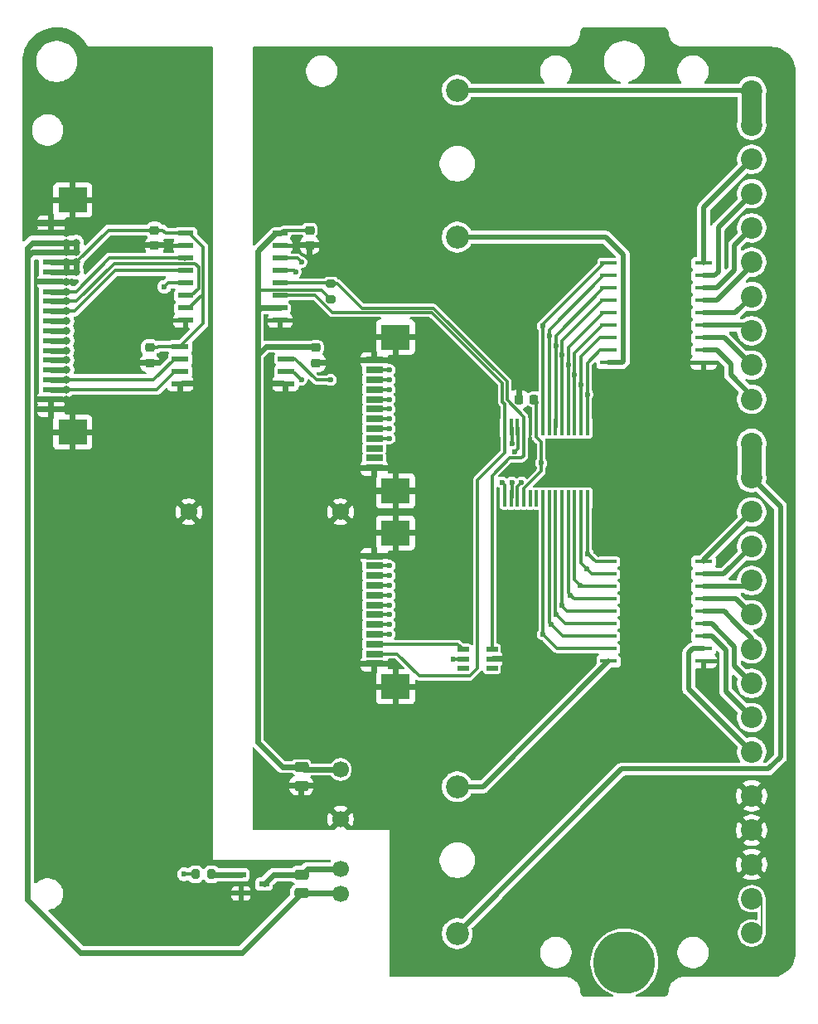
<source format=gbr>
%TF.GenerationSoftware,KiCad,Pcbnew,9.0.3*%
%TF.CreationDate,2025-09-01T09:15:08+03:00*%
%TF.ProjectId,PMCNV-DQ16src,504d434e-562d-4445-9131-367372632e6b,rev?*%
%TF.SameCoordinates,Original*%
%TF.FileFunction,Copper,L1,Top*%
%TF.FilePolarity,Positive*%
%FSLAX46Y46*%
G04 Gerber Fmt 4.6, Leading zero omitted, Abs format (unit mm)*
G04 Created by KiCad (PCBNEW 9.0.3) date 2025-09-01 09:15:08*
%MOMM*%
%LPD*%
G01*
G04 APERTURE LIST*
G04 Aperture macros list*
%AMRoundRect*
0 Rectangle with rounded corners*
0 $1 Rounding radius*
0 $2 $3 $4 $5 $6 $7 $8 $9 X,Y pos of 4 corners*
0 Add a 4 corners polygon primitive as box body*
4,1,4,$2,$3,$4,$5,$6,$7,$8,$9,$2,$3,0*
0 Add four circle primitives for the rounded corners*
1,1,$1+$1,$2,$3*
1,1,$1+$1,$4,$5*
1,1,$1+$1,$6,$7*
1,1,$1+$1,$8,$9*
0 Add four rect primitives between the rounded corners*
20,1,$1+$1,$2,$3,$4,$5,0*
20,1,$1+$1,$4,$5,$6,$7,0*
20,1,$1+$1,$6,$7,$8,$9,0*
20,1,$1+$1,$8,$9,$2,$3,0*%
G04 Aperture macros list end*
%TA.AperFunction,ComponentPad*%
%ADD10C,2.200000*%
%TD*%
%TA.AperFunction,SMDPad,CuDef*%
%ADD11R,1.716000X0.450800*%
%TD*%
%TA.AperFunction,ComponentPad*%
%ADD12C,2.350000*%
%TD*%
%TA.AperFunction,SMDPad,CuDef*%
%ADD13RoundRect,0.225000X0.225000X0.250000X-0.225000X0.250000X-0.225000X-0.250000X0.225000X-0.250000X0*%
%TD*%
%TA.AperFunction,SMDPad,CuDef*%
%ADD14R,1.181100X0.558800*%
%TD*%
%TA.AperFunction,SMDPad,CuDef*%
%ADD15RoundRect,0.225000X-0.250000X0.225000X-0.250000X-0.225000X0.250000X-0.225000X0.250000X0.225000X0*%
%TD*%
%TA.AperFunction,SMDPad,CuDef*%
%ADD16RoundRect,0.250000X0.475000X-0.250000X0.475000X0.250000X-0.475000X0.250000X-0.475000X-0.250000X0*%
%TD*%
%TA.AperFunction,SMDPad,CuDef*%
%ADD17R,1.803400X0.635000*%
%TD*%
%TA.AperFunction,SMDPad,CuDef*%
%ADD18R,2.997200X2.590800*%
%TD*%
%TA.AperFunction,SMDPad,CuDef*%
%ADD19RoundRect,0.250000X-0.475000X0.250000X-0.475000X-0.250000X0.475000X-0.250000X0.475000X0.250000X0*%
%TD*%
%TA.AperFunction,SMDPad,CuDef*%
%ADD20RoundRect,0.200000X-0.200000X-0.275000X0.200000X-0.275000X0.200000X0.275000X-0.200000X0.275000X0*%
%TD*%
%TA.AperFunction,SMDPad,CuDef*%
%ADD21R,0.977900X0.508000*%
%TD*%
%TA.AperFunction,SMDPad,CuDef*%
%ADD22R,1.701800X0.558800*%
%TD*%
%TA.AperFunction,ComponentPad*%
%ADD23C,1.700000*%
%TD*%
%TA.AperFunction,SMDPad,CuDef*%
%ADD24R,0.431800X1.655601*%
%TD*%
%TA.AperFunction,SMDPad,CuDef*%
%ADD25R,1.549400X0.482600*%
%TD*%
%TA.AperFunction,SMDPad,CuDef*%
%ADD26RoundRect,0.200000X0.275000X-0.200000X0.275000X0.200000X-0.275000X0.200000X-0.275000X-0.200000X0*%
%TD*%
%TA.AperFunction,SMDPad,CuDef*%
%ADD27R,1.800000X0.600000*%
%TD*%
%TA.AperFunction,SMDPad,CuDef*%
%ADD28R,3.000000X2.600000*%
%TD*%
%TA.AperFunction,ComponentPad*%
%ADD29O,6.350000X6.350000*%
%TD*%
%TA.AperFunction,ComponentPad*%
%ADD30C,1.725000*%
%TD*%
%TA.AperFunction,ViaPad*%
%ADD31C,0.600000*%
%TD*%
%TA.AperFunction,ViaPad*%
%ADD32C,0.800000*%
%TD*%
%TA.AperFunction,Conductor*%
%ADD33C,0.300000*%
%TD*%
%TA.AperFunction,Conductor*%
%ADD34C,0.600000*%
%TD*%
%TA.AperFunction,Conductor*%
%ADD35C,0.400000*%
%TD*%
%TA.AperFunction,Conductor*%
%ADD36C,0.500000*%
%TD*%
%TA.AperFunction,Conductor*%
%ADD37C,0.200000*%
%TD*%
%TA.AperFunction,Conductor*%
%ADD38C,2.000000*%
%TD*%
G04 APERTURE END LIST*
D10*
%TO.P,J6,1,Pin_1*%
%TO.N,/PE*%
X35000000Y-43000000D03*
%TO.P,J6,2,Pin_2*%
X35000000Y-39500000D03*
%TO.P,J6,3,Pin_3*%
%TO.N,GND_CNV*%
X35000000Y-36000000D03*
%TO.P,J6,4,Pin_4*%
X35000000Y-32500000D03*
%TO.P,J6,5,Pin_5*%
X35000000Y-29000000D03*
%TD*%
D11*
%TO.P,U6,1,I1*%
%TO.N,/a.0_in*%
X20389202Y25400000D03*
%TO.P,U6,2,I2*%
%TO.N,/a.1_in*%
X20389202Y24130000D03*
%TO.P,U6,3,I3*%
%TO.N,/a.2_in*%
X20389202Y22860000D03*
%TO.P,U6,4,I4*%
%TO.N,/a.3_in*%
X20389202Y21590000D03*
%TO.P,U6,5,I5*%
%TO.N,/a.4_in*%
X20389202Y20320000D03*
%TO.P,U6,6,I6*%
%TO.N,/a.5_in*%
X20389202Y19050000D03*
%TO.P,U6,7,I7*%
%TO.N,/a.6_in*%
X20389202Y17780000D03*
%TO.P,U6,8,I8*%
%TO.N,/a.7_in*%
X20389202Y16510000D03*
%TO.P,U6,9,VCC*%
%TO.N,Net-(U6-VCC)*%
X20389202Y15240000D03*
%TO.P,U6,10,GND*%
%TO.N,GND_CNV*%
X30090798Y15240000D03*
%TO.P,U6,11,O8*%
%TO.N,/a.7_out*%
X30090798Y16510000D03*
%TO.P,U6,12,O7*%
%TO.N,/a.6_out*%
X30090798Y17780000D03*
%TO.P,U6,13,O6*%
%TO.N,/a.5_out*%
X30090798Y19050000D03*
%TO.P,U6,14,O5*%
%TO.N,/a.4_out*%
X30090798Y20320000D03*
%TO.P,U6,15,O4*%
%TO.N,/a.3_out*%
X30090798Y21590000D03*
%TO.P,U6,16,O3*%
%TO.N,/a.2_out*%
X30090798Y22860000D03*
%TO.P,U6,17,O2*%
%TO.N,/a.1_out*%
X30090798Y24130000D03*
%TO.P,U6,18,O1*%
%TO.N,/a.0_out*%
X30090798Y25400000D03*
%TD*%
D10*
%TO.P,J5,1,Pin_1*%
%TO.N,/b.7_out*%
X35000000Y-24500000D03*
%TO.P,J5,2,Pin_2*%
%TO.N,/b.6_out*%
X35000000Y-21000000D03*
%TO.P,J5,3,Pin_3*%
%TO.N,/b.5_out*%
X35000000Y-17500000D03*
%TO.P,J5,4,Pin_4*%
%TO.N,/b.4_out*%
X35000000Y-14000000D03*
%TO.P,J5,5,Pin_5*%
%TO.N,/b.3_out*%
X35000000Y-10500000D03*
%TO.P,J5,6,Pin_6*%
%TO.N,/b.2_out*%
X35000000Y-7000000D03*
%TO.P,J5,7,Pin_7*%
%TO.N,/b.1_out*%
X35000000Y-3500000D03*
%TO.P,J5,8,Pin_8*%
%TO.N,/b.0_out*%
X35000000Y0D03*
%TO.P,J5,9,Pin_9*%
%TO.N,+V_b*%
X35000000Y3500000D03*
%TO.P,J5,10,Pin_10*%
X35000000Y7000000D03*
%TD*%
%TO.P,J3,1,Pin_1*%
%TO.N,/a.7_out*%
X35000000Y11500000D03*
%TO.P,J3,2,Pin_2*%
%TO.N,/a.6_out*%
X35000000Y15000000D03*
%TO.P,J3,3,Pin_3*%
%TO.N,/a.5_out*%
X35000000Y18500000D03*
%TO.P,J3,4,Pin_4*%
%TO.N,/a.4_out*%
X35000000Y22000000D03*
%TO.P,J3,5,Pin_5*%
%TO.N,/a.3_out*%
X35000000Y25500000D03*
%TO.P,J3,6,Pin_6*%
%TO.N,/a.2_out*%
X35000000Y29000000D03*
%TO.P,J3,7,Pin_7*%
%TO.N,/a.1_out*%
X35000000Y32500000D03*
%TO.P,J3,8,Pin_8*%
%TO.N,/a.0_out*%
X35000000Y36000000D03*
%TO.P,J3,9,Pin_9*%
%TO.N,+V_a*%
X35000000Y39500000D03*
%TO.P,J3,10,Pin_10*%
X35000000Y43000000D03*
%TD*%
D12*
%TO.P,U8,1,1*%
%TO.N,Net-(U6-VCC)*%
X4920000Y28060000D03*
%TO.P,U8,2,2*%
%TO.N,+V_a*%
X4920000Y43060000D03*
%TD*%
D13*
%TO.P,C7,1*%
%TO.N,+5V_CNV*%
X12775000Y11500000D03*
%TO.P,C7,2*%
%TO.N,GND_CNV*%
X11225000Y11500000D03*
%TD*%
D14*
%TO.P,U10,1,1A*%
%TO.N,unconnected-(U10-1A-Pad1)*%
X8466850Y-15950001D03*
%TO.P,U10,2,GND*%
%TO.N,GND_CNV*%
X8466850Y-15000000D03*
%TO.P,U10,3,2A*%
%TO.N,/CS_CNV*%
X8466850Y-14049999D03*
%TO.P,U10,4,2Y*%
%TO.N,/CS_LED*%
X5533150Y-14049999D03*
%TO.P,U10,5,VCC*%
%TO.N,+5V_CNV*%
X5533150Y-15000000D03*
%TO.P,U10,6,1Y*%
%TO.N,unconnected-(U10-1Y-Pad6)*%
X5533150Y-15950001D03*
%TD*%
D15*
%TO.P,C1,1*%
%TO.N,+3.3V_MCU*%
X-26000000Y28775000D03*
%TO.P,C1,2*%
%TO.N,GND_MCU*%
X-26000000Y27225000D03*
%TD*%
D16*
%TO.P,C3,1*%
%TO.N,+5V_MCU*%
X-11000000Y-38950000D03*
%TO.P,C3,2*%
%TO.N,Net-(PS1-GND)*%
X-11000000Y-37050000D03*
%TD*%
D12*
%TO.P,U9,1,1*%
%TO.N,Net-(U7-VCC)*%
X4920000Y-28060000D03*
%TO.P,U9,2,2*%
%TO.N,+V_b*%
X4920000Y-43060000D03*
%TD*%
D17*
%TO.P,J4,1,Pin_1*%
%TO.N,GND_CNV*%
X-3556000Y-15499992D03*
%TO.P,J4,2,Pin_2*%
%TO.N,/MISO_CNV*%
X-3556000Y-14499994D03*
%TO.P,J4,3,Pin_3*%
%TO.N,/CS_LED*%
X-3556000Y-13499996D03*
%TO.P,J4,4,Pin_4*%
%TO.N,/b.7_in*%
X-3556000Y-12499998D03*
%TO.P,J4,5,Pin_5*%
%TO.N,/b.6_in*%
X-3556000Y-11500000D03*
%TO.P,J4,6,Pin_6*%
%TO.N,/b.5_in*%
X-3556000Y-10500000D03*
%TO.P,J4,7,Pin_7*%
%TO.N,/b.4_in*%
X-3556000Y-9500000D03*
%TO.P,J4,8,Pin_8*%
%TO.N,/b.3_in*%
X-3556000Y-8500000D03*
%TO.P,J4,9,Pin_9*%
%TO.N,/b.2_in*%
X-3556000Y-7500002D03*
%TO.P,J4,10,Pin_10*%
%TO.N,/b.1_in*%
X-3556000Y-6500004D03*
%TO.P,J4,11,Pin_11*%
%TO.N,/b.0_in*%
X-3556000Y-5500006D03*
%TO.P,J4,12,Pin_11*%
%TO.N,GND_CNV*%
X-3556000Y-4500008D03*
D18*
%TO.P,J4,13,Pin_11*%
X-1385999Y-17850003D03*
X-1385999Y-2149997D03*
%TD*%
D19*
%TO.P,C4,1*%
%TO.N,+5V_CNV*%
X-11000000Y-26050000D03*
%TO.P,C4,2*%
%TO.N,GND_CNV*%
X-11000000Y-27950000D03*
%TD*%
D20*
%TO.P,R21,1*%
%TO.N,/RST*%
X-21825000Y-37000000D03*
%TO.P,R21,2*%
%TO.N,Net-(Q1-G)*%
X-20175000Y-37000000D03*
%TD*%
D11*
%TO.P,U7,1,I1*%
%TO.N,/b.0_in*%
X20389202Y-5080000D03*
%TO.P,U7,2,I2*%
%TO.N,/b.1_in*%
X20389202Y-6350000D03*
%TO.P,U7,3,I3*%
%TO.N,/b.2_in*%
X20389202Y-7620000D03*
%TO.P,U7,4,I4*%
%TO.N,/b.3_in*%
X20389202Y-8890000D03*
%TO.P,U7,5,I5*%
%TO.N,/b.4_in*%
X20389202Y-10160000D03*
%TO.P,U7,6,I6*%
%TO.N,/b.5_in*%
X20389202Y-11430000D03*
%TO.P,U7,7,I7*%
%TO.N,/b.6_in*%
X20389202Y-12700000D03*
%TO.P,U7,8,I8*%
%TO.N,/b.7_in*%
X20389202Y-13970000D03*
%TO.P,U7,9,VCC*%
%TO.N,Net-(U7-VCC)*%
X20389202Y-15240000D03*
%TO.P,U7,10,GND*%
%TO.N,GND_CNV*%
X30090798Y-15240000D03*
%TO.P,U7,11,O8*%
%TO.N,/b.7_out*%
X30090798Y-13970000D03*
%TO.P,U7,12,O7*%
%TO.N,/b.6_out*%
X30090798Y-12700000D03*
%TO.P,U7,13,O6*%
%TO.N,/b.5_out*%
X30090798Y-11430000D03*
%TO.P,U7,14,O5*%
%TO.N,/b.4_out*%
X30090798Y-10160000D03*
%TO.P,U7,15,O4*%
%TO.N,/b.3_out*%
X30090798Y-8890000D03*
%TO.P,U7,16,O3*%
%TO.N,/b.2_out*%
X30090798Y-7620000D03*
%TO.P,U7,17,O2*%
%TO.N,/b.1_out*%
X30090798Y-6350000D03*
%TO.P,U7,18,O1*%
%TO.N,/b.0_out*%
X30090798Y-5080000D03*
%TD*%
D21*
%TO.P,Q1,1,G*%
%TO.N,Net-(Q1-G)*%
X-17187450Y-37047500D03*
%TO.P,Q1,2,S*%
%TO.N,GND_MCU*%
X-17187450Y-38952500D03*
%TO.P,Q1,3,D*%
%TO.N,Net-(PS1-GND)*%
X-14812550Y-38000000D03*
%TD*%
D22*
%TO.P,U11,1,VDDa*%
%TO.N,+3.3V_MCU*%
X-23384800Y16905000D03*
%TO.P,U11,2,SDAa*%
%TO.N,/SDA_MCU*%
X-23384800Y15635000D03*
%TO.P,U11,3,SCLa*%
%TO.N,/SCL_MCU*%
X-23384800Y14365000D03*
%TO.P,U11,4,GNDa*%
%TO.N,GND_MCU*%
X-23384800Y13095000D03*
%TO.P,U11,5,GNDb*%
%TO.N,GND_CNV*%
X-12615200Y13095000D03*
%TO.P,U11,6,SCLb*%
%TO.N,/SCK_CNV*%
X-12615200Y14365000D03*
%TO.P,U11,7,SDAb*%
%TO.N,/MOSI_CNV*%
X-12615200Y15635000D03*
%TO.P,U11,8,VDDb*%
%TO.N,+5V_CNV*%
X-12615200Y16905000D03*
%TD*%
D23*
%TO.P,PS1,1,Vin*%
%TO.N,+5V_MCU*%
X-7000000Y-39000000D03*
%TO.P,PS1,2,GND*%
%TO.N,Net-(PS1-GND)*%
X-7000000Y-36460000D03*
%TO.P,PS1,4,0V*%
%TO.N,GND_CNV*%
X-7000000Y-31380000D03*
%TO.P,PS1,6,+V*%
%TO.N,+5V_CNV*%
X-7000000Y-26300000D03*
%TD*%
D24*
%TO.P,U3,1,GPB0*%
%TO.N,/a.7_in*%
X18225000Y8627801D03*
%TO.P,U3,2,GPB1*%
%TO.N,/a.6_in*%
X17574999Y8627801D03*
%TO.P,U3,3,GPB2*%
%TO.N,/a.5_in*%
X16925000Y8627801D03*
%TO.P,U3,4,GPB3*%
%TO.N,/a.4_in*%
X16274999Y8627801D03*
%TO.P,U3,5,GPB4*%
%TO.N,/a.3_in*%
X15625001Y8627801D03*
%TO.P,U3,6,GPB5*%
%TO.N,/a.2_in*%
X14974999Y8627801D03*
%TO.P,U3,7,GPB6*%
%TO.N,/a.1_in*%
X14325001Y8627801D03*
%TO.P,U3,8,GPB7*%
%TO.N,/a.0_in*%
X13675002Y8627801D03*
%TO.P,U3,9,VDD*%
%TO.N,+5V_CNV*%
X13025001Y8627801D03*
%TO.P,U3,10,VSS*%
%TO.N,GND_CNV*%
X12375002Y8627801D03*
%TO.P,U3,11,~{CS}*%
%TO.N,/CS_CNV*%
X11725001Y8627801D03*
%TO.P,U3,12,SCK*%
%TO.N,/SCK_CNV*%
X11075002Y8627801D03*
%TO.P,U3,13,SI*%
%TO.N,/MOSI_CNV*%
X10425001Y8627801D03*
%TO.P,U3,14,SO*%
%TO.N,/MISO_CNV*%
X9775002Y8627801D03*
%TO.P,U3,15,A0*%
%TO.N,/A0*%
X9775000Y1372199D03*
%TO.P,U3,16,A1*%
%TO.N,/A1*%
X10425001Y1372199D03*
%TO.P,U3,17,A2*%
%TO.N,/A2*%
X11075000Y1372199D03*
%TO.P,U3,18,~{RESET}*%
%TO.N,+5V_CNV*%
X11725001Y1372199D03*
%TO.P,U3,19,INTB*%
%TO.N,unconnected-(U3-INTB-Pad19)*%
X12374999Y1372199D03*
%TO.P,U3,20,INTA*%
%TO.N,unconnected-(U3-INTA-Pad20)*%
X13025001Y1372199D03*
%TO.P,U3,21,GPA0*%
%TO.N,/b.7_in*%
X13674999Y1372199D03*
%TO.P,U3,22,GPA1*%
%TO.N,/b.6_in*%
X14325001Y1372199D03*
%TO.P,U3,23,GPA2*%
%TO.N,/b.5_in*%
X14974999Y1372199D03*
%TO.P,U3,24,GPA3*%
%TO.N,/b.4_in*%
X15625001Y1372199D03*
%TO.P,U3,25,GPA4*%
%TO.N,/b.3_in*%
X16274999Y1372199D03*
%TO.P,U3,26,GPA5*%
%TO.N,/b.2_in*%
X16925000Y1372199D03*
%TO.P,U3,27,GPA6*%
%TO.N,/b.1_in*%
X17574999Y1372199D03*
%TO.P,U3,28,GPA7*%
%TO.N,/b.0_in*%
X18225000Y1372199D03*
%TD*%
D25*
%TO.P,U4,1,VDD*%
%TO.N,+3.3V_MCU*%
X-22826000Y28445000D03*
%TO.P,U4,2,GNDA*%
%TO.N,GND_MCU*%
X-22826000Y27175000D03*
%TO.P,U4,3,VI1*%
%TO.N,/MOSI_MCU*%
X-22826000Y25905000D03*
%TO.P,U4,4,VI2*%
%TO.N,/SCK_MCU*%
X-22826000Y24635000D03*
%TO.P,U4,5,VI3*%
%TO.N,/CS_MCU*%
X-22826000Y23365000D03*
%TO.P,U4,6,VO4*%
%TO.N,/MISO_MCU*%
X-22826000Y22095000D03*
%TO.P,U4,7,ENA*%
%TO.N,+3.3V_MCU*%
X-22826000Y20825000D03*
%TO.P,U4,8,GNDA*%
%TO.N,GND_MCU*%
X-22826000Y19555000D03*
%TO.P,U4,9,GNDB*%
%TO.N,GND_CNV*%
X-13174000Y19555000D03*
%TO.P,U4,10,ENB*%
%TO.N,+5V_CNV*%
X-13174000Y20825000D03*
%TO.P,U4,11,VI4*%
%TO.N,/MISO_CNV*%
X-13174000Y22095000D03*
%TO.P,U4,12,VO3*%
%TO.N,/CS_CNV*%
X-13174000Y23365000D03*
%TO.P,U4,13,VO2*%
%TO.N,/SCK_CNV*%
X-13174000Y24635000D03*
%TO.P,U4,14,VO1*%
%TO.N,/MOSI_CNV*%
X-13174000Y25905000D03*
%TO.P,U4,15,GNDB*%
%TO.N,GND_CNV*%
X-13174000Y27175000D03*
%TO.P,U4,16,VISO*%
%TO.N,+5V_CNV*%
X-13174000Y28445000D03*
%TD*%
D17*
%TO.P,J2,1,Pin_1*%
%TO.N,GND_CNV*%
X-3556000Y4500008D03*
%TO.P,J2,2,Pin_2*%
%TO.N,unconnected-(J2-Pin_2-Pad2)*%
X-3556000Y5500006D03*
%TO.P,J2,3,Pin_3*%
%TO.N,unconnected-(J2-Pin_3-Pad3)*%
X-3556000Y6500004D03*
%TO.P,J2,4,Pin_4*%
%TO.N,/a.7_in*%
X-3556000Y7500002D03*
%TO.P,J2,5,Pin_5*%
%TO.N,/a.6_in*%
X-3556000Y8500000D03*
%TO.P,J2,6,Pin_6*%
%TO.N,/a.5_in*%
X-3556000Y9500000D03*
%TO.P,J2,7,Pin_7*%
%TO.N,/a.4_in*%
X-3556000Y10500000D03*
%TO.P,J2,8,Pin_8*%
%TO.N,/a.3_in*%
X-3556000Y11500000D03*
%TO.P,J2,9,Pin_9*%
%TO.N,/a.2_in*%
X-3556000Y12499998D03*
%TO.P,J2,10,Pin_10*%
%TO.N,/a.1_in*%
X-3556000Y13499996D03*
%TO.P,J2,11,Pin_11*%
%TO.N,/a.0_in*%
X-3556000Y14499994D03*
%TO.P,J2,12,Pin_11*%
%TO.N,GND_CNV*%
X-3556000Y15499992D03*
D18*
%TO.P,J2,13,Pin_11*%
X-1385999Y2149997D03*
X-1385999Y17850003D03*
%TD*%
D15*
%TO.P,C6,1*%
%TO.N,+3.3V_MCU*%
X-26500000Y16775000D03*
%TO.P,C6,2*%
%TO.N,GND_MCU*%
X-26500000Y15225000D03*
%TD*%
D26*
%TO.P,R1,1*%
%TO.N,+5V_CNV*%
X-8000000Y21675000D03*
%TO.P,R1,2*%
%TO.N,/CS_CNV*%
X-8000000Y23325000D03*
%TD*%
D27*
%TO.P,JM1,1,Pin_1*%
%TO.N,GND_MCU*%
X-36546000Y10500000D03*
%TO.P,JM1,2,Pin_2*%
X-36546000Y11500000D03*
%TO.P,JM1,3,Pin_3*%
%TO.N,/SCL_MCU*%
X-36546000Y12500000D03*
%TO.P,JM1,4,Pin_4*%
%TO.N,/SDA_MCU*%
X-36546000Y13500000D03*
%TO.P,JM1,5,Pin_5*%
%TO.N,Net-(JM1-Pin_5)*%
X-36546000Y14500000D03*
%TO.P,JM1,6,Pin_6*%
%TO.N,/RST*%
X-36546000Y15500000D03*
%TO.P,JM1,7,Pin_7*%
%TO.N,/CS3_MCU*%
X-36546000Y16500000D03*
%TO.P,JM1,8,Pin_8*%
%TO.N,/CS2_MCU*%
X-36546000Y17500000D03*
%TO.P,JM1,9,Pin_9*%
%TO.N,/CS1_MCU*%
X-36546000Y18500000D03*
%TO.P,JM1,10,Pin_10*%
%TO.N,/CS0_MCU*%
X-36546000Y19500000D03*
%TO.P,JM1,11,Pin_11*%
%TO.N,/SCK_MCU*%
X-36546000Y20500000D03*
%TO.P,JM1,12,Pin_11*%
%TO.N,/MISO_MCU*%
X-36546000Y21500000D03*
%TO.P,JM1,13,Pin_11*%
%TO.N,/MOSI_MCU*%
X-36546000Y22500000D03*
%TO.P,JM1,14,Pin_11*%
%TO.N,GND_MCU*%
X-36546000Y23500000D03*
%TO.P,JM1,15,Pin_11*%
%TO.N,+3.3V_MCU*%
X-36546000Y24500000D03*
%TO.P,JM1,16,Pin_11*%
X-36546000Y25500000D03*
%TO.P,JM1,17,Pin_11*%
%TO.N,+5V_MCU*%
X-36546000Y26500000D03*
%TO.P,JM1,18,Pin_11*%
X-36546000Y27500000D03*
%TO.P,JM1,19,Pin_11*%
%TO.N,GND_MCU*%
X-36546000Y28500000D03*
%TO.P,JM1,20,Pin_11*%
X-36546000Y29500000D03*
D28*
%TO.P,JM1,MP1,Pin_11*%
X-34375000Y8150000D03*
%TO.P,JM1,MP2,Pin_11*%
X-34375000Y31850000D03*
%TD*%
D15*
%TO.P,C2,1*%
%TO.N,+5V_CNV*%
X-10145000Y28775000D03*
%TO.P,C2,2*%
%TO.N,GND_CNV*%
X-10145000Y27225000D03*
%TD*%
D29*
%TO.P,PE1,1*%
%TO.N,/PE*%
X22000000Y-46000000D03*
%TD*%
D30*
%TO.P,U2,1*%
%TO.N,GND_MCU*%
X-22500000Y0D03*
%TD*%
%TO.P,U5,1*%
%TO.N,GND_CNV*%
X-7000000Y0D03*
%TD*%
D15*
%TO.P,C5,1*%
%TO.N,+5V_CNV*%
X-9500000Y16775000D03*
%TO.P,C5,2*%
%TO.N,GND_CNV*%
X-9500000Y15225000D03*
%TD*%
D31*
%TO.N,GND_MCU*%
X-34500000Y34000000D03*
D32*
X-35000000Y10500000D03*
X-35000000Y28500000D03*
D31*
X-28500000Y27500000D03*
X-36000000Y6000000D03*
X-33000000Y6000000D03*
X-34500000Y6000000D03*
D32*
X-35000000Y11500000D03*
D31*
X-36000000Y34000000D03*
D32*
X-35000000Y23500000D03*
X-35000000Y29500000D03*
D31*
X-32000000Y9000000D03*
X-32000000Y32500000D03*
D32*
X-33000000Y14500000D03*
D31*
X-33000000Y34000000D03*
X-32000000Y7500000D03*
D32*
X-32000000Y15500000D03*
D31*
X-32000000Y31000000D03*
D32*
X-31000000Y14500000D03*
%TO.N,+3.3V_MCU*%
X-34000000Y24500000D03*
X-35000000Y25500000D03*
X-35000000Y24500000D03*
X-34000000Y25500000D03*
D31*
%TO.N,+5V_CNV*%
X-15500000Y3000000D03*
X-15500000Y-15000000D03*
X4500000Y-15000000D03*
X13500000Y5000000D03*
D32*
%TO.N,/CS0_MCU*%
X-35000000Y19500000D03*
%TO.N,/CS1_MCU*%
X-35000000Y18500000D03*
%TO.N,/CS3_MCU*%
X-35000000Y16500000D03*
%TO.N,+5V_MCU*%
X-34000000Y26500000D03*
X-34000000Y27500000D03*
X-35000000Y26500000D03*
X-35000000Y27500000D03*
D31*
%TO.N,GND_CNV*%
X5250000Y-2750000D03*
D32*
X-13500000Y31000000D03*
X-3500000Y-29000000D03*
D31*
X5000000Y1750000D03*
X12750000Y5750000D03*
X12750000Y6750000D03*
X29685000Y-16510000D03*
D32*
X-11500000Y33000000D03*
X-2500000Y-30000000D03*
X-4500000Y-28000000D03*
X-11500000Y31000000D03*
D31*
X12250000Y10500000D03*
D32*
X-4500000Y-30000000D03*
X-13500000Y33000000D03*
D31*
X30955000Y-16510000D03*
D32*
X-2500000Y-28000000D03*
X-12500000Y32000000D03*
D31*
X30320000Y-17780000D03*
%TO.N,/a.0_in*%
X-2000000Y14500000D03*
X13675002Y19000000D03*
%TO.N,/b.0_in*%
X18250000Y-4250000D03*
X-2000000Y-5500000D03*
%TO.N,/b.7_in*%
X13674999Y-12500000D03*
X-2000000Y-12500000D03*
%TO.N,/b.5_in*%
X15000000Y-10500000D03*
X-2000000Y-10500000D03*
%TO.N,/a.2_in*%
X-2000000Y12500000D03*
X15000000Y17000000D03*
%TO.N,/b.6_in*%
X-2000000Y-11500000D03*
X14500000Y-11500000D03*
%TO.N,/a.3_in*%
X-2000000Y11500000D03*
X15625001Y16000000D03*
%TO.N,/a.5_in*%
X16925000Y14000000D03*
X-2000000Y9500000D03*
%TO.N,/a.7_in*%
X-2000000Y7500000D03*
X18225000Y12000000D03*
%TO.N,/b.2_in*%
X17500000Y-7500000D03*
X-2000000Y-7500000D03*
%TO.N,/b.1_in*%
X18175000Y-5825000D03*
X-2000000Y-6500000D03*
%TO.N,/b.4_in*%
X15625001Y-9500000D03*
X-2000000Y-9500000D03*
%TO.N,/a.4_in*%
X16274999Y15000000D03*
X-2000000Y10500000D03*
%TO.N,/a.6_in*%
X17574999Y13000000D03*
X-2000000Y8500000D03*
%TO.N,/b.3_in*%
X16500000Y-8500000D03*
X-2000000Y-8500000D03*
%TO.N,/a.1_in*%
X-2000000Y13500000D03*
X14325001Y18000000D03*
D32*
%TO.N,/SCK_MCU*%
X-35000000Y20500000D03*
D31*
%TO.N,/MOSI_CNV*%
X10500000Y7000000D03*
X-11000000Y25500000D03*
X-8000000Y13500000D03*
%TO.N,/SCK_CNV*%
X-11000000Y13500000D03*
X-11600000Y24500000D03*
X10750000Y6100000D03*
%TO.N,/A0*%
X9500000Y3000000D03*
%TO.N,/A1*%
X10500000Y3000000D03*
%TO.N,/A2*%
X11500000Y3000000D03*
D32*
%TO.N,/CS2_MCU*%
X-35000000Y17500000D03*
%TO.N,/MOSI_MCU*%
X-35000000Y22500000D03*
%TO.N,/MISO_MCU*%
X-35000000Y21500000D03*
%TO.N,/SDA_MCU*%
X-35000000Y13500000D03*
%TO.N,/SCL_MCU*%
X-35000000Y12500000D03*
D31*
%TO.N,/CS_MCU*%
X-25000000Y23000000D03*
D32*
%TO.N,/RST*%
X-35000000Y15500000D03*
D31*
X-23000000Y-37000000D03*
D32*
%TO.N,Net-(JM1-Pin_5)*%
X-35000000Y14500000D03*
%TD*%
D33*
%TO.N,+3.3V_MCU*%
X-30725000Y28775000D02*
X-26000000Y28775000D01*
D34*
X-35000000Y25500000D02*
X-35000000Y24500000D01*
D33*
X-30725000Y28775000D02*
X-34000000Y25500000D01*
D34*
X-36546000Y24500000D02*
X-35000000Y24500000D01*
D33*
X-26500000Y16775000D02*
X-25725000Y16775000D01*
D34*
X-36546000Y25500000D02*
X-35000000Y25500000D01*
D33*
X-21049000Y22254000D02*
X-22478000Y20825000D01*
X-21049000Y22500000D02*
X-21049000Y19240800D01*
D34*
X-35000000Y24500000D02*
X-34000000Y24500000D01*
D33*
X-21049000Y22500000D02*
X-21049000Y22254000D01*
X-21049000Y27049000D02*
X-21049000Y22500000D01*
X-22478000Y20825000D02*
X-22826000Y20825000D01*
X-25595000Y16905000D02*
X-23384800Y16905000D01*
X-26000000Y28775000D02*
X-25225000Y28775000D01*
D34*
X-34000000Y25500000D02*
X-35000000Y25500000D01*
D33*
X-22445000Y28445000D02*
X-21049000Y27049000D01*
X-24895000Y28445000D02*
X-22826000Y28445000D01*
D34*
X-34000000Y24500000D02*
X-34000000Y25500000D01*
D33*
X-21049000Y19240800D02*
X-23384800Y16905000D01*
X-25225000Y28775000D02*
X-24895000Y28445000D01*
X-25725000Y16775000D02*
X-25595000Y16905000D01*
D34*
%TO.N,+5V_CNV*%
X-15500000Y-23500000D02*
X-15500000Y16000000D01*
X-13174000Y20825000D02*
X-15175000Y20825000D01*
X-9630000Y16905000D02*
X-9500000Y16775000D01*
D33*
X5533150Y-15000000D02*
X4500000Y-15000000D01*
D35*
X13025001Y11249999D02*
X12775000Y11500000D01*
D34*
X-12615200Y16905000D02*
X-9630000Y16905000D01*
D33*
X13500000Y7157103D02*
X13500000Y4142900D01*
D34*
X-15500000Y23000000D02*
X-15500000Y26652400D01*
X-15500000Y20500000D02*
X-15500000Y23000000D01*
X-10750000Y-26300000D02*
X-11000000Y-26050000D01*
D33*
X11725001Y2367901D02*
X11725001Y1372199D01*
D34*
X-12615200Y16905000D02*
X-14595000Y16905000D01*
X-15500000Y16000000D02*
X-15500000Y26500000D01*
X-15175000Y20825000D02*
X-15500000Y20500000D01*
D33*
X-8000000Y21675000D02*
X-8962300Y22637300D01*
D34*
X-15500000Y26652400D02*
X-13707400Y28445000D01*
X-13707400Y28445000D02*
X-13174000Y28445000D01*
X-14595000Y16905000D02*
X-15500000Y16000000D01*
D33*
X-8962300Y22637300D02*
X-15137300Y22637300D01*
D34*
X-11000000Y-26050000D02*
X-12950000Y-26050000D01*
D33*
X-15137300Y22637300D02*
X-15500000Y23000000D01*
X13025001Y8627801D02*
X13025001Y11249999D01*
D34*
X-7000000Y-26300000D02*
X-10750000Y-26300000D01*
D33*
X13025001Y7632102D02*
X13500000Y7157103D01*
X-10145000Y28775000D02*
X-12844000Y28775000D01*
X13500000Y4142900D02*
X11725001Y2367901D01*
X13025001Y8627801D02*
X13025001Y7632102D01*
D34*
X-12950000Y-26050000D02*
X-15500000Y-23500000D01*
D33*
X-12844000Y28775000D02*
X-13174000Y28445000D01*
D34*
%TO.N,/CS0_MCU*%
X-35000000Y19500000D02*
X-36546000Y19500000D01*
%TO.N,/CS1_MCU*%
X-35000000Y18500000D02*
X-36546000Y18500000D01*
%TO.N,/CS3_MCU*%
X-35000000Y16500000D02*
X-36546000Y16500000D01*
%TO.N,+5V_MCU*%
X-34000000Y26500000D02*
X-35000000Y26500000D01*
X-35000000Y26500000D02*
X-36546000Y26500000D01*
X-34000000Y27500000D02*
X-34000000Y26500000D01*
X-35005473Y-43599000D02*
X-33604473Y-45000000D01*
X-39000000Y-39614691D02*
X-35015691Y-43599000D01*
X-39000000Y27000000D02*
X-39000000Y26000000D01*
X-33604473Y-45000000D02*
X-17050000Y-45000000D01*
X-35000000Y27500000D02*
X-36546000Y27500000D01*
X-35015691Y-43599000D02*
X-35005473Y-43599000D01*
X-38500000Y26500000D02*
X-39000000Y26000000D01*
X-35000000Y27500000D02*
X-34000000Y27500000D01*
X-11000000Y-38950000D02*
X-7050000Y-38950000D01*
X-39000000Y26000000D02*
X-39000000Y-39614691D01*
X-36546000Y27500000D02*
X-38500000Y27500000D01*
X-38500000Y27500000D02*
X-39000000Y27000000D01*
X-7050000Y-38950000D02*
X-7000000Y-39000000D01*
X-36546000Y26500000D02*
X-38500000Y26500000D01*
X-17050000Y-45000000D02*
X-11000000Y-38950000D01*
X-35000000Y27500000D02*
X-35000000Y26500000D01*
D33*
%TO.N,/a.0_in*%
X-2000000Y14500000D02*
X-3555994Y14500000D01*
X13675002Y19000000D02*
X13675002Y19175002D01*
X13675002Y19175002D02*
X19900000Y25400000D01*
X19900000Y25400000D02*
X20389202Y25400000D01*
X13675002Y14000000D02*
X13675002Y19000000D01*
X-3555994Y14500000D02*
X-3556000Y14499994D01*
X13675002Y8627801D02*
X13675002Y14000000D01*
%TO.N,/b.0_in*%
X18225000Y-4225000D02*
X18250000Y-4250000D01*
X18225000Y1372199D02*
X18225000Y-4225000D01*
X18250000Y-4250000D02*
X19080000Y-5080000D01*
X19080000Y-5080000D02*
X20389202Y-5080000D01*
X-2000000Y-5500000D02*
X-3555994Y-5500000D01*
X-3555994Y-5500000D02*
X-3556000Y-5500006D01*
%TO.N,/b.7_in*%
X13674999Y-12500000D02*
X15144999Y-13970000D01*
X15144999Y-13970000D02*
X20389202Y-13970000D01*
X-3555998Y-12500000D02*
X-3556000Y-12499998D01*
X-2000000Y-12500000D02*
X-3555998Y-12500000D01*
X13674999Y-12500000D02*
X13674999Y1372199D01*
%TO.N,/b.5_in*%
X14974999Y-10474999D02*
X15000000Y-10500000D01*
X15930000Y-11430000D02*
X20389202Y-11430000D01*
X15000000Y-10500000D02*
X15930000Y-11430000D01*
X-2000000Y-10500000D02*
X-3556000Y-10500000D01*
X14974999Y1372199D02*
X14974999Y-10474999D01*
%TO.N,/a.2_in*%
X-2000000Y12500000D02*
X-3555998Y12500000D01*
X19860000Y22860000D02*
X20389202Y22860000D01*
X15000000Y18000000D02*
X19860000Y22860000D01*
X15000000Y8652802D02*
X15000000Y13000000D01*
X-3555998Y12500000D02*
X-3556000Y12499998D01*
X15000000Y13000000D02*
X15000000Y17000000D01*
X15000000Y17000000D02*
X15000000Y18000000D01*
%TO.N,/b.6_in*%
X15700000Y-12700000D02*
X20389202Y-12700000D01*
X14325001Y-11325001D02*
X14500000Y-11500000D01*
X14325001Y1372199D02*
X14325001Y-11325001D01*
X14500000Y-11500000D02*
X15700000Y-12700000D01*
X-2000000Y-11500000D02*
X-3556000Y-11500000D01*
%TO.N,/a.3_in*%
X15625001Y8627801D02*
X15625001Y12500000D01*
X19756602Y21590000D02*
X20389202Y21590000D01*
X15625001Y16000000D02*
X15625001Y17458399D01*
X15625001Y12500000D02*
X15625001Y16000000D01*
X15625001Y17458399D02*
X19756602Y21590000D01*
X-2000000Y11500000D02*
X-3556000Y11500000D01*
%TO.N,/a.5_in*%
X-2000000Y9500000D02*
X-3556000Y9500000D01*
X19800000Y19050000D02*
X20389202Y19050000D01*
X16925000Y8627801D02*
X16925000Y11500000D01*
X16925000Y11500000D02*
X16925000Y14000000D01*
X16925000Y14000000D02*
X16925000Y16175000D01*
X16925000Y16175000D02*
X19800000Y19050000D01*
%TO.N,/a.7_in*%
X18225000Y12000000D02*
X18225000Y15225000D01*
X19510000Y16510000D02*
X20389202Y16510000D01*
X18225000Y15225000D02*
X19510000Y16510000D01*
X-2000000Y7500000D02*
X-3555998Y7500000D01*
X-3555998Y7500000D02*
X-3556000Y7500002D01*
X18225000Y10500000D02*
X18225000Y12000000D01*
X18225000Y8627801D02*
X18225000Y10500000D01*
%TO.N,/b.2_in*%
X17500000Y-7500000D02*
X17620000Y-7620000D01*
X-3555998Y-7500000D02*
X-3556000Y-7500002D01*
X16925000Y-6925000D02*
X16925000Y1372199D01*
X17500000Y-7500000D02*
X16925000Y-6925000D01*
X17620000Y-7620000D02*
X20389202Y-7620000D01*
X-2000000Y-7500000D02*
X-3555998Y-7500000D01*
%TO.N,/b.1_in*%
X17574999Y-5224999D02*
X17574999Y1372199D01*
X18175000Y-5825000D02*
X17574999Y-5224999D01*
X-3555996Y-6500000D02*
X-3556000Y-6500004D01*
X18700000Y-6350000D02*
X20389202Y-6350000D01*
X-2000000Y-6500000D02*
X-3555996Y-6500000D01*
X18175000Y-5825000D02*
X18700000Y-6350000D01*
%TO.N,/b.4_in*%
X15625001Y-9625001D02*
X16160000Y-10160000D01*
X-2000000Y-9500000D02*
X-3556000Y-9500000D01*
X16160000Y-10160000D02*
X20389202Y-10160000D01*
X15625001Y1372199D02*
X15625001Y-9500000D01*
X15625001Y-9500000D02*
X15625001Y-9625001D01*
%TO.N,/a.4_in*%
X16274999Y15000000D02*
X16274999Y16774999D01*
X-2000000Y10500000D02*
X-3556000Y10500000D01*
X19820000Y20320000D02*
X20389202Y20320000D01*
X16274999Y12000000D02*
X16274999Y15000000D01*
X16274999Y8627801D02*
X16274999Y12000000D01*
X16274999Y16774999D02*
X19820000Y20320000D01*
%TO.N,/a.6_in*%
X17574999Y13000000D02*
X17574999Y15824999D01*
X17574999Y15824999D02*
X19530000Y17780000D01*
X19530000Y17780000D02*
X20389202Y17780000D01*
X17574999Y8627801D02*
X17574999Y11000000D01*
X-2000000Y8500000D02*
X-3556000Y8500000D01*
X17574999Y11000000D02*
X17574999Y13000000D01*
%TO.N,/b.3_in*%
X-2000000Y-8500000D02*
X-3556000Y-8500000D01*
X16274999Y1372199D02*
X16274999Y-8274999D01*
X16500000Y-8500000D02*
X16890000Y-8890000D01*
X16274999Y-8274999D02*
X16500000Y-8500000D01*
X16890000Y-8890000D02*
X20389202Y-8890000D01*
%TO.N,/a.1_in*%
X14325001Y13500000D02*
X14325001Y18000000D01*
X-3555996Y13500000D02*
X-3556000Y13499996D01*
X14325001Y18000000D02*
X14325001Y18575001D01*
X-2000000Y13500000D02*
X-3555996Y13500000D01*
X14325001Y18575001D02*
X19880000Y24130000D01*
X14325001Y8627801D02*
X14325001Y13500000D01*
X19880000Y24130000D02*
X20389202Y24130000D01*
D36*
%TO.N,/a.1_out*%
X31598798Y24524600D02*
X31598798Y29098798D01*
X31204198Y24130000D02*
X31598798Y24524600D01*
X30090798Y24130000D02*
X31204198Y24130000D01*
X31598798Y29098798D02*
X35000000Y32500000D01*
%TO.N,/a.3_out*%
X30090798Y21590000D02*
X31451590Y21590000D01*
X35000000Y25138410D02*
X35000000Y25500000D01*
X31451590Y21590000D02*
X35000000Y25138410D01*
%TO.N,/a.0_out*%
X30090798Y31090798D02*
X35000000Y36000000D01*
X30090798Y25400000D02*
X30090798Y31090798D01*
%TO.N,/a.7_out*%
X32860000Y15098798D02*
X32860000Y13970000D01*
X32860000Y13970000D02*
X35000000Y11830000D01*
X35000000Y11830000D02*
X35000000Y11500000D01*
X31448798Y16510000D02*
X32860000Y15098798D01*
X30090798Y16510000D02*
X31448798Y16510000D01*
%TO.N,/a.6_out*%
X32220000Y17780000D02*
X35000000Y15000000D01*
X30090798Y17780000D02*
X32220000Y17780000D01*
%TO.N,/a.4_out*%
X33320000Y20320000D02*
X35000000Y22000000D01*
X30090798Y20320000D02*
X33320000Y20320000D01*
%TO.N,/a.2_out*%
X31448798Y22860000D02*
X33250000Y24661202D01*
X30090798Y22860000D02*
X31448798Y22860000D01*
X33250000Y27250000D02*
X35000000Y29000000D01*
X33250000Y24661202D02*
X33250000Y27250000D01*
%TO.N,/a.5_out*%
X34450000Y19050000D02*
X35000000Y18500000D01*
X30090798Y19050000D02*
X34450000Y19050000D01*
%TO.N,/b.3_out*%
X33390000Y-8890000D02*
X35000000Y-10500000D01*
X30090798Y-8890000D02*
X33390000Y-8890000D01*
%TO.N,/b.5_out*%
X30955000Y-11430000D02*
X33250000Y-13725000D01*
X30090798Y-11430000D02*
X30955000Y-11430000D01*
X33250000Y-15750000D02*
X35000000Y-17500000D01*
X33250000Y-13725000D02*
X33250000Y-15750000D01*
%TO.N,/b.4_out*%
X33250000Y-11224874D02*
X34275126Y-12250000D01*
X30090798Y-10160000D02*
X32225000Y-10160000D01*
X33250000Y-11185000D02*
X33250000Y-11224874D01*
X35000000Y-12935000D02*
X35000000Y-14000000D01*
X34315000Y-12250000D02*
X35000000Y-12935000D01*
X32225000Y-10160000D02*
X33250000Y-11185000D01*
X34275126Y-12250000D02*
X34315000Y-12250000D01*
%TO.N,/b.2_out*%
X30090798Y-7620000D02*
X34380000Y-7620000D01*
X34380000Y-7620000D02*
X35000000Y-7000000D01*
%TO.N,/b.0_out*%
X30090798Y-5080000D02*
X30090798Y-4909202D01*
X30090798Y-4909202D02*
X35000000Y0D01*
%TO.N,/b.1_out*%
X30090798Y-6350000D02*
X32150000Y-6350000D01*
X32150000Y-6350000D02*
X35000000Y-3500000D01*
%TO.N,/b.7_out*%
X28582798Y-14364600D02*
X28582798Y-18082798D01*
X28582798Y-18082798D02*
X35000000Y-24500000D01*
X30090798Y-13970000D02*
X28977398Y-13970000D01*
X28977398Y-13970000D02*
X28582798Y-14364600D01*
%TO.N,/b.6_out*%
X32350000Y-14097792D02*
X32350000Y-18350000D01*
X32350000Y-18350000D02*
X35000000Y-21000000D01*
X30952208Y-12700000D02*
X32350000Y-14097792D01*
X30090798Y-12700000D02*
X30952208Y-12700000D01*
D37*
%TO.N,/PE*%
X36000000Y-39500000D02*
X36000000Y-43000000D01*
D38*
%TO.N,+V_a*%
X35000000Y43000000D02*
X35000000Y39500000D01*
D36*
X4980000Y43000000D02*
X4920000Y43060000D01*
X4920000Y43060000D02*
X34940000Y43060000D01*
X34940000Y43060000D02*
X35000000Y43000000D01*
%TO.N,+V_b*%
X36724874Y-26250000D02*
X37940000Y-25034874D01*
D38*
X35000000Y7000000D02*
X35000000Y3500000D01*
D36*
X21730000Y-26250000D02*
X36724874Y-26250000D01*
X37940000Y560000D02*
X35000000Y3500000D01*
X4920000Y-43060000D02*
X21730000Y-26250000D01*
X37940000Y-25034874D02*
X37940000Y560000D01*
%TO.N,Net-(U6-VCC)*%
X21897202Y15390000D02*
X21747202Y15240000D01*
X4920000Y28060000D02*
X20112602Y28060000D01*
X20112602Y28060000D02*
X21897202Y26275400D01*
X21747202Y15240000D02*
X20389202Y15240000D01*
X21897202Y26275400D02*
X21897202Y15390000D01*
%TO.N,Net-(U7-VCC)*%
X7569202Y-28060000D02*
X20389202Y-15240000D01*
X4920000Y-28060000D02*
X7569202Y-28060000D01*
D34*
%TO.N,/SCK_MCU*%
X-35000000Y20500000D02*
X-36546000Y20500000D01*
D33*
X-34135000Y20500000D02*
X-35000000Y20500000D01*
X-22826000Y24635000D02*
X-30000000Y24635000D01*
X-30000000Y24635000D02*
X-34135000Y20500000D01*
%TO.N,/CS_LED*%
X-3556000Y-13499996D02*
X4983147Y-13499996D01*
X4983147Y-13499996D02*
X5533150Y-14049999D01*
%TO.N,/MOSI_CNV*%
X-11405000Y25905000D02*
X-11000000Y25500000D01*
X-9470888Y13470888D02*
X-11635000Y15635000D01*
X10500000Y8552802D02*
X10425001Y8627801D01*
X-13174000Y25905000D02*
X-11405000Y25905000D01*
X-8000000Y13500000D02*
X-8029112Y13470888D01*
X-8029112Y13470888D02*
X-9470888Y13470888D01*
X10500000Y7000000D02*
X10500000Y8552802D01*
X-11635000Y15635000D02*
X-12615200Y15635000D01*
%TO.N,/MISO_CNV*%
X6205101Y-16750000D02*
X1009998Y-16750000D01*
X9775002Y8627801D02*
X9775002Y6025002D01*
X9549000Y13138190D02*
X9549000Y11242368D01*
X9775002Y6025002D02*
X7000000Y3250000D01*
X9549000Y11242368D02*
X9775002Y11016366D01*
X7000000Y-15955101D02*
X6205101Y-16750000D01*
X2343595Y20343595D02*
X9549000Y13138190D01*
X-7857659Y20343595D02*
X2343595Y20343595D01*
X9775002Y11016366D02*
X9775002Y8627801D01*
X-13174000Y22095000D02*
X-9609064Y22095000D01*
X-9609064Y22095000D02*
X-7857659Y20343595D01*
X1009998Y-16750000D02*
X-1240008Y-14499994D01*
X-1240008Y-14499994D02*
X-3556000Y-14499994D01*
X7000000Y3250000D02*
X7000000Y-15955101D01*
%TO.N,/SCK_CNV*%
X-11735000Y24635000D02*
X-11600000Y24500000D01*
X-13174000Y24635000D02*
X-11735000Y24635000D01*
X-12615200Y14365000D02*
X-11865000Y14365000D01*
X11101000Y8601803D02*
X11075002Y8627801D01*
X-11865000Y14365000D02*
X-11000000Y13500000D01*
X10750000Y6100000D02*
X11101000Y6451000D01*
X11101000Y6451000D02*
X11101000Y8601803D01*
%TO.N,/CS_CNV*%
X-7325000Y23325000D02*
X-4794595Y20794595D01*
X8466850Y3716850D02*
X8466850Y-14049999D01*
X11500000Y5500000D02*
X10250000Y5500000D01*
X11725001Y9704177D02*
X11725001Y8627801D01*
X11725001Y8627801D02*
X11725001Y5725001D01*
X10250000Y5500000D02*
X8466850Y3716850D01*
X10000000Y13325000D02*
X10000000Y11429178D01*
X-4794595Y20794595D02*
X2530405Y20794595D01*
X-8000000Y23325000D02*
X-7325000Y23325000D01*
X2530405Y20794595D02*
X10000000Y13325000D01*
X11725001Y5725001D02*
X11500000Y5500000D01*
X10000000Y11429178D02*
X11725001Y9704177D01*
X-8040000Y23365000D02*
X-8000000Y23325000D01*
X-13174000Y23365000D02*
X-8040000Y23365000D01*
%TO.N,/A0*%
X9775000Y2725000D02*
X9775000Y1372199D01*
X9500000Y3000000D02*
X9775000Y2725000D01*
%TO.N,/A1*%
X10500000Y3000000D02*
X10500000Y1447198D01*
X10500000Y1447198D02*
X10425001Y1372199D01*
%TO.N,/A2*%
X11500000Y3000000D02*
X11075000Y2575000D01*
X11075000Y2575000D02*
X11075000Y1372199D01*
D34*
%TO.N,/CS2_MCU*%
X-35000000Y17500000D02*
X-36546000Y17500000D01*
D33*
%TO.N,/MOSI_MCU*%
X-22826000Y25905000D02*
X-30595000Y25905000D01*
X-22876800Y25905000D02*
X-22876800Y25813700D01*
X-30595000Y25905000D02*
X-34000000Y22500000D01*
D34*
X-35000000Y22500000D02*
X-36546000Y22500000D01*
D33*
X-34000000Y22500000D02*
X-35000000Y22500000D01*
%TO.N,/MISO_MCU*%
X-22876800Y22095000D02*
X-22191000Y22095000D01*
X-22191000Y22095000D02*
X-21500000Y22786000D01*
D37*
X-22378400Y22095000D02*
X-22876800Y22095000D01*
D33*
X-30137300Y25362700D02*
X-34000000Y21500000D01*
X-35008636Y21500000D02*
X-35500000Y21500000D01*
X-21500000Y22786000D02*
X-21500000Y25000000D01*
X-34000000Y21500000D02*
X-35000000Y21500000D01*
X-21862700Y25362700D02*
X-30137300Y25362700D01*
D34*
X-35000000Y21500000D02*
X-36546000Y21500000D01*
D33*
X-21500000Y25000000D02*
X-21862700Y25362700D01*
%TO.N,/SDA_MCU*%
X-23956300Y15635000D02*
X-26091300Y13500000D01*
X-23384800Y15635000D02*
X-23956300Y15635000D01*
D34*
X-35000000Y13500000D02*
X-36546000Y13500000D01*
D33*
X-26091300Y13500000D02*
X-35000000Y13500000D01*
%TO.N,/SCL_MCU*%
X-25821300Y12500000D02*
X-35000000Y12500000D01*
X-23956300Y14365000D02*
X-25821300Y12500000D01*
D34*
X-35000000Y12500000D02*
X-36546000Y12500000D01*
D33*
X-23384800Y14365000D02*
X-23956300Y14365000D01*
%TO.N,/CS_MCU*%
X-22826000Y23365000D02*
X-24635000Y23365000D01*
X-24635000Y23365000D02*
X-25000000Y23000000D01*
D34*
%TO.N,Net-(PS1-GND)*%
X-11000000Y-37050000D02*
X-13862550Y-37050000D01*
X-10410000Y-36460000D02*
X-11000000Y-37050000D01*
X-13862550Y-37050000D02*
X-14812550Y-38000000D01*
X-7000000Y-36460000D02*
X-10410000Y-36460000D01*
D33*
%TO.N,/RST*%
X-23000000Y-37000000D02*
X-21825000Y-37000000D01*
D34*
X-36546000Y15500000D02*
X-35000000Y15500000D01*
%TO.N,Net-(Q1-G)*%
X-20127500Y-37047500D02*
X-20175000Y-37000000D01*
X-17187450Y-37047500D02*
X-20127500Y-37047500D01*
%TO.N,Net-(JM1-Pin_5)*%
X-36546000Y14500000D02*
X-35000000Y14500000D01*
%TD*%
%TA.AperFunction,Conductor*%
%TO.N,GND_CNV*%
G36*
X26006922Y49498720D02*
G01*
X26097266Y49488541D01*
X26124331Y49482364D01*
X26203540Y49454648D01*
X26228553Y49442602D01*
X26299606Y49397957D01*
X26321313Y49380645D01*
X26380644Y49321314D01*
X26397957Y49299605D01*
X26442600Y49228556D01*
X26454648Y49203538D01*
X26482362Y49124334D01*
X26488540Y49097265D01*
X26491469Y49071272D01*
X26497865Y49014506D01*
X26498720Y49006924D01*
X26499500Y48993039D01*
X26499500Y48892683D01*
X26530044Y48680236D01*
X26530047Y48680226D01*
X26590517Y48474285D01*
X26679672Y48279062D01*
X26679679Y48279049D01*
X26736489Y48190651D01*
X26794425Y48100500D01*
X26795720Y48098486D01*
X26936275Y47936276D01*
X27060277Y47828828D01*
X27098487Y47795719D01*
X27169245Y47750246D01*
X27279048Y47679680D01*
X27279061Y47679673D01*
X27474284Y47590518D01*
X27474288Y47590517D01*
X27474290Y47590516D01*
X27680231Y47530046D01*
X27680232Y47530046D01*
X27680235Y47530045D01*
X27743584Y47520938D01*
X27892682Y47499500D01*
X27934108Y47499500D01*
X36934108Y47499500D01*
X36996249Y47499500D01*
X37003736Y47499274D01*
X37293796Y47481729D01*
X37308659Y47479924D01*
X37590798Y47428220D01*
X37605335Y47424637D01*
X37879172Y47339305D01*
X37893163Y47334000D01*
X38154743Y47216273D01*
X38167989Y47209320D01*
X38413465Y47060925D01*
X38425776Y47052427D01*
X38472520Y47015806D01*
X38651573Y46875527D01*
X38662781Y46865597D01*
X38865596Y46662782D01*
X38875526Y46651574D01*
X39007406Y46483241D01*
X39052422Y46425783D01*
X39060926Y46413463D01*
X39177398Y46220795D01*
X39209316Y46167996D01*
X39216275Y46154737D01*
X39333997Y45893169D01*
X39339306Y45879168D01*
X39424635Y45605337D01*
X39428219Y45590799D01*
X39479923Y45308660D01*
X39481728Y45293795D01*
X39499274Y45003737D01*
X39499500Y44996250D01*
X39499500Y-44996249D01*
X39499274Y-45003736D01*
X39481728Y-45293794D01*
X39479923Y-45308659D01*
X39428219Y-45590798D01*
X39424635Y-45605336D01*
X39339306Y-45879167D01*
X39333997Y-45893168D01*
X39216275Y-46154736D01*
X39209316Y-46167995D01*
X39060928Y-46413459D01*
X39052422Y-46425782D01*
X38875526Y-46651573D01*
X38865596Y-46662781D01*
X38662781Y-46865596D01*
X38651573Y-46875526D01*
X38425782Y-47052422D01*
X38413459Y-47060928D01*
X38167995Y-47209316D01*
X38154736Y-47216275D01*
X37893168Y-47333997D01*
X37879167Y-47339306D01*
X37605336Y-47424635D01*
X37590798Y-47428219D01*
X37308659Y-47479923D01*
X37293794Y-47481728D01*
X37003736Y-47499274D01*
X36996249Y-47499500D01*
X27892682Y-47499500D01*
X27680235Y-47530044D01*
X27680225Y-47530047D01*
X27474284Y-47590517D01*
X27279061Y-47679672D01*
X27279048Y-47679679D01*
X27098485Y-47795720D01*
X26936275Y-47936275D01*
X26795720Y-48098485D01*
X26679679Y-48279048D01*
X26679672Y-48279061D01*
X26590517Y-48474284D01*
X26530047Y-48680225D01*
X26530044Y-48680235D01*
X26499500Y-48892682D01*
X26499500Y-48993038D01*
X26498720Y-49006922D01*
X26498720Y-49006923D01*
X26488540Y-49097264D01*
X26482362Y-49124333D01*
X26454648Y-49203537D01*
X26442600Y-49228555D01*
X26397957Y-49299604D01*
X26380644Y-49321313D01*
X26321313Y-49380644D01*
X26299604Y-49397957D01*
X26228555Y-49442600D01*
X26203537Y-49454648D01*
X26124333Y-49482362D01*
X26097264Y-49488540D01*
X26017075Y-49497576D01*
X26006921Y-49498720D01*
X25993038Y-49499500D01*
X23256767Y-49499500D01*
X23189728Y-49479815D01*
X23143973Y-49427011D01*
X23134029Y-49357853D01*
X23163054Y-49294297D01*
X23209314Y-49260939D01*
X23487760Y-49145603D01*
X23788919Y-48984631D01*
X24072850Y-48794914D01*
X24336818Y-48578281D01*
X24578281Y-48336818D01*
X24794914Y-48072850D01*
X24984631Y-47788919D01*
X25145603Y-47487760D01*
X25276282Y-47172273D01*
X25375409Y-46845496D01*
X25442029Y-46510577D01*
X25475500Y-46170740D01*
X25475500Y-45829260D01*
X25442029Y-45489423D01*
X25375409Y-45154504D01*
X25290330Y-44874038D01*
X27399500Y-44874038D01*
X27399500Y-44921750D01*
X27399500Y-45125962D01*
X27406787Y-45171969D01*
X27438910Y-45374785D01*
X27516760Y-45614383D01*
X27595413Y-45768747D01*
X27626246Y-45829260D01*
X27631132Y-45838848D01*
X27779201Y-46042649D01*
X27779205Y-46042654D01*
X27957345Y-46220794D01*
X27957350Y-46220798D01*
X28109564Y-46331387D01*
X28161155Y-46368870D01*
X28292218Y-46435650D01*
X28385616Y-46483239D01*
X28385618Y-46483239D01*
X28385621Y-46483241D01*
X28625215Y-46561090D01*
X28874038Y-46600500D01*
X28874039Y-46600500D01*
X29125961Y-46600500D01*
X29125962Y-46600500D01*
X29374785Y-46561090D01*
X29614379Y-46483241D01*
X29838845Y-46368870D01*
X30042656Y-46220793D01*
X30220793Y-46042656D01*
X30368870Y-45838845D01*
X30483241Y-45614379D01*
X30561090Y-45374785D01*
X30600500Y-45125962D01*
X30600500Y-44874038D01*
X30561090Y-44625215D01*
X30483241Y-44385621D01*
X30483239Y-44385618D01*
X30483239Y-44385616D01*
X30438542Y-44297895D01*
X30368870Y-44161155D01*
X30314537Y-44086372D01*
X30220798Y-43957350D01*
X30220794Y-43957345D01*
X30042654Y-43779205D01*
X30042649Y-43779201D01*
X29838848Y-43631132D01*
X29838847Y-43631131D01*
X29838845Y-43631130D01*
X29768747Y-43595413D01*
X29614383Y-43516760D01*
X29374785Y-43438910D01*
X29125962Y-43399500D01*
X28874038Y-43399500D01*
X28749626Y-43419205D01*
X28625214Y-43438910D01*
X28385616Y-43516760D01*
X28161151Y-43631132D01*
X27957350Y-43779201D01*
X27957345Y-43779205D01*
X27779205Y-43957345D01*
X27779201Y-43957350D01*
X27631132Y-44161151D01*
X27516760Y-44385616D01*
X27438910Y-44625214D01*
X27437281Y-44635500D01*
X27399500Y-44874038D01*
X25290330Y-44874038D01*
X25276282Y-44827727D01*
X25145603Y-44512240D01*
X24984631Y-44211081D01*
X24794914Y-43927150D01*
X24578281Y-43663182D01*
X24578280Y-43663181D01*
X24578276Y-43663176D01*
X24336823Y-43421723D01*
X24072855Y-43205090D01*
X24072854Y-43205089D01*
X24072850Y-43205086D01*
X23788919Y-43015369D01*
X23788914Y-43015366D01*
X23788907Y-43015362D01*
X23579941Y-42903669D01*
X23487760Y-42854397D01*
X23487753Y-42854394D01*
X23172274Y-42723718D01*
X22845490Y-42624589D01*
X22510583Y-42557972D01*
X22510566Y-42557969D01*
X22253579Y-42532658D01*
X22170740Y-42524500D01*
X21829260Y-42524500D01*
X21752646Y-42532045D01*
X21489433Y-42557969D01*
X21489416Y-42557972D01*
X21154509Y-42624589D01*
X20827725Y-42723718D01*
X20512246Y-42854394D01*
X20512232Y-42854401D01*
X20211092Y-43015362D01*
X20211074Y-43015373D01*
X19927158Y-43205080D01*
X19927144Y-43205090D01*
X19663176Y-43421723D01*
X19421723Y-43663176D01*
X19205090Y-43927144D01*
X19205080Y-43927158D01*
X19015373Y-44211074D01*
X19015362Y-44211092D01*
X18854401Y-44512232D01*
X18854394Y-44512246D01*
X18723718Y-44827725D01*
X18624589Y-45154509D01*
X18557972Y-45489416D01*
X18557969Y-45489433D01*
X18540321Y-45668624D01*
X18524500Y-45829260D01*
X18524500Y-46170740D01*
X18529430Y-46220793D01*
X18557969Y-46510566D01*
X18557972Y-46510583D01*
X18624589Y-46845490D01*
X18723718Y-47172274D01*
X18767141Y-47277105D01*
X18854397Y-47487760D01*
X18876998Y-47530044D01*
X19015362Y-47788907D01*
X19015366Y-47788914D01*
X19015369Y-47788919D01*
X19140399Y-47976040D01*
X19205080Y-48072841D01*
X19205090Y-48072855D01*
X19421723Y-48336823D01*
X19663176Y-48578276D01*
X19663181Y-48578280D01*
X19663182Y-48578281D01*
X19927150Y-48794914D01*
X20211081Y-48984631D01*
X20211090Y-48984636D01*
X20211092Y-48984637D01*
X20252785Y-49006922D01*
X20512240Y-49145603D01*
X20683944Y-49216725D01*
X20790686Y-49260939D01*
X20845089Y-49304780D01*
X20867154Y-49371074D01*
X20849875Y-49438774D01*
X20798737Y-49486384D01*
X20743233Y-49499500D01*
X18006962Y-49499500D01*
X17993078Y-49498720D01*
X17980553Y-49497308D01*
X17902735Y-49488540D01*
X17875666Y-49482362D01*
X17796462Y-49454648D01*
X17771444Y-49442600D01*
X17700395Y-49397957D01*
X17678686Y-49380644D01*
X17619355Y-49321313D01*
X17602042Y-49299604D01*
X17598707Y-49294297D01*
X17557398Y-49228553D01*
X17545351Y-49203537D01*
X17535287Y-49174776D01*
X17517636Y-49124331D01*
X17511459Y-49097263D01*
X17501280Y-49006922D01*
X17500500Y-48993038D01*
X17500500Y-48892683D01*
X17500500Y-48892682D01*
X17469954Y-48680231D01*
X17409484Y-48474290D01*
X17409483Y-48474288D01*
X17409482Y-48474284D01*
X17320327Y-48279061D01*
X17320320Y-48279048D01*
X17249102Y-48168231D01*
X17204281Y-48098487D01*
X17098180Y-47976040D01*
X17063724Y-47936275D01*
X16901514Y-47795720D01*
X16901513Y-47795719D01*
X16836991Y-47754253D01*
X16720951Y-47679679D01*
X16720938Y-47679672D01*
X16525715Y-47590517D01*
X16319774Y-47530047D01*
X16319764Y-47530044D01*
X16128754Y-47502582D01*
X16107318Y-47499500D01*
X16107317Y-47499500D01*
X-1876000Y-47499500D01*
X-1943039Y-47479815D01*
X-1988794Y-47427011D01*
X-2000000Y-47375500D01*
X-2000000Y-44874038D01*
X13399500Y-44874038D01*
X13399500Y-44921750D01*
X13399500Y-45125962D01*
X13406787Y-45171969D01*
X13438910Y-45374785D01*
X13516760Y-45614383D01*
X13595413Y-45768747D01*
X13626246Y-45829260D01*
X13631132Y-45838848D01*
X13779201Y-46042649D01*
X13779205Y-46042654D01*
X13957345Y-46220794D01*
X13957350Y-46220798D01*
X14109564Y-46331387D01*
X14161155Y-46368870D01*
X14292218Y-46435650D01*
X14385616Y-46483239D01*
X14385618Y-46483239D01*
X14385621Y-46483241D01*
X14625215Y-46561090D01*
X14874038Y-46600500D01*
X14874039Y-46600500D01*
X15125961Y-46600500D01*
X15125962Y-46600500D01*
X15374785Y-46561090D01*
X15614379Y-46483241D01*
X15838845Y-46368870D01*
X16042656Y-46220793D01*
X16220793Y-46042656D01*
X16368870Y-45838845D01*
X16483241Y-45614379D01*
X16561090Y-45374785D01*
X16600500Y-45125962D01*
X16600500Y-44874038D01*
X16561090Y-44625215D01*
X16483241Y-44385621D01*
X16483239Y-44385618D01*
X16483239Y-44385616D01*
X16438542Y-44297895D01*
X16368870Y-44161155D01*
X16314537Y-44086372D01*
X16220798Y-43957350D01*
X16220794Y-43957345D01*
X16042654Y-43779205D01*
X16042649Y-43779201D01*
X15838848Y-43631132D01*
X15838847Y-43631131D01*
X15838845Y-43631130D01*
X15768747Y-43595413D01*
X15614383Y-43516760D01*
X15374785Y-43438910D01*
X15125962Y-43399500D01*
X14874038Y-43399500D01*
X14749626Y-43419205D01*
X14625214Y-43438910D01*
X14385616Y-43516760D01*
X14161151Y-43631132D01*
X13957350Y-43779201D01*
X13957345Y-43779205D01*
X13779205Y-43957345D01*
X13779201Y-43957350D01*
X13631132Y-44161151D01*
X13516760Y-44385616D01*
X13438910Y-44625214D01*
X13437281Y-44635500D01*
X13399500Y-44874038D01*
X-2000000Y-44874038D01*
X-2000000Y-42935999D01*
X3344500Y-42935999D01*
X3344500Y-43184000D01*
X3382152Y-43421723D01*
X3383294Y-43428931D01*
X3459927Y-43664782D01*
X3572511Y-43885742D01*
X3718276Y-44086370D01*
X3893630Y-44261724D01*
X4094258Y-44407489D01*
X4315218Y-44520073D01*
X4551069Y-44596706D01*
X4642920Y-44611253D01*
X4796000Y-44635500D01*
X4796005Y-44635500D01*
X5044000Y-44635500D01*
X5180070Y-44613947D01*
X5288931Y-44596706D01*
X5524782Y-44520073D01*
X5745742Y-44407489D01*
X5946370Y-44261724D01*
X6121724Y-44086370D01*
X6267489Y-43885742D01*
X6380073Y-43664782D01*
X6456706Y-43428931D01*
X6475162Y-43312404D01*
X6495500Y-43184000D01*
X6495500Y-42935999D01*
X6461877Y-42723718D01*
X6456706Y-42691069D01*
X6419408Y-42576282D01*
X6417414Y-42506444D01*
X6449657Y-42450287D01*
X9510166Y-39389778D01*
X33599500Y-39389778D01*
X33599500Y-39610222D01*
X33616742Y-39719086D01*
X33633985Y-39827952D01*
X33702103Y-40037603D01*
X33702104Y-40037606D01*
X33767308Y-40165573D01*
X33797040Y-40223925D01*
X33802187Y-40234025D01*
X33931752Y-40412358D01*
X33931756Y-40412363D01*
X34087636Y-40568243D01*
X34087641Y-40568247D01*
X34190757Y-40643164D01*
X34265978Y-40697815D01*
X34394375Y-40763237D01*
X34462393Y-40797895D01*
X34462396Y-40797896D01*
X34520046Y-40816627D01*
X34672049Y-40866015D01*
X34889778Y-40900500D01*
X34889779Y-40900500D01*
X35110221Y-40900500D01*
X35110222Y-40900500D01*
X35327951Y-40866015D01*
X35437182Y-40830523D01*
X35507023Y-40828529D01*
X35566856Y-40864609D01*
X35597684Y-40927310D01*
X35599500Y-40948455D01*
X35599500Y-41551544D01*
X35579815Y-41618583D01*
X35527011Y-41664338D01*
X35457853Y-41674282D01*
X35437183Y-41669475D01*
X35327953Y-41633985D01*
X35327954Y-41633985D01*
X35164654Y-41608121D01*
X35110222Y-41599500D01*
X34889778Y-41599500D01*
X34817201Y-41610995D01*
X34672047Y-41633985D01*
X34462396Y-41702103D01*
X34462393Y-41702104D01*
X34265974Y-41802187D01*
X34087641Y-41931752D01*
X34087636Y-41931756D01*
X33931756Y-42087636D01*
X33931752Y-42087641D01*
X33802187Y-42265974D01*
X33702104Y-42462393D01*
X33702103Y-42462396D01*
X33633985Y-42672047D01*
X33599500Y-42889778D01*
X33599500Y-43110221D01*
X33633985Y-43327952D01*
X33702103Y-43537603D01*
X33702104Y-43537606D01*
X33802187Y-43734025D01*
X33931752Y-43912358D01*
X33931756Y-43912363D01*
X34087636Y-44068243D01*
X34087641Y-44068247D01*
X34243192Y-44181260D01*
X34265978Y-44197815D01*
X34377620Y-44254700D01*
X34462393Y-44297895D01*
X34462396Y-44297896D01*
X34567221Y-44331955D01*
X34672049Y-44366015D01*
X34889778Y-44400500D01*
X34889779Y-44400500D01*
X35110221Y-44400500D01*
X35110222Y-44400500D01*
X35327951Y-44366015D01*
X35537606Y-44297895D01*
X35734022Y-44197815D01*
X35912365Y-44068242D01*
X36068242Y-43912365D01*
X36197815Y-43734022D01*
X36297895Y-43537606D01*
X36366015Y-43327951D01*
X36400500Y-43110222D01*
X36400500Y-42889778D01*
X36400500Y-39447273D01*
X36400500Y-39389778D01*
X36366015Y-39172049D01*
X36297895Y-38962394D01*
X36297895Y-38962393D01*
X36263237Y-38894375D01*
X36197815Y-38765978D01*
X36164533Y-38720169D01*
X36068247Y-38587641D01*
X36068243Y-38587636D01*
X35912363Y-38431756D01*
X35912358Y-38431752D01*
X35734025Y-38302187D01*
X35734024Y-38302186D01*
X35734022Y-38302185D01*
X35633991Y-38251216D01*
X35537606Y-38202104D01*
X35537603Y-38202103D01*
X35327952Y-38133985D01*
X35219086Y-38116742D01*
X35110222Y-38099500D01*
X34889778Y-38099500D01*
X34817201Y-38110995D01*
X34672047Y-38133985D01*
X34462396Y-38202103D01*
X34462393Y-38202104D01*
X34265974Y-38302187D01*
X34087641Y-38431752D01*
X34087636Y-38431756D01*
X33931756Y-38587636D01*
X33931752Y-38587641D01*
X33802187Y-38765974D01*
X33702104Y-38962393D01*
X33702103Y-38962396D01*
X33633985Y-39172047D01*
X33614159Y-39297225D01*
X33599500Y-39389778D01*
X9510166Y-39389778D01*
X13025874Y-35874071D01*
X33400000Y-35874071D01*
X33400000Y-36125928D01*
X33439397Y-36374669D01*
X33517219Y-36614184D01*
X33631559Y-36838586D01*
X33675991Y-36899742D01*
X33675992Y-36899743D01*
X34339979Y-36235756D01*
X34379668Y-36331574D01*
X34456274Y-36446224D01*
X34553776Y-36543726D01*
X34668426Y-36620332D01*
X34764242Y-36660020D01*
X34100255Y-37324006D01*
X34100256Y-37324007D01*
X34161413Y-37368440D01*
X34385815Y-37482780D01*
X34625330Y-37560602D01*
X34874072Y-37600000D01*
X35125928Y-37600000D01*
X35374669Y-37560602D01*
X35614184Y-37482780D01*
X35838575Y-37368446D01*
X35838588Y-37368438D01*
X35899742Y-37324007D01*
X35899743Y-37324006D01*
X35235756Y-36660020D01*
X35331574Y-36620332D01*
X35446224Y-36543726D01*
X35543726Y-36446224D01*
X35620332Y-36331574D01*
X35660020Y-36235757D01*
X36324006Y-36899743D01*
X36324007Y-36899742D01*
X36368438Y-36838588D01*
X36368446Y-36838575D01*
X36482780Y-36614184D01*
X36560602Y-36374669D01*
X36600000Y-36125928D01*
X36600000Y-35874071D01*
X36560602Y-35625330D01*
X36482780Y-35385815D01*
X36368440Y-35161413D01*
X36324007Y-35100256D01*
X36324006Y-35100255D01*
X35660020Y-35764242D01*
X35620332Y-35668426D01*
X35543726Y-35553776D01*
X35446224Y-35456274D01*
X35331574Y-35379668D01*
X35235756Y-35339979D01*
X35899743Y-34675992D01*
X35899742Y-34675991D01*
X35838586Y-34631559D01*
X35614184Y-34517219D01*
X35374669Y-34439397D01*
X35125928Y-34400000D01*
X34874072Y-34400000D01*
X34625330Y-34439397D01*
X34385815Y-34517219D01*
X34161418Y-34631556D01*
X34161416Y-34631557D01*
X34100256Y-34675991D01*
X34100256Y-34675992D01*
X34764243Y-35339979D01*
X34668426Y-35379668D01*
X34553776Y-35456274D01*
X34456274Y-35553776D01*
X34379668Y-35668426D01*
X34339979Y-35764243D01*
X33675992Y-35100256D01*
X33675991Y-35100256D01*
X33631557Y-35161416D01*
X33631556Y-35161418D01*
X33517219Y-35385815D01*
X33439397Y-35625330D01*
X33400000Y-35874071D01*
X13025874Y-35874071D01*
X16525874Y-32374071D01*
X33400000Y-32374071D01*
X33400000Y-32625928D01*
X33439397Y-32874669D01*
X33517219Y-33114184D01*
X33631559Y-33338586D01*
X33675991Y-33399742D01*
X33675992Y-33399743D01*
X34339979Y-32735756D01*
X34379668Y-32831574D01*
X34456274Y-32946224D01*
X34553776Y-33043726D01*
X34668426Y-33120332D01*
X34764242Y-33160020D01*
X34100255Y-33824006D01*
X34100256Y-33824007D01*
X34161413Y-33868440D01*
X34385815Y-33982780D01*
X34625330Y-34060602D01*
X34874072Y-34100000D01*
X35125928Y-34100000D01*
X35374669Y-34060602D01*
X35614184Y-33982780D01*
X35838575Y-33868446D01*
X35838588Y-33868438D01*
X35899742Y-33824007D01*
X35899743Y-33824006D01*
X35235756Y-33160020D01*
X35331574Y-33120332D01*
X35446224Y-33043726D01*
X35543726Y-32946224D01*
X35620332Y-32831574D01*
X35660020Y-32735757D01*
X36324006Y-33399743D01*
X36324007Y-33399742D01*
X36368438Y-33338588D01*
X36368446Y-33338575D01*
X36482780Y-33114184D01*
X36560602Y-32874669D01*
X36600000Y-32625928D01*
X36600000Y-32374071D01*
X36560602Y-32125330D01*
X36482780Y-31885815D01*
X36368440Y-31661413D01*
X36324007Y-31600256D01*
X36324006Y-31600255D01*
X35660020Y-32264242D01*
X35620332Y-32168426D01*
X35543726Y-32053776D01*
X35446224Y-31956274D01*
X35331574Y-31879668D01*
X35235756Y-31839979D01*
X35899743Y-31175992D01*
X35899742Y-31175991D01*
X35838586Y-31131559D01*
X35614184Y-31017219D01*
X35374669Y-30939397D01*
X35125928Y-30900000D01*
X34874072Y-30900000D01*
X34625330Y-30939397D01*
X34385815Y-31017219D01*
X34161418Y-31131556D01*
X34161416Y-31131557D01*
X34100256Y-31175991D01*
X34100256Y-31175992D01*
X34764243Y-31839979D01*
X34668426Y-31879668D01*
X34553776Y-31956274D01*
X34456274Y-32053776D01*
X34379668Y-32168426D01*
X34339979Y-32264243D01*
X33675992Y-31600256D01*
X33675991Y-31600256D01*
X33631557Y-31661416D01*
X33631556Y-31661418D01*
X33517219Y-31885815D01*
X33439397Y-32125330D01*
X33400000Y-32374071D01*
X16525874Y-32374071D01*
X20025875Y-28874071D01*
X33400000Y-28874071D01*
X33400000Y-29125928D01*
X33439397Y-29374669D01*
X33517219Y-29614184D01*
X33631559Y-29838586D01*
X33675991Y-29899742D01*
X33675992Y-29899743D01*
X34339979Y-29235756D01*
X34379668Y-29331574D01*
X34456274Y-29446224D01*
X34553776Y-29543726D01*
X34668426Y-29620332D01*
X34764242Y-29660020D01*
X34100255Y-30324006D01*
X34100256Y-30324007D01*
X34161413Y-30368440D01*
X34385815Y-30482780D01*
X34625330Y-30560602D01*
X34874072Y-30600000D01*
X35125928Y-30600000D01*
X35374669Y-30560602D01*
X35614184Y-30482780D01*
X35838575Y-30368446D01*
X35838588Y-30368438D01*
X35899742Y-30324007D01*
X35899743Y-30324006D01*
X35235756Y-29660020D01*
X35331574Y-29620332D01*
X35446224Y-29543726D01*
X35543726Y-29446224D01*
X35620332Y-29331574D01*
X35660020Y-29235757D01*
X36324006Y-29899743D01*
X36324007Y-29899742D01*
X36368438Y-29838588D01*
X36368446Y-29838575D01*
X36482780Y-29614184D01*
X36560602Y-29374669D01*
X36600000Y-29125928D01*
X36600000Y-28874071D01*
X36560602Y-28625330D01*
X36482780Y-28385815D01*
X36368440Y-28161413D01*
X36324007Y-28100256D01*
X36324006Y-28100255D01*
X35660020Y-28764242D01*
X35620332Y-28668426D01*
X35543726Y-28553776D01*
X35446224Y-28456274D01*
X35331574Y-28379668D01*
X35235756Y-28339979D01*
X35899743Y-27675992D01*
X35899742Y-27675991D01*
X35838586Y-27631559D01*
X35614184Y-27517219D01*
X35374669Y-27439397D01*
X35125928Y-27400000D01*
X34874072Y-27400000D01*
X34625330Y-27439397D01*
X34385815Y-27517219D01*
X34161418Y-27631556D01*
X34161416Y-27631557D01*
X34100256Y-27675991D01*
X34100256Y-27675992D01*
X34764243Y-28339979D01*
X34668426Y-28379668D01*
X34553776Y-28456274D01*
X34456274Y-28553776D01*
X34379668Y-28668426D01*
X34339979Y-28764243D01*
X33675992Y-28100256D01*
X33675991Y-28100256D01*
X33631557Y-28161416D01*
X33631556Y-28161418D01*
X33517219Y-28385815D01*
X33439397Y-28625330D01*
X33400000Y-28874071D01*
X20025875Y-28874071D01*
X21963127Y-26936819D01*
X22024450Y-26903334D01*
X22050808Y-26900500D01*
X36788945Y-26900500D01*
X36873489Y-26883682D01*
X36914618Y-26875501D01*
X37033001Y-26826465D01*
X37057209Y-26810290D01*
X37057210Y-26810290D01*
X37118819Y-26769123D01*
X37139543Y-26755277D01*
X38445277Y-25449543D01*
X38516466Y-25343000D01*
X38550794Y-25260123D01*
X38565501Y-25224618D01*
X38574808Y-25177829D01*
X38590500Y-25098945D01*
X38590500Y624072D01*
X38565502Y749739D01*
X38565501Y749740D01*
X38565501Y749744D01*
X38516465Y868127D01*
X38445277Y974669D01*
X38445275Y974671D01*
X38445273Y974674D01*
X38445272Y974675D01*
X36470139Y2949807D01*
X36436654Y3011130D01*
X36439888Y3075803D01*
X36463553Y3148632D01*
X36489002Y3309309D01*
X36500500Y3381903D01*
X36500500Y3618098D01*
X36471279Y3802588D01*
X36463553Y3851368D01*
X36463552Y3851372D01*
X36463552Y3851373D01*
X36406569Y4026747D01*
X36400500Y4065065D01*
X36400500Y6434937D01*
X36406569Y6473255D01*
X36463553Y6648632D01*
X36484754Y6782490D01*
X36500500Y6881903D01*
X36500500Y7118098D01*
X36463553Y7351369D01*
X36415422Y7499500D01*
X36390568Y7575992D01*
X36390566Y7575995D01*
X36390566Y7575997D01*
X36311184Y7731791D01*
X36283343Y7786433D01*
X36144517Y7977510D01*
X35977510Y8144517D01*
X35786433Y8283343D01*
X35575996Y8390567D01*
X35351368Y8463554D01*
X35118097Y8500500D01*
X35118092Y8500500D01*
X34881908Y8500500D01*
X34881903Y8500500D01*
X34648631Y8463554D01*
X34424003Y8390567D01*
X34213566Y8283343D01*
X34104550Y8204138D01*
X34022490Y8144517D01*
X34022488Y8144515D01*
X34022487Y8144515D01*
X33855485Y7977513D01*
X33855485Y7977512D01*
X33855483Y7977510D01*
X33808119Y7912319D01*
X33716657Y7786434D01*
X33609433Y7575997D01*
X33536446Y7351369D01*
X33499500Y7118098D01*
X33499500Y6881903D01*
X33536446Y6648636D01*
X33593431Y6473255D01*
X33599500Y6434937D01*
X33599500Y4065065D01*
X33593431Y4026747D01*
X33536447Y3851373D01*
X33536447Y3851370D01*
X33499500Y3618098D01*
X33499500Y3381903D01*
X33536446Y3148632D01*
X33609433Y2924004D01*
X33688812Y2768216D01*
X33716657Y2713567D01*
X33855483Y2522490D01*
X34022490Y2355483D01*
X34213567Y2216657D01*
X34312991Y2165998D01*
X34424003Y2109434D01*
X34424005Y2109434D01*
X34424008Y2109432D01*
X34503535Y2083592D01*
X34648631Y2036447D01*
X34881903Y1999500D01*
X34881908Y1999500D01*
X35118097Y1999500D01*
X35309785Y2029861D01*
X35351368Y2036447D01*
X35424197Y2060112D01*
X35494034Y2062107D01*
X35550193Y2029861D01*
X37253181Y326873D01*
X37286666Y265550D01*
X37289500Y239192D01*
X37289500Y-24714066D01*
X37269815Y-24781105D01*
X37253181Y-24801747D01*
X36491747Y-25563181D01*
X36464819Y-25577884D01*
X36439001Y-25594477D01*
X36432800Y-25595368D01*
X36430424Y-25596666D01*
X36404066Y-25599500D01*
X36299250Y-25599500D01*
X36232211Y-25579815D01*
X36186456Y-25527011D01*
X36176512Y-25457853D01*
X36198932Y-25402614D01*
X36242237Y-25343010D01*
X36283343Y-25286433D01*
X36390568Y-25075992D01*
X36463553Y-24851368D01*
X36471412Y-24801747D01*
X36500500Y-24618097D01*
X36500500Y-24381902D01*
X36463553Y-24148631D01*
X36429689Y-24044412D01*
X36390568Y-23924008D01*
X36390566Y-23924005D01*
X36390566Y-23924003D01*
X36318162Y-23781904D01*
X36283343Y-23713567D01*
X36144517Y-23522490D01*
X35977510Y-23355483D01*
X35786433Y-23216657D01*
X35575996Y-23109433D01*
X35351368Y-23036446D01*
X35118097Y-22999500D01*
X35118092Y-22999500D01*
X34881908Y-22999500D01*
X34881903Y-22999500D01*
X34648628Y-23036447D01*
X34575803Y-23060109D01*
X34505962Y-23062104D01*
X34449805Y-23029859D01*
X29269617Y-17849671D01*
X29236132Y-17788348D01*
X29233298Y-17761990D01*
X29233298Y-16089400D01*
X29252983Y-16022361D01*
X29305787Y-15976606D01*
X29357298Y-15965400D01*
X29865398Y-15965400D01*
X30316198Y-15965400D01*
X30996626Y-15965400D01*
X30996642Y-15965399D01*
X31056170Y-15958998D01*
X31056177Y-15958996D01*
X31190884Y-15908754D01*
X31190891Y-15908750D01*
X31305985Y-15822590D01*
X31305988Y-15822587D01*
X31392148Y-15707493D01*
X31392152Y-15707486D01*
X31442394Y-15572779D01*
X31442396Y-15572772D01*
X31448797Y-15513244D01*
X31448798Y-15513227D01*
X31448798Y-15465400D01*
X30316198Y-15465400D01*
X30316198Y-15965400D01*
X29865398Y-15965400D01*
X29865398Y-15364000D01*
X29885083Y-15296961D01*
X29937887Y-15251206D01*
X29989398Y-15240000D01*
X30090798Y-15240000D01*
X30090798Y-15138600D01*
X30110483Y-15071561D01*
X30163287Y-15025806D01*
X30214798Y-15014600D01*
X31448798Y-15014600D01*
X31448798Y-14966772D01*
X31448797Y-14966755D01*
X31442396Y-14907227D01*
X31442394Y-14907220D01*
X31392152Y-14772513D01*
X31392148Y-14772506D01*
X31305988Y-14657412D01*
X31275967Y-14634938D01*
X31234097Y-14579004D01*
X31229113Y-14509312D01*
X31262597Y-14447992D01*
X31276848Y-14433742D01*
X31334444Y-14320704D01*
X31339924Y-14286099D01*
X31369853Y-14222966D01*
X31429165Y-14186034D01*
X31499027Y-14187032D01*
X31550079Y-14217817D01*
X31663181Y-14330919D01*
X31696666Y-14392242D01*
X31699500Y-14418600D01*
X31699500Y-18414069D01*
X31699500Y-18414071D01*
X31699499Y-18414071D01*
X31720545Y-18519871D01*
X31720546Y-18519871D01*
X31720546Y-18519873D01*
X31724499Y-18539744D01*
X31724500Y-18539746D01*
X31773534Y-18658125D01*
X31844726Y-18764673D01*
X31844727Y-18764674D01*
X33529859Y-20449805D01*
X33563344Y-20511128D01*
X33560109Y-20575803D01*
X33536447Y-20648628D01*
X33499500Y-20881902D01*
X33499500Y-21118097D01*
X33536446Y-21351368D01*
X33609433Y-21575996D01*
X33716657Y-21786433D01*
X33855483Y-21977510D01*
X34022490Y-22144517D01*
X34213567Y-22283343D01*
X34312991Y-22334002D01*
X34424003Y-22390566D01*
X34424005Y-22390566D01*
X34424008Y-22390568D01*
X34544412Y-22429689D01*
X34648631Y-22463553D01*
X34881903Y-22500500D01*
X34881908Y-22500500D01*
X35118097Y-22500500D01*
X35351368Y-22463553D01*
X35575992Y-22390568D01*
X35786433Y-22283343D01*
X35977510Y-22144517D01*
X36144517Y-21977510D01*
X36283343Y-21786433D01*
X36390568Y-21575992D01*
X36463553Y-21351368D01*
X36500500Y-21118097D01*
X36500500Y-20881902D01*
X36463553Y-20648631D01*
X36418875Y-20511128D01*
X36390568Y-20424008D01*
X36390566Y-20424005D01*
X36390566Y-20424003D01*
X36283342Y-20213566D01*
X36144517Y-20022490D01*
X35977510Y-19855483D01*
X35786433Y-19716657D01*
X35575996Y-19609433D01*
X35351368Y-19536446D01*
X35118097Y-19499500D01*
X35118092Y-19499500D01*
X34881908Y-19499500D01*
X34881903Y-19499500D01*
X34648628Y-19536447D01*
X34575803Y-19560109D01*
X34505962Y-19562104D01*
X34449805Y-19529859D01*
X33036819Y-18116873D01*
X33003334Y-18055550D01*
X33000500Y-18029192D01*
X33000500Y-16719808D01*
X33020185Y-16652769D01*
X33072989Y-16607014D01*
X33142147Y-16597070D01*
X33205703Y-16626095D01*
X33212181Y-16632127D01*
X33529859Y-16949805D01*
X33563344Y-17011128D01*
X33560109Y-17075803D01*
X33536447Y-17148628D01*
X33499500Y-17381902D01*
X33499500Y-17618097D01*
X33536446Y-17851368D01*
X33609433Y-18075996D01*
X33647142Y-18150003D01*
X33716657Y-18286433D01*
X33855483Y-18477510D01*
X34022490Y-18644517D01*
X34213567Y-18783343D01*
X34312991Y-18834002D01*
X34424003Y-18890566D01*
X34424005Y-18890566D01*
X34424008Y-18890568D01*
X34544412Y-18929689D01*
X34648631Y-18963553D01*
X34881903Y-19000500D01*
X34881908Y-19000500D01*
X35118097Y-19000500D01*
X35351368Y-18963553D01*
X35575992Y-18890568D01*
X35786433Y-18783343D01*
X35977510Y-18644517D01*
X36144517Y-18477510D01*
X36283343Y-18286433D01*
X36390568Y-18075992D01*
X36463553Y-17851368D01*
X36469574Y-17813352D01*
X36500500Y-17618097D01*
X36500500Y-17381902D01*
X36463553Y-17148631D01*
X36418875Y-17011128D01*
X36390568Y-16924008D01*
X36390566Y-16924005D01*
X36390566Y-16924003D01*
X36334002Y-16812991D01*
X36283343Y-16713567D01*
X36144517Y-16522490D01*
X35977510Y-16355483D01*
X35786433Y-16216657D01*
X35575996Y-16109433D01*
X35351368Y-16036446D01*
X35118097Y-15999500D01*
X35118092Y-15999500D01*
X34881908Y-15999500D01*
X34881903Y-15999500D01*
X34648628Y-16036447D01*
X34575803Y-16060109D01*
X34505962Y-16062104D01*
X34449805Y-16029859D01*
X33936819Y-15516873D01*
X33922115Y-15489945D01*
X33905523Y-15464127D01*
X33904631Y-15457926D01*
X33903334Y-15455550D01*
X33900500Y-15429192D01*
X33900500Y-15299249D01*
X33920185Y-15232210D01*
X33972989Y-15186455D01*
X34042147Y-15176511D01*
X34097386Y-15198932D01*
X34213562Y-15283340D01*
X34213564Y-15283341D01*
X34213567Y-15283343D01*
X34293881Y-15324265D01*
X34424003Y-15390566D01*
X34424005Y-15390566D01*
X34424008Y-15390568D01*
X34542880Y-15429192D01*
X34648631Y-15463553D01*
X34881903Y-15500500D01*
X34881908Y-15500500D01*
X35118097Y-15500500D01*
X35351368Y-15463553D01*
X35368686Y-15457926D01*
X35575992Y-15390568D01*
X35786433Y-15283343D01*
X35977510Y-15144517D01*
X36144517Y-14977510D01*
X36283343Y-14786433D01*
X36390568Y-14575992D01*
X36463553Y-14351368D01*
X36473890Y-14286101D01*
X36500500Y-14118097D01*
X36500500Y-13881902D01*
X36463553Y-13648631D01*
X36412788Y-13492393D01*
X36390568Y-13424008D01*
X36390566Y-13424005D01*
X36390566Y-13424003D01*
X36302969Y-13252085D01*
X36283343Y-13213567D01*
X36144517Y-13022490D01*
X35977510Y-12855483D01*
X35786433Y-12716657D01*
X35587870Y-12615484D01*
X35541063Y-12573889D01*
X35505277Y-12520331D01*
X35505271Y-12520324D01*
X35175667Y-12190720D01*
X35142182Y-12129397D01*
X35147166Y-12059705D01*
X35189038Y-12003772D01*
X35243951Y-11980566D01*
X35351368Y-11963553D01*
X35575992Y-11890568D01*
X35786433Y-11783343D01*
X35977510Y-11644517D01*
X36144517Y-11477510D01*
X36283343Y-11286433D01*
X36390568Y-11075992D01*
X36463553Y-10851368D01*
X36500500Y-10618097D01*
X36500500Y-10381902D01*
X36463553Y-10148631D01*
X36418422Y-10009735D01*
X36390568Y-9924008D01*
X36390566Y-9924005D01*
X36390566Y-9924003D01*
X36292625Y-9731784D01*
X36283343Y-9713567D01*
X36144517Y-9522490D01*
X35977510Y-9355483D01*
X35786433Y-9216657D01*
X35575996Y-9109433D01*
X35351368Y-9036446D01*
X35118097Y-8999500D01*
X35118092Y-8999500D01*
X34881908Y-8999500D01*
X34881903Y-8999500D01*
X34648628Y-9036447D01*
X34575803Y-9060109D01*
X34505962Y-9062104D01*
X34449805Y-9029859D01*
X33902128Y-8482181D01*
X33891515Y-8462744D01*
X33877015Y-8446011D01*
X33875098Y-8432679D01*
X33868643Y-8420858D01*
X33870222Y-8398771D01*
X33867071Y-8376853D01*
X33872666Y-8364601D01*
X33873627Y-8351166D01*
X33886897Y-8333439D01*
X33896096Y-8313297D01*
X33907427Y-8306014D01*
X33915499Y-8295233D01*
X33936244Y-8287495D01*
X33954874Y-8275523D01*
X33976792Y-8272371D01*
X33980963Y-8270816D01*
X33989809Y-8270500D01*
X34158591Y-8270500D01*
X34214886Y-8284015D01*
X34424003Y-8390566D01*
X34424005Y-8390566D01*
X34424008Y-8390568D01*
X34518194Y-8421171D01*
X34648631Y-8463553D01*
X34881903Y-8500500D01*
X34881908Y-8500500D01*
X35118097Y-8500500D01*
X35351368Y-8463553D01*
X35353858Y-8462744D01*
X35575992Y-8390568D01*
X35786433Y-8283343D01*
X35977510Y-8144517D01*
X36144517Y-7977510D01*
X36283343Y-7786433D01*
X36390568Y-7575992D01*
X36463553Y-7351368D01*
X36492358Y-7169500D01*
X36500500Y-7118097D01*
X36500500Y-6881902D01*
X36463553Y-6648631D01*
X36402815Y-6461700D01*
X36390568Y-6424008D01*
X36390566Y-6424005D01*
X36390566Y-6424003D01*
X36283342Y-6213566D01*
X36268915Y-6193709D01*
X36144517Y-6022490D01*
X35977510Y-5855483D01*
X35786433Y-5716657D01*
X35765319Y-5705899D01*
X35575996Y-5609433D01*
X35351368Y-5536446D01*
X35118097Y-5499500D01*
X35118092Y-5499500D01*
X34881908Y-5499500D01*
X34881903Y-5499500D01*
X34648631Y-5536446D01*
X34424003Y-5609433D01*
X34213566Y-5716657D01*
X34149404Y-5763274D01*
X34022490Y-5855483D01*
X34022488Y-5855485D01*
X34022487Y-5855485D01*
X33855485Y-6022487D01*
X33855485Y-6022488D01*
X33855483Y-6022490D01*
X33798480Y-6100948D01*
X33716657Y-6213566D01*
X33609433Y-6424003D01*
X33536446Y-6648631D01*
X33502193Y-6864898D01*
X33472264Y-6928033D01*
X33412952Y-6964964D01*
X33379720Y-6969500D01*
X32749809Y-6969500D01*
X32682770Y-6949815D01*
X32637015Y-6897011D01*
X32627071Y-6827853D01*
X32656096Y-6764297D01*
X32662128Y-6757819D01*
X34151736Y-5268209D01*
X34449807Y-4970137D01*
X34511128Y-4936654D01*
X34575802Y-4939888D01*
X34648632Y-4963553D01*
X34765270Y-4982026D01*
X34881903Y-5000500D01*
X34881908Y-5000500D01*
X35118097Y-5000500D01*
X35351368Y-4963553D01*
X35422545Y-4940426D01*
X35575992Y-4890568D01*
X35786433Y-4783343D01*
X35977510Y-4644517D01*
X36144517Y-4477510D01*
X36283343Y-4286433D01*
X36390568Y-4075992D01*
X36463553Y-3851368D01*
X36475664Y-3774902D01*
X36500500Y-3618097D01*
X36500500Y-3381902D01*
X36463553Y-3148631D01*
X36390566Y-2924003D01*
X36283342Y-2713566D01*
X36144517Y-2522490D01*
X35977510Y-2355483D01*
X35786433Y-2216657D01*
X35575996Y-2109433D01*
X35351368Y-2036446D01*
X35118097Y-1999500D01*
X35118092Y-1999500D01*
X34881908Y-1999500D01*
X34881903Y-1999500D01*
X34648631Y-2036446D01*
X34424003Y-2109433D01*
X34213566Y-2216657D01*
X34104550Y-2295862D01*
X34022490Y-2355483D01*
X34022488Y-2355485D01*
X34022487Y-2355485D01*
X33855485Y-2522487D01*
X33855485Y-2522488D01*
X33855483Y-2522490D01*
X33795862Y-2604550D01*
X33716657Y-2713566D01*
X33609433Y-2924003D01*
X33536446Y-3148631D01*
X33499500Y-3381902D01*
X33499500Y-3618097D01*
X33536447Y-3851369D01*
X33536447Y-3851372D01*
X33560109Y-3924194D01*
X33562104Y-3994035D01*
X33529859Y-4050193D01*
X31916873Y-5663181D01*
X31855550Y-5696666D01*
X31829192Y-5699500D01*
X31399835Y-5699500D01*
X31332796Y-5679815D01*
X31287041Y-5627011D01*
X31277097Y-5557853D01*
X31289350Y-5519205D01*
X31299238Y-5499799D01*
X31334444Y-5430704D01*
X31334444Y-5430702D01*
X31334445Y-5430701D01*
X31349297Y-5336924D01*
X31349298Y-5336919D01*
X31349297Y-4823082D01*
X31334444Y-4729296D01*
X31326807Y-4714309D01*
X31313911Y-4645641D01*
X31340186Y-4580901D01*
X31349602Y-4570342D01*
X34449807Y-1470137D01*
X34511128Y-1436654D01*
X34575802Y-1439888D01*
X34648632Y-1463553D01*
X34765270Y-1482026D01*
X34881903Y-1500500D01*
X34881908Y-1500500D01*
X35118097Y-1500500D01*
X35351368Y-1463553D01*
X35575992Y-1390568D01*
X35786433Y-1283343D01*
X35977510Y-1144517D01*
X36144517Y-977510D01*
X36283343Y-786433D01*
X36390568Y-575992D01*
X36463553Y-351368D01*
X36490727Y-179799D01*
X36500500Y-118097D01*
X36500500Y118098D01*
X36463553Y351369D01*
X36390566Y575997D01*
X36303320Y747225D01*
X36283343Y786433D01*
X36144517Y977510D01*
X35977510Y1144517D01*
X35786433Y1283343D01*
X35575996Y1390567D01*
X35351368Y1463554D01*
X35118097Y1500500D01*
X35118092Y1500500D01*
X34881908Y1500500D01*
X34881903Y1500500D01*
X34648631Y1463554D01*
X34424003Y1390567D01*
X34213566Y1283343D01*
X34104550Y1204138D01*
X34022490Y1144517D01*
X34022488Y1144515D01*
X34022487Y1144515D01*
X33855485Y977513D01*
X33855485Y977512D01*
X33855483Y977510D01*
X33853423Y974674D01*
X33716657Y786434D01*
X33609433Y575997D01*
X33536446Y351369D01*
X33499500Y118098D01*
X33499500Y-118097D01*
X33536447Y-351369D01*
X33536447Y-351372D01*
X33560109Y-424194D01*
X33562104Y-494035D01*
X33529859Y-550193D01*
X29662271Y-4417781D01*
X29600948Y-4451266D01*
X29574590Y-4454100D01*
X29201280Y-4454100D01*
X29120317Y-4466923D01*
X29107494Y-4468954D01*
X28994456Y-4526550D01*
X28994455Y-4526551D01*
X28994450Y-4526554D01*
X28904752Y-4616252D01*
X28904749Y-4616257D01*
X28847150Y-4729298D01*
X28832298Y-4823075D01*
X28832298Y-5336917D01*
X28834413Y-5350268D01*
X28847152Y-5430704D01*
X28904748Y-5543742D01*
X28904750Y-5543744D01*
X28904752Y-5543747D01*
X28988324Y-5627319D01*
X29021809Y-5688642D01*
X29016825Y-5758334D01*
X28988324Y-5802681D01*
X28904752Y-5886252D01*
X28904749Y-5886257D01*
X28904748Y-5886258D01*
X28898001Y-5899500D01*
X28847150Y-5999298D01*
X28832298Y-6093075D01*
X28832298Y-6606917D01*
X28834413Y-6620268D01*
X28847152Y-6700704D01*
X28904748Y-6813742D01*
X28904750Y-6813744D01*
X28904752Y-6813747D01*
X28988324Y-6897319D01*
X29021809Y-6958642D01*
X29016825Y-7028334D01*
X28988324Y-7072681D01*
X28904752Y-7156252D01*
X28904749Y-7156257D01*
X28904748Y-7156258D01*
X28898001Y-7169500D01*
X28847150Y-7269298D01*
X28832298Y-7363075D01*
X28832298Y-7876917D01*
X28842356Y-7940423D01*
X28847152Y-7970704D01*
X28904748Y-8083742D01*
X28904750Y-8083744D01*
X28904752Y-8083747D01*
X28988324Y-8167319D01*
X29021809Y-8228642D01*
X29016825Y-8298334D01*
X28988324Y-8342681D01*
X28904752Y-8426252D01*
X28904749Y-8426257D01*
X28904748Y-8426258D01*
X28886157Y-8462744D01*
X28847150Y-8539298D01*
X28832298Y-8633075D01*
X28832298Y-9146917D01*
X28843090Y-9215057D01*
X28847152Y-9240704D01*
X28904748Y-9353742D01*
X28904750Y-9353744D01*
X28904752Y-9353747D01*
X28988324Y-9437319D01*
X29021809Y-9498642D01*
X29016825Y-9568334D01*
X28988324Y-9612681D01*
X28904752Y-9696252D01*
X28904749Y-9696257D01*
X28904748Y-9696258D01*
X28898001Y-9709500D01*
X28847150Y-9809298D01*
X28832298Y-9903075D01*
X28832298Y-10416917D01*
X28834413Y-10430268D01*
X28847152Y-10510704D01*
X28904748Y-10623742D01*
X28904750Y-10623744D01*
X28904752Y-10623747D01*
X28988324Y-10707319D01*
X29021809Y-10768642D01*
X29016825Y-10838334D01*
X28988324Y-10882681D01*
X28904752Y-10966252D01*
X28904749Y-10966257D01*
X28904748Y-10966258D01*
X28898001Y-10979500D01*
X28847150Y-11079298D01*
X28832298Y-11173075D01*
X28832298Y-11686917D01*
X28834413Y-11700268D01*
X28847152Y-11780704D01*
X28904748Y-11893742D01*
X28904750Y-11893744D01*
X28904752Y-11893747D01*
X28988324Y-11977319D01*
X29021809Y-12038642D01*
X29016825Y-12108334D01*
X28988324Y-12152681D01*
X28904752Y-12236252D01*
X28904749Y-12236257D01*
X28904748Y-12236258D01*
X28892652Y-12259998D01*
X28847150Y-12349298D01*
X28832298Y-12443075D01*
X28832298Y-12956917D01*
X28838392Y-12995391D01*
X28847152Y-13050704D01*
X28903230Y-13160763D01*
X28916126Y-13229430D01*
X28889850Y-13294171D01*
X28841246Y-13331177D01*
X28829472Y-13336180D01*
X28787654Y-13344499D01*
X28669271Y-13393535D01*
X28634827Y-13416550D01*
X28625150Y-13423015D01*
X28625147Y-13423017D01*
X28562734Y-13464718D01*
X28562729Y-13464722D01*
X28077525Y-13949925D01*
X28077524Y-13949926D01*
X28006332Y-14056474D01*
X27957297Y-14174855D01*
X27957295Y-14174861D01*
X27932298Y-14300528D01*
X27932298Y-14300531D01*
X27932298Y-18146867D01*
X27932298Y-18146869D01*
X27932297Y-18146869D01*
X27957295Y-18272536D01*
X27957297Y-18272542D01*
X28006333Y-18390925D01*
X28064187Y-18477511D01*
X28077524Y-18497471D01*
X28077525Y-18497472D01*
X33529859Y-23949805D01*
X33563344Y-24011128D01*
X33560109Y-24075803D01*
X33536447Y-24148628D01*
X33499500Y-24381902D01*
X33499500Y-24618097D01*
X33536446Y-24851368D01*
X33609433Y-25075996D01*
X33697839Y-25249500D01*
X33716657Y-25286433D01*
X33757755Y-25343000D01*
X33801068Y-25402614D01*
X33824548Y-25468421D01*
X33808723Y-25536475D01*
X33758617Y-25585170D01*
X33700750Y-25599500D01*
X21665929Y-25599500D01*
X21540261Y-25624497D01*
X21540255Y-25624499D01*
X21421874Y-25673534D01*
X21315326Y-25744726D01*
X5529713Y-41530339D01*
X5468390Y-41563824D01*
X5403714Y-41560589D01*
X5288928Y-41523293D01*
X5044000Y-41484500D01*
X5043995Y-41484500D01*
X4796005Y-41484500D01*
X4796000Y-41484500D01*
X4551072Y-41523293D01*
X4315215Y-41599928D01*
X4094257Y-41712511D01*
X3979792Y-41795675D01*
X3893630Y-41858276D01*
X3893628Y-41858278D01*
X3893627Y-41858278D01*
X3718278Y-42033627D01*
X3718278Y-42033628D01*
X3718276Y-42033630D01*
X3679039Y-42087635D01*
X3572511Y-42234257D01*
X3459928Y-42455215D01*
X3383293Y-42691072D01*
X3344500Y-42935999D01*
X-2000000Y-42935999D01*
X-2000000Y-35441995D01*
X3119500Y-35441995D01*
X3119500Y-35678004D01*
X3119501Y-35678020D01*
X3150306Y-35912010D01*
X3211394Y-36139993D01*
X3301714Y-36358045D01*
X3301719Y-36358056D01*
X3339945Y-36424264D01*
X3419727Y-36562450D01*
X3419729Y-36562453D01*
X3419730Y-36562454D01*
X3563406Y-36749697D01*
X3563412Y-36749704D01*
X3730295Y-36916587D01*
X3730301Y-36916592D01*
X3917550Y-37060273D01*
X4048918Y-37136118D01*
X4121943Y-37178280D01*
X4121948Y-37178282D01*
X4121951Y-37178284D01*
X4340007Y-37268606D01*
X4567986Y-37329693D01*
X4801989Y-37360500D01*
X4801996Y-37360500D01*
X5038004Y-37360500D01*
X5038011Y-37360500D01*
X5272014Y-37329693D01*
X5499993Y-37268606D01*
X5718049Y-37178284D01*
X5922450Y-37060273D01*
X6109699Y-36916592D01*
X6276592Y-36749699D01*
X6420273Y-36562450D01*
X6538284Y-36358049D01*
X6628606Y-36139993D01*
X6689693Y-35912014D01*
X6720500Y-35678011D01*
X6720500Y-35441989D01*
X6689693Y-35207986D01*
X6628606Y-34980007D01*
X6538284Y-34761951D01*
X6538282Y-34761948D01*
X6538280Y-34761943D01*
X6496118Y-34688918D01*
X6420273Y-34557550D01*
X6276592Y-34370301D01*
X6276587Y-34370295D01*
X6109704Y-34203412D01*
X6109697Y-34203406D01*
X5922454Y-34059730D01*
X5922453Y-34059729D01*
X5922450Y-34059727D01*
X5840957Y-34012677D01*
X5718056Y-33941719D01*
X5718045Y-33941714D01*
X5499993Y-33851394D01*
X5272010Y-33790306D01*
X5038020Y-33759501D01*
X5038017Y-33759500D01*
X5038011Y-33759500D01*
X4801989Y-33759500D01*
X4801983Y-33759500D01*
X4801979Y-33759501D01*
X4567989Y-33790306D01*
X4340006Y-33851394D01*
X4121954Y-33941714D01*
X4121943Y-33941719D01*
X3917545Y-34059730D01*
X3730302Y-34203406D01*
X3730295Y-34203412D01*
X3563412Y-34370295D01*
X3563406Y-34370302D01*
X3419730Y-34557545D01*
X3301719Y-34761943D01*
X3301714Y-34761954D01*
X3211394Y-34980006D01*
X3150306Y-35207989D01*
X3119501Y-35441979D01*
X3119500Y-35441995D01*
X-2000000Y-35441995D01*
X-2000000Y-32500000D01*
X-6304264Y-32500000D01*
X-6926359Y-31877905D01*
X-6807007Y-31845925D01*
X-6692993Y-31780099D01*
X-6599901Y-31687007D01*
X-6534075Y-31572993D01*
X-6502095Y-31453641D01*
X-5854975Y-32100762D01*
X-5854974Y-32100761D01*
X-5845383Y-32087563D01*
X-5845380Y-32087556D01*
X-5748905Y-31898217D01*
X-5683243Y-31696130D01*
X-5683243Y-31696127D01*
X-5650000Y-31486246D01*
X-5650000Y-31273753D01*
X-5683243Y-31063872D01*
X-5683243Y-31063869D01*
X-5748905Y-30861782D01*
X-5845374Y-30672453D01*
X-5845382Y-30672440D01*
X-5854975Y-30659237D01*
X-5854975Y-30659236D01*
X-6502095Y-31306357D01*
X-6534075Y-31187007D01*
X-6599901Y-31072993D01*
X-6692993Y-30979901D01*
X-6807007Y-30914075D01*
X-6926358Y-30882094D01*
X-6279239Y-30234973D01*
X-6292450Y-30225375D01*
X-6481783Y-30128904D01*
X-6683871Y-30063242D01*
X-6893754Y-30030000D01*
X-7106246Y-30030000D01*
X-7316128Y-30063242D01*
X-7316131Y-30063242D01*
X-7518218Y-30128904D01*
X-7707552Y-30225375D01*
X-7720763Y-30234972D01*
X-7720763Y-30234973D01*
X-7073642Y-30882094D01*
X-7192993Y-30914075D01*
X-7307007Y-30979901D01*
X-7400099Y-31072993D01*
X-7465925Y-31187007D01*
X-7497906Y-31306358D01*
X-8145027Y-30659237D01*
X-8145028Y-30659237D01*
X-8154625Y-30672448D01*
X-8251096Y-30861782D01*
X-8316758Y-31063869D01*
X-8316758Y-31063872D01*
X-8350000Y-31273753D01*
X-8350000Y-31486246D01*
X-8316758Y-31696127D01*
X-8316758Y-31696130D01*
X-8251096Y-31898217D01*
X-8154625Y-32087550D01*
X-8145027Y-32100761D01*
X-7497906Y-31453641D01*
X-7465925Y-31572993D01*
X-7400099Y-31687007D01*
X-7307007Y-31780099D01*
X-7192993Y-31845925D01*
X-7073642Y-31877905D01*
X-7695736Y-32500000D01*
X-7973036Y-32500000D01*
X-15876000Y-32500000D01*
X-15943039Y-32480315D01*
X-15988794Y-32427511D01*
X-16000000Y-32376000D01*
X-16000000Y-28250000D01*
X-12224997Y-28250000D01*
X-12214506Y-28352697D01*
X-12159359Y-28519119D01*
X-12159357Y-28519124D01*
X-12067316Y-28668345D01*
X-11943346Y-28792315D01*
X-11794125Y-28884356D01*
X-11794120Y-28884358D01*
X-11627698Y-28939505D01*
X-11627691Y-28939506D01*
X-11524981Y-28949999D01*
X-11300001Y-28949999D01*
X-10700000Y-28949999D01*
X-10475028Y-28949999D01*
X-10475014Y-28949998D01*
X-10372303Y-28939505D01*
X-10205881Y-28884358D01*
X-10205876Y-28884356D01*
X-10056655Y-28792315D01*
X-9932685Y-28668345D01*
X-9840644Y-28519124D01*
X-9840642Y-28519119D01*
X-9785495Y-28352697D01*
X-9785494Y-28352690D01*
X-9775002Y-28250000D01*
X-10700000Y-28250000D01*
X-10700000Y-28949999D01*
X-11300001Y-28949999D01*
X-11300000Y-28949998D01*
X-11300000Y-28250000D01*
X-12224997Y-28250000D01*
X-16000000Y-28250000D01*
X-16000000Y-24148597D01*
X-15980315Y-24081558D01*
X-15927511Y-24035803D01*
X-15858353Y-24025859D01*
X-15794797Y-24054884D01*
X-15788320Y-24060915D01*
X-13318716Y-26530520D01*
X-13318714Y-26530521D01*
X-13318710Y-26530524D01*
X-13198497Y-26599928D01*
X-13181784Y-26609577D01*
X-13029057Y-26650501D01*
X-13029055Y-26650501D01*
X-12863346Y-26650501D01*
X-12863330Y-26650500D01*
X-11961680Y-26650500D01*
X-11894641Y-26670185D01*
X-11885884Y-26676363D01*
X-11872839Y-26686438D01*
X-11867922Y-26692922D01*
X-11747342Y-26784361D01*
X-11744710Y-26785399D01*
X-11735452Y-26792549D01*
X-11720028Y-26813812D01*
X-11701685Y-26832618D01*
X-11699839Y-26841645D01*
X-11694427Y-26849106D01*
X-11692948Y-26875337D01*
X-11687684Y-26901071D01*
X-11691012Y-26909663D01*
X-11690492Y-26918865D01*
X-11703428Y-26941728D01*
X-11712913Y-26966226D01*
X-11720360Y-26971657D01*
X-11724897Y-26979677D01*
X-11748139Y-26991917D01*
X-11769364Y-27007398D01*
X-11772241Y-27008391D01*
X-11794118Y-27015640D01*
X-11794125Y-27015643D01*
X-11943346Y-27107684D01*
X-12067316Y-27231654D01*
X-12159357Y-27380875D01*
X-12159359Y-27380880D01*
X-12214506Y-27547302D01*
X-12214507Y-27547309D01*
X-12224998Y-27650000D01*
X-9775003Y-27650000D01*
X-9775003Y-27649999D01*
X-9785495Y-27547302D01*
X-9840642Y-27380880D01*
X-9840644Y-27380875D01*
X-9932685Y-27231654D01*
X-10052158Y-27112181D01*
X-10085643Y-27050858D01*
X-10080659Y-26981166D01*
X-10038787Y-26925233D01*
X-9973323Y-26900816D01*
X-9964477Y-26900500D01*
X-8048989Y-26900500D01*
X-7981950Y-26920185D01*
X-7948671Y-26951615D01*
X-7936002Y-26969052D01*
X-7877557Y-27049497D01*
X-7749500Y-27177554D01*
X-7749495Y-27177558D01*
X-7671453Y-27234258D01*
X-7602994Y-27283996D01*
X-7497516Y-27337740D01*
X-7441640Y-27366211D01*
X-7441637Y-27366212D01*
X-7396492Y-27380880D01*
X-7269409Y-27422171D01*
X-7186571Y-27435291D01*
X-7090551Y-27450500D01*
X-7090546Y-27450500D01*
X-6909449Y-27450500D01*
X-6822741Y-27436765D01*
X-6730591Y-27422171D01*
X-6558361Y-27366211D01*
X-6397006Y-27283996D01*
X-6250499Y-27177553D01*
X-6122447Y-27049501D01*
X-6016004Y-26902994D01*
X-5933789Y-26741639D01*
X-5877829Y-26569409D01*
X-5863235Y-26477259D01*
X-5849500Y-26390551D01*
X-5849500Y-26209448D01*
X-5865981Y-26105397D01*
X-5877829Y-26030591D01*
X-5933789Y-25858361D01*
X-5933789Y-25858360D01*
X-5962260Y-25802484D01*
X-6016004Y-25697006D01*
X-6068683Y-25624499D01*
X-6122442Y-25550505D01*
X-6122446Y-25550500D01*
X-6250501Y-25422445D01*
X-6250506Y-25422441D01*
X-6397003Y-25316006D01*
X-6397004Y-25316005D01*
X-6397006Y-25316004D01*
X-6455042Y-25286433D01*
X-6558361Y-25233788D01*
X-6558364Y-25233787D01*
X-6730590Y-25177829D01*
X-6909449Y-25149500D01*
X-6909454Y-25149500D01*
X-7090546Y-25149500D01*
X-7090551Y-25149500D01*
X-7269411Y-25177829D01*
X-7441637Y-25233787D01*
X-7441640Y-25233788D01*
X-7602998Y-25316006D01*
X-7749495Y-25422441D01*
X-7749500Y-25422445D01*
X-7877557Y-25550502D01*
X-7948670Y-25648384D01*
X-8004000Y-25691051D01*
X-8048989Y-25699500D01*
X-9888479Y-25699500D01*
X-9955518Y-25679815D01*
X-10001273Y-25627011D01*
X-10003826Y-25621009D01*
X-10040639Y-25527658D01*
X-10040640Y-25527657D01*
X-10040640Y-25527656D01*
X-10132078Y-25407077D01*
X-10252657Y-25315639D01*
X-10393439Y-25260122D01*
X-10439074Y-25254642D01*
X-10481898Y-25249500D01*
X-11518102Y-25249500D01*
X-11557147Y-25254188D01*
X-11606562Y-25260122D01*
X-11747344Y-25315639D01*
X-11867918Y-25407074D01*
X-11873915Y-25413072D01*
X-11876527Y-25410460D01*
X-11918802Y-25441851D01*
X-11961680Y-25449500D01*
X-12649902Y-25449500D01*
X-12716941Y-25429815D01*
X-12737583Y-25413181D01*
X-14863181Y-23287583D01*
X-14896666Y-23226260D01*
X-14899500Y-23199902D01*
X-14899500Y-19193247D01*
X-3384599Y-19193247D01*
X-3378198Y-19252775D01*
X-3378196Y-19252782D01*
X-3327954Y-19387489D01*
X-3327950Y-19387496D01*
X-3241790Y-19502590D01*
X-3241787Y-19502593D01*
X-3126693Y-19588753D01*
X-3126686Y-19588757D01*
X-2991979Y-19638999D01*
X-2991972Y-19639001D01*
X-2932444Y-19645402D01*
X-2932427Y-19645403D01*
X-1685999Y-19645403D01*
X-1085999Y-19645403D01*
X160429Y-19645403D01*
X160445Y-19645402D01*
X219973Y-19639001D01*
X219980Y-19638999D01*
X354687Y-19588757D01*
X354694Y-19588753D01*
X469788Y-19502593D01*
X469791Y-19502590D01*
X555951Y-19387496D01*
X555955Y-19387489D01*
X606197Y-19252782D01*
X606199Y-19252775D01*
X612600Y-19193247D01*
X612601Y-19193230D01*
X612601Y-18150003D01*
X-1085999Y-18150003D01*
X-1085999Y-19645403D01*
X-1685999Y-19645403D01*
X-1685999Y-18150003D01*
X-3384599Y-18150003D01*
X-3384599Y-19193247D01*
X-14899500Y-19193247D01*
X-14899500Y-16543204D01*
X-3384599Y-16543204D01*
X-3384599Y-17550003D01*
X-1685999Y-17550003D01*
X-1685999Y-16054603D01*
X-2036604Y-16054603D01*
X-2103643Y-16034918D01*
X-2149398Y-15982114D01*
X-2159893Y-15917347D01*
X-2154301Y-15865336D01*
X-2154300Y-15865319D01*
X-2154300Y-15799992D01*
X-3256000Y-15799992D01*
X-3256000Y-16323492D01*
X-3261863Y-16343456D01*
X-3262887Y-16364242D01*
X-3274623Y-16386913D01*
X-3275685Y-16390531D01*
X-3277155Y-16391804D01*
X-3279112Y-16395586D01*
X-3384599Y-16543204D01*
X-14899500Y-16543204D01*
X-14899500Y-15865336D01*
X-4957700Y-15865336D01*
X-4951299Y-15924864D01*
X-4951297Y-15924871D01*
X-4901055Y-16059578D01*
X-4901051Y-16059585D01*
X-4814891Y-16174679D01*
X-4814888Y-16174682D01*
X-4699794Y-16260842D01*
X-4699787Y-16260846D01*
X-4565080Y-16311088D01*
X-4565073Y-16311090D01*
X-4505545Y-16317491D01*
X-4505528Y-16317492D01*
X-3856000Y-16317492D01*
X-3856000Y-15799992D01*
X-4957700Y-15799992D01*
X-4957700Y-15865336D01*
X-14899500Y-15865336D01*
X-14899500Y-4134663D01*
X-4957700Y-4134663D01*
X-4957700Y-4200008D01*
X-3856000Y-4200008D01*
X-3856000Y-3682508D01*
X-4505545Y-3682508D01*
X-4565073Y-3688909D01*
X-4565080Y-3688911D01*
X-4699787Y-3739153D01*
X-4699794Y-3739157D01*
X-4814888Y-3825317D01*
X-4814891Y-3825320D01*
X-4901051Y-3940414D01*
X-4901055Y-3940421D01*
X-4951297Y-4075128D01*
X-4951299Y-4075135D01*
X-4957700Y-4134663D01*
X-14899500Y-4134663D01*
X-14899500Y-3493216D01*
X-3384599Y-3493216D01*
X-3384598Y-3493235D01*
X-3378226Y-3552507D01*
X-3377363Y-3553282D01*
X-3312961Y-3572193D01*
X-3267206Y-3624997D01*
X-3256000Y-3676508D01*
X-3256000Y-4200008D01*
X-2154300Y-4200008D01*
X-2154300Y-4134680D01*
X-2154301Y-4134663D01*
X-2159893Y-4082653D01*
X-2147488Y-4013893D01*
X-2099878Y-3962756D01*
X-2036604Y-3945397D01*
X-1685999Y-3945397D01*
X-1085999Y-3945397D01*
X160429Y-3945397D01*
X160445Y-3945396D01*
X219973Y-3938995D01*
X219980Y-3938993D01*
X354687Y-3888751D01*
X354694Y-3888747D01*
X469788Y-3802587D01*
X469791Y-3802584D01*
X555951Y-3687490D01*
X555955Y-3687483D01*
X606197Y-3552776D01*
X606199Y-3552769D01*
X612600Y-3493241D01*
X612601Y-3493224D01*
X612601Y-2449997D01*
X-1085999Y-2449997D01*
X-1085999Y-3945397D01*
X-1685999Y-3945397D01*
X-1685999Y-2449997D01*
X-3384599Y-2449997D01*
X-3384599Y-3493216D01*
X-14899500Y-3493216D01*
X-14899500Y107237D01*
X-8362500Y107237D01*
X-8362500Y-107236D01*
X-8328952Y-319049D01*
X-8262677Y-523020D01*
X-8165314Y-714106D01*
X-8153976Y-729710D01*
X-8153975Y-729711D01*
X-7559144Y-134879D01*
X-7535815Y-221942D01*
X-7460115Y-353058D01*
X-7353058Y-460115D01*
X-7221942Y-535815D01*
X-7134880Y-559143D01*
X-7729713Y-1153975D01*
X-7714113Y-1165310D01*
X-7714109Y-1165312D01*
X-7523021Y-1262676D01*
X-7319050Y-1328951D01*
X-7107236Y-1362500D01*
X-6892764Y-1362500D01*
X-6680951Y-1328951D01*
X-6476980Y-1262676D01*
X-6285892Y-1165312D01*
X-6270290Y-1153974D01*
X-6617512Y-806752D01*
X-3384599Y-806752D01*
X-3384599Y-1849997D01*
X-1685999Y-1849997D01*
X-1085999Y-1849997D01*
X612601Y-1849997D01*
X612601Y-806769D01*
X612600Y-806752D01*
X606199Y-747224D01*
X606197Y-747217D01*
X555955Y-612510D01*
X555951Y-612503D01*
X469791Y-497409D01*
X469788Y-497406D01*
X354694Y-411246D01*
X354687Y-411242D01*
X219980Y-361000D01*
X219973Y-360998D01*
X160445Y-354597D01*
X-1085999Y-354597D01*
X-1085999Y-1849997D01*
X-1685999Y-1849997D01*
X-1685999Y-354597D01*
X-2932444Y-354597D01*
X-2991972Y-360998D01*
X-2991979Y-361000D01*
X-3126686Y-411242D01*
X-3126693Y-411246D01*
X-3241787Y-497406D01*
X-3241790Y-497409D01*
X-3327950Y-612503D01*
X-3327954Y-612510D01*
X-3378196Y-747217D01*
X-3378198Y-747224D01*
X-3384599Y-806752D01*
X-6617512Y-806752D01*
X-6865121Y-559143D01*
X-6778058Y-535815D01*
X-6646942Y-460115D01*
X-6539885Y-353058D01*
X-6464185Y-221942D01*
X-6440857Y-134879D01*
X-5846026Y-729710D01*
X-5834688Y-714108D01*
X-5737324Y-523020D01*
X-5671049Y-319049D01*
X-5637500Y-107236D01*
X-5637500Y107237D01*
X-5671049Y319050D01*
X-5737324Y523021D01*
X-5834688Y714109D01*
X-5834690Y714113D01*
X-5846025Y729712D01*
X-5846025Y729713D01*
X-6440858Y134881D01*
X-6464185Y221942D01*
X-6539885Y353058D01*
X-6646942Y460115D01*
X-6778058Y535815D01*
X-6865121Y559143D01*
X-6617511Y806753D01*
X-3384599Y806753D01*
X-3378198Y747225D01*
X-3378196Y747218D01*
X-3327954Y612511D01*
X-3327950Y612504D01*
X-3241790Y497410D01*
X-3241787Y497407D01*
X-3126693Y411247D01*
X-3126686Y411243D01*
X-2991979Y361001D01*
X-2991972Y360999D01*
X-2932444Y354598D01*
X-2932427Y354597D01*
X-1685999Y354597D01*
X-1085999Y354597D01*
X160429Y354597D01*
X160445Y354598D01*
X219973Y360999D01*
X219980Y361001D01*
X354687Y411243D01*
X354694Y411247D01*
X469788Y497407D01*
X469791Y497410D01*
X555951Y612504D01*
X555955Y612511D01*
X606197Y747218D01*
X606199Y747225D01*
X612600Y806753D01*
X612601Y806770D01*
X612601Y1849997D01*
X-1085999Y1849997D01*
X-1085999Y354597D01*
X-1685999Y354597D01*
X-1685999Y1849997D01*
X-3384599Y1849997D01*
X-3384599Y806753D01*
X-6617511Y806753D01*
X-6270289Y1153975D01*
X-6270290Y1153976D01*
X-6285894Y1165314D01*
X-6476980Y1262677D01*
X-6680951Y1328952D01*
X-6892764Y1362500D01*
X-7107236Y1362500D01*
X-7319050Y1328952D01*
X-7523021Y1262677D01*
X-7714110Y1165312D01*
X-7729712Y1153977D01*
X-7729712Y1153976D01*
X-7134880Y559144D01*
X-7221942Y535815D01*
X-7353058Y460115D01*
X-7460115Y353058D01*
X-7535815Y221942D01*
X-7559144Y134880D01*
X-8153976Y729712D01*
X-8153977Y729712D01*
X-8165312Y714110D01*
X-8262677Y523021D01*
X-8328952Y319050D01*
X-8362500Y107237D01*
X-14899500Y107237D01*
X-14899500Y3456796D01*
X-3384599Y3456796D01*
X-3384599Y2449997D01*
X-1685999Y2449997D01*
X-1085999Y2449997D01*
X612601Y2449997D01*
X612601Y3493225D01*
X612600Y3493242D01*
X606199Y3552770D01*
X606197Y3552777D01*
X555955Y3687484D01*
X555951Y3687491D01*
X469791Y3802585D01*
X469788Y3802588D01*
X354694Y3888748D01*
X354687Y3888752D01*
X219980Y3938994D01*
X219973Y3938996D01*
X160445Y3945397D01*
X-1085999Y3945397D01*
X-1085999Y2449997D01*
X-1685999Y2449997D01*
X-1685999Y3945397D01*
X-2036604Y3945397D01*
X-2103643Y3965082D01*
X-2149398Y4017886D01*
X-2159893Y4082653D01*
X-2154301Y4134664D01*
X-2154300Y4134681D01*
X-2154300Y4200008D01*
X-3256000Y4200008D01*
X-3256000Y3676508D01*
X-3261863Y3656544D01*
X-3262887Y3635758D01*
X-3274623Y3613087D01*
X-3275685Y3609469D01*
X-3277155Y3608196D01*
X-3279112Y3604414D01*
X-3384599Y3456796D01*
X-14899500Y3456796D01*
X-14899500Y4134664D01*
X-4957700Y4134664D01*
X-4951299Y4075136D01*
X-4951297Y4075129D01*
X-4901055Y3940422D01*
X-4901051Y3940415D01*
X-4814891Y3825321D01*
X-4814888Y3825318D01*
X-4699794Y3739158D01*
X-4699787Y3739154D01*
X-4565080Y3688912D01*
X-4565073Y3688910D01*
X-4505545Y3682509D01*
X-4505528Y3682508D01*
X-3856000Y3682508D01*
X-3856000Y4200008D01*
X-4957700Y4200008D01*
X-4957700Y4134664D01*
X-14899500Y4134664D01*
X-14899500Y12767756D01*
X-13966100Y12767756D01*
X-13959699Y12708228D01*
X-13959697Y12708221D01*
X-13909455Y12573514D01*
X-13909451Y12573507D01*
X-13823291Y12458413D01*
X-13823288Y12458410D01*
X-13708194Y12372250D01*
X-13708187Y12372246D01*
X-13573480Y12322004D01*
X-13573473Y12322002D01*
X-13513945Y12315601D01*
X-13513928Y12315600D01*
X-12894600Y12315600D01*
X-12894600Y12815600D01*
X-13966100Y12815600D01*
X-13966100Y12767756D01*
X-14899500Y12767756D01*
X-14899500Y15699903D01*
X-14879815Y15766942D01*
X-14863181Y15787584D01*
X-14382584Y16268181D01*
X-14321261Y16301666D01*
X-14294903Y16304500D01*
X-13800333Y16304500D01*
X-13733294Y16284815D01*
X-13687539Y16232011D01*
X-13677595Y16162853D01*
X-13706620Y16099297D01*
X-13712652Y16092819D01*
X-13718306Y16087166D01*
X-13763685Y15984394D01*
X-13763685Y15984392D01*
X-13766600Y15959269D01*
X-13766600Y15310744D01*
X-13766598Y15310718D01*
X-13763687Y15285613D01*
X-13763685Y15285609D01*
X-13718307Y15182836D01*
X-13638864Y15103393D01*
X-13637267Y15102299D01*
X-13635032Y15099561D01*
X-13630740Y15095269D01*
X-13631175Y15094835D01*
X-13593084Y15048173D01*
X-13585178Y14978752D01*
X-13616059Y14916077D01*
X-13637267Y14897701D01*
X-13638864Y14896608D01*
X-13718306Y14817166D01*
X-13763685Y14714394D01*
X-13763685Y14714392D01*
X-13766600Y14689269D01*
X-13766600Y14040744D01*
X-13766598Y14040718D01*
X-13763687Y14015614D01*
X-13763686Y14015610D01*
X-13763685Y14015609D01*
X-13724083Y13925919D01*
X-13715012Y13856642D01*
X-13744836Y13793457D01*
X-13763206Y13776568D01*
X-13823291Y13731588D01*
X-13909451Y13616494D01*
X-13909455Y13616487D01*
X-13959697Y13481780D01*
X-13959699Y13481773D01*
X-13966100Y13422245D01*
X-13966100Y13374400D01*
X-12739200Y13374400D01*
X-12672161Y13354715D01*
X-12626406Y13301911D01*
X-12615200Y13250400D01*
X-12615200Y13095000D01*
X-12459800Y13095000D01*
X-12392761Y13075315D01*
X-12347006Y13022511D01*
X-12335800Y12971000D01*
X-12335800Y12315600D01*
X-11716472Y12315600D01*
X-11716456Y12315601D01*
X-11656928Y12322002D01*
X-11656921Y12322004D01*
X-11522214Y12372246D01*
X-11522207Y12372250D01*
X-11407113Y12458410D01*
X-11407110Y12458413D01*
X-11320950Y12573507D01*
X-11320946Y12573514D01*
X-11270704Y12708221D01*
X-11270702Y12708228D01*
X-11264301Y12767756D01*
X-11264300Y12767773D01*
X-11264300Y12787537D01*
X-11244615Y12854576D01*
X-11191811Y12900331D01*
X-11122653Y12910275D01*
X-11108222Y12907315D01*
X-11079057Y12899500D01*
X-11079055Y12899500D01*
X-10920945Y12899500D01*
X-10920943Y12899500D01*
X-10768216Y12940423D01*
X-10631284Y13019480D01*
X-10519480Y13131284D01*
X-10440423Y13268216D01*
X-10399500Y13420943D01*
X-10399500Y13463035D01*
X-10379815Y13530074D01*
X-10327011Y13575829D01*
X-10257853Y13585773D01*
X-10194297Y13556748D01*
X-10187819Y13550716D01*
X-9747501Y13110398D01*
X-9747500Y13110397D01*
X-9747498Y13110396D01*
X-9647534Y13052682D01*
X-9644778Y13051091D01*
X-9644774Y13051089D01*
X-9530197Y13020388D01*
X-8403514Y13020388D01*
X-8341514Y13003775D01*
X-8231784Y12940423D01*
X-8079057Y12899500D01*
X-8079055Y12899500D01*
X-7920945Y12899500D01*
X-7920943Y12899500D01*
X-7768216Y12940423D01*
X-7631284Y13019480D01*
X-7519480Y13131284D01*
X-7440423Y13268216D01*
X-7399500Y13420943D01*
X-7399500Y13579057D01*
X-7440423Y13731784D01*
X-7466279Y13776568D01*
X-7519476Y13868710D01*
X-7519482Y13868718D01*
X-7631283Y13980519D01*
X-7631291Y13980525D01*
X-7768210Y14059574D01*
X-7768214Y14059576D01*
X-7768216Y14059577D01*
X-7920943Y14100500D01*
X-8079057Y14100500D01*
X-8231784Y14059577D01*
X-8231791Y14059574D01*
X-8368710Y13980525D01*
X-8368718Y13980519D01*
X-8391529Y13957707D01*
X-8452852Y13924222D01*
X-8479210Y13921388D01*
X-9232923Y13921388D01*
X-9262364Y13930033D01*
X-9292350Y13936556D01*
X-9297366Y13940311D01*
X-9299962Y13941073D01*
X-9320604Y13957707D01*
X-9426217Y14063320D01*
X-9459702Y14124643D01*
X-9454718Y14194335D01*
X-9412846Y14250268D01*
X-9347382Y14274685D01*
X-9338536Y14275001D01*
X-9201692Y14275001D01*
X-9201678Y14275002D01*
X-9102393Y14285145D01*
X-8941519Y14338453D01*
X-8941508Y14338458D01*
X-8797272Y14427425D01*
X-8797268Y14427428D01*
X-8677428Y14547268D01*
X-8677425Y14547272D01*
X-8588458Y14691508D01*
X-8588452Y14691521D01*
X-8535144Y14852396D01*
X-8527726Y14925000D01*
X-9376000Y14925000D01*
X-9384686Y14927551D01*
X-9393647Y14926262D01*
X-9417688Y14937241D01*
X-9443039Y14944685D01*
X-9448967Y14951526D01*
X-9457203Y14955287D01*
X-9471493Y14977522D01*
X-9488794Y14997489D01*
X-9491082Y15008004D01*
X-9494977Y15014065D01*
X-9500000Y15049000D01*
X-9500000Y15134648D01*
X-4957700Y15134648D01*
X-4951299Y15075120D01*
X-4951297Y15075113D01*
X-4901055Y14940406D01*
X-4901053Y14940404D01*
X-4814891Y14825306D01*
X-4814889Y14825304D01*
X-4807891Y14820065D01*
X-4766019Y14764133D01*
X-4758200Y14720797D01*
X-4758200Y14137638D01*
X-4758198Y14137612D01*
X-4755287Y14112508D01*
X-4755286Y14112504D01*
X-4755285Y14112503D01*
X-4727723Y14050081D01*
X-4718652Y13980804D01*
X-4727723Y13949911D01*
X-4755285Y13887490D01*
X-4755285Y13887488D01*
X-4758200Y13862365D01*
X-4758200Y13137640D01*
X-4758198Y13137614D01*
X-4755287Y13112510D01*
X-4755286Y13112506D01*
X-4755285Y13112505D01*
X-4727723Y13050083D01*
X-4718652Y12980806D01*
X-4727723Y12949913D01*
X-4755285Y12887492D01*
X-4755285Y12887490D01*
X-4758200Y12862367D01*
X-4758200Y12137642D01*
X-4758198Y12137616D01*
X-4755287Y12112512D01*
X-4755286Y12112508D01*
X-4755285Y12112507D01*
X-4727723Y12050085D01*
X-4718652Y11980808D01*
X-4727723Y11949915D01*
X-4755285Y11887494D01*
X-4755285Y11887492D01*
X-4758200Y11862369D01*
X-4758200Y11137644D01*
X-4758198Y11137618D01*
X-4755287Y11112513D01*
X-4755286Y11112512D01*
X-4755286Y11112510D01*
X-4755285Y11112509D01*
X-4727723Y11050087D01*
X-4718651Y10980809D01*
X-4727722Y10949915D01*
X-4755285Y10887491D01*
X-4758200Y10862369D01*
X-4758200Y10137644D01*
X-4758198Y10137618D01*
X-4755287Y10112513D01*
X-4755286Y10112512D01*
X-4755286Y10112510D01*
X-4755285Y10112509D01*
X-4727723Y10050087D01*
X-4718651Y9980809D01*
X-4727722Y9949915D01*
X-4755285Y9887491D01*
X-4758200Y9862369D01*
X-4758200Y9137644D01*
X-4758198Y9137618D01*
X-4755287Y9112513D01*
X-4755286Y9112512D01*
X-4755286Y9112510D01*
X-4755285Y9112509D01*
X-4727723Y9050087D01*
X-4718651Y8980809D01*
X-4727722Y8949915D01*
X-4755285Y8887491D01*
X-4758200Y8862369D01*
X-4758200Y8137644D01*
X-4758198Y8137618D01*
X-4755287Y8112514D01*
X-4755286Y8112510D01*
X-4755285Y8112509D01*
X-4727723Y8050087D01*
X-4718652Y7980810D01*
X-4727723Y7949917D01*
X-4755285Y7887496D01*
X-4755285Y7887494D01*
X-4758200Y7862371D01*
X-4758200Y7137646D01*
X-4758198Y7137620D01*
X-4755287Y7112516D01*
X-4755286Y7112512D01*
X-4755285Y7112511D01*
X-4727723Y7050089D01*
X-4718652Y6980812D01*
X-4727723Y6949919D01*
X-4755285Y6887498D01*
X-4755285Y6887496D01*
X-4758200Y6862373D01*
X-4758200Y6137648D01*
X-4758198Y6137622D01*
X-4755287Y6112518D01*
X-4755286Y6112514D01*
X-4755285Y6112513D01*
X-4727723Y6050091D01*
X-4718652Y5980814D01*
X-4727723Y5949921D01*
X-4755285Y5887500D01*
X-4755285Y5887498D01*
X-4758200Y5862375D01*
X-4758200Y5279205D01*
X-4777885Y5212166D01*
X-4807885Y5179942D01*
X-4814882Y5174704D01*
X-4814892Y5174694D01*
X-4901051Y5059602D01*
X-4901055Y5059595D01*
X-4951297Y4924888D01*
X-4951299Y4924881D01*
X-4957700Y4865353D01*
X-4957700Y4800008D01*
X-2154300Y4800008D01*
X-2154300Y4865336D01*
X-2154301Y4865353D01*
X-2160702Y4924881D01*
X-2160704Y4924888D01*
X-2210946Y5059595D01*
X-2210948Y5059597D01*
X-2297110Y5174695D01*
X-2297115Y5174701D01*
X-2304115Y5179941D01*
X-2345984Y5235876D01*
X-2353801Y5279201D01*
X-2353801Y5862370D01*
X-2353803Y5862389D01*
X-2356714Y5887494D01*
X-2356715Y5887495D01*
X-2356715Y5887497D01*
X-2384278Y5949920D01*
X-2393349Y6019197D01*
X-2384279Y6050089D01*
X-2356715Y6112513D01*
X-2353800Y6137639D01*
X-2353801Y6811519D01*
X-2334117Y6878557D01*
X-2281313Y6924312D01*
X-2212154Y6934256D01*
X-2197722Y6931296D01*
X-2079057Y6899500D01*
X-2079054Y6899500D01*
X-1920945Y6899500D01*
X-1920943Y6899500D01*
X-1768216Y6940423D01*
X-1631284Y7019480D01*
X-1519480Y7131284D01*
X-1440423Y7268216D01*
X-1399500Y7420943D01*
X-1399500Y7579057D01*
X-1440423Y7731784D01*
X-1453903Y7755132D01*
X-1519476Y7868710D01*
X-1519482Y7868718D01*
X-1563083Y7912319D01*
X-1596568Y7973642D01*
X-1591584Y8043334D01*
X-1563083Y8087681D01*
X-1519480Y8131284D01*
X-1440423Y8268216D01*
X-1399500Y8420943D01*
X-1399500Y8579057D01*
X-1440423Y8731784D01*
X-1440427Y8731791D01*
X-1519476Y8868710D01*
X-1519482Y8868718D01*
X-1563083Y8912319D01*
X-1596568Y8973642D01*
X-1591584Y9043334D01*
X-1563083Y9087681D01*
X-1519480Y9131284D01*
X-1440423Y9268216D01*
X-1399500Y9420943D01*
X-1399500Y9579057D01*
X-1440423Y9731784D01*
X-1452199Y9752181D01*
X-1519476Y9868710D01*
X-1519482Y9868718D01*
X-1563083Y9912319D01*
X-1596568Y9973642D01*
X-1591584Y10043334D01*
X-1563083Y10087681D01*
X-1541330Y10109434D01*
X-1519480Y10131284D01*
X-1440423Y10268216D01*
X-1399500Y10420943D01*
X-1399500Y10579057D01*
X-1440423Y10731784D01*
X-1478230Y10797269D01*
X-1519476Y10868710D01*
X-1519482Y10868718D01*
X-1563083Y10912319D01*
X-1596568Y10973642D01*
X-1591584Y11043334D01*
X-1563083Y11087681D01*
X-1519480Y11131284D01*
X-1440423Y11268216D01*
X-1399500Y11420943D01*
X-1399500Y11579057D01*
X-1440423Y11731784D01*
X-1509464Y11851368D01*
X-1519476Y11868710D01*
X-1519482Y11868718D01*
X-1563083Y11912319D01*
X-1596568Y11973642D01*
X-1591584Y12043334D01*
X-1563083Y12087681D01*
X-1545764Y12105000D01*
X-1519480Y12131284D01*
X-1440423Y12268216D01*
X-1399500Y12420943D01*
X-1399500Y12579057D01*
X-1440423Y12731784D01*
X-1461201Y12767773D01*
X-1519476Y12868710D01*
X-1519482Y12868718D01*
X-1563083Y12912319D01*
X-1596568Y12973642D01*
X-1591584Y13043334D01*
X-1563083Y13087681D01*
X-1555764Y13095000D01*
X-1519480Y13131284D01*
X-1440423Y13268216D01*
X-1399500Y13420943D01*
X-1399500Y13579057D01*
X-1440423Y13731784D01*
X-1466279Y13776568D01*
X-1519476Y13868710D01*
X-1519482Y13868718D01*
X-1563083Y13912319D01*
X-1596568Y13973642D01*
X-1591584Y14043334D01*
X-1563083Y14087681D01*
X-1550264Y14100500D01*
X-1519480Y14131284D01*
X-1440423Y14268216D01*
X-1399500Y14420943D01*
X-1399500Y14579057D01*
X-1440423Y14731784D01*
X-1442123Y14734728D01*
X-1519476Y14868710D01*
X-1519482Y14868718D01*
X-1631283Y14980519D01*
X-1631291Y14980525D01*
X-1768210Y15059574D01*
X-1768214Y15059576D01*
X-1768216Y15059577D01*
X-1920943Y15100500D01*
X-2030300Y15100500D01*
X-2097339Y15120185D01*
X-2143094Y15172989D01*
X-2147487Y15193179D01*
X-2154300Y15199992D01*
X-4957700Y15199992D01*
X-4957700Y15134648D01*
X-9500000Y15134648D01*
X-9500000Y15401000D01*
X-9480315Y15468039D01*
X-9427511Y15513794D01*
X-9376000Y15525000D01*
X-8527727Y15525000D01*
X-8527727Y15525001D01*
X-8535145Y15597608D01*
X-8588453Y15758482D01*
X-8588458Y15758493D01*
X-8616246Y15803544D01*
X-8654361Y15865337D01*
X-4957700Y15865337D01*
X-4957700Y15799992D01*
X-3856000Y15799992D01*
X-3856000Y16317492D01*
X-4505545Y16317492D01*
X-4565073Y16311091D01*
X-4565080Y16311089D01*
X-4699787Y16260847D01*
X-4699794Y16260843D01*
X-4814888Y16174683D01*
X-4814891Y16174680D01*
X-4901051Y16059586D01*
X-4901055Y16059579D01*
X-4951297Y15924872D01*
X-4951299Y15924865D01*
X-4957700Y15865337D01*
X-8654361Y15865337D01*
X-8677425Y15902729D01*
X-8677428Y15902733D01*
X-8797269Y16022574D01*
X-8812686Y16032083D01*
X-8859410Y16084031D01*
X-8870631Y16152994D01*
X-8846394Y16212543D01*
X-8787636Y16290025D01*
X-8734641Y16424410D01*
X-8724749Y16506784D01*
X-3384599Y16506784D01*
X-3384598Y16506765D01*
X-3378226Y16447493D01*
X-3377363Y16446718D01*
X-3312961Y16427807D01*
X-3267206Y16375003D01*
X-3256000Y16323492D01*
X-3256000Y15799992D01*
X-2154300Y15799992D01*
X-2154300Y15865320D01*
X-2154301Y15865337D01*
X-2159893Y15917347D01*
X-2147488Y15986107D01*
X-2099878Y16037244D01*
X-2036604Y16054603D01*
X-1685999Y16054603D01*
X-1085999Y16054603D01*
X160429Y16054603D01*
X160445Y16054604D01*
X219973Y16061005D01*
X219980Y16061007D01*
X354687Y16111249D01*
X354694Y16111253D01*
X469788Y16197413D01*
X469791Y16197416D01*
X555951Y16312510D01*
X555955Y16312517D01*
X606197Y16447224D01*
X606199Y16447231D01*
X612600Y16506759D01*
X612601Y16506776D01*
X612601Y17550003D01*
X-1085999Y17550003D01*
X-1085999Y16054603D01*
X-1685999Y16054603D01*
X-1685999Y17550003D01*
X-3384599Y17550003D01*
X-3384599Y16506784D01*
X-8724749Y16506784D01*
X-8724500Y16508856D01*
X-8724500Y17041144D01*
X-8734641Y17125590D01*
X-8787636Y17259975D01*
X-8787637Y17259976D01*
X-8787637Y17259977D01*
X-8874922Y17375079D01*
X-8990024Y17462364D01*
X-9015555Y17472432D01*
X-9049989Y17486011D01*
X-9049991Y17486013D01*
X-9124409Y17515359D01*
X-9136474Y17516808D01*
X-9208856Y17525500D01*
X-9791144Y17525500D01*
X-9829159Y17520935D01*
X-9875589Y17515360D01*
X-9877132Y17514752D01*
X-9878670Y17514145D01*
X-9924157Y17505500D01*
X-14674058Y17505500D01*
X-14743407Y17486918D01*
X-14813257Y17488581D01*
X-14871119Y17527744D01*
X-14898623Y17591972D01*
X-14899500Y17606693D01*
X-14899500Y19265856D01*
X-14448700Y19265856D01*
X-14442299Y19206328D01*
X-14442297Y19206321D01*
X-14392055Y19071614D01*
X-14392051Y19071607D01*
X-14305891Y18956513D01*
X-14305888Y18956510D01*
X-14190794Y18870350D01*
X-14190787Y18870346D01*
X-14056080Y18820104D01*
X-14056073Y18820102D01*
X-13996545Y18813701D01*
X-13996528Y18813700D01*
X-13415300Y18813700D01*
X-12932700Y18813700D01*
X-12351472Y18813700D01*
X-12351456Y18813701D01*
X-12291928Y18820102D01*
X-12291921Y18820104D01*
X-12157214Y18870346D01*
X-12157207Y18870350D01*
X-12042113Y18956510D01*
X-12042110Y18956513D01*
X-11955950Y19071607D01*
X-11955946Y19071614D01*
X-11905704Y19206321D01*
X-11905702Y19206328D01*
X-11899301Y19265856D01*
X-11899300Y19265873D01*
X-11899300Y19313700D01*
X-12932700Y19313700D01*
X-12932700Y18813700D01*
X-13415300Y18813700D01*
X-13415300Y19313700D01*
X-14448700Y19313700D01*
X-14448700Y19265856D01*
X-14899500Y19265856D01*
X-14899500Y20100500D01*
X-14879815Y20167539D01*
X-14827011Y20213294D01*
X-14775500Y20224500D01*
X-14499420Y20224500D01*
X-14432381Y20204815D01*
X-14386626Y20152011D01*
X-14376682Y20082853D01*
X-14390588Y20041073D01*
X-14392054Y20038390D01*
X-14442297Y19903680D01*
X-14442299Y19903673D01*
X-14448700Y19844145D01*
X-14448700Y19796300D01*
X-11899300Y19796300D01*
X-11899300Y19844128D01*
X-11899301Y19844145D01*
X-11905702Y19903673D01*
X-11905704Y19903680D01*
X-11955946Y20038387D01*
X-11955950Y20038394D01*
X-12042110Y20153487D01*
X-12134821Y20222891D01*
X-12176692Y20278825D01*
X-12181676Y20348517D01*
X-12152993Y20401047D01*
X-12153588Y20401455D01*
X-12149554Y20407345D01*
X-12148194Y20409836D01*
X-12147094Y20410935D01*
X-12101715Y20513709D01*
X-12098800Y20538835D01*
X-12098801Y21111164D01*
X-12099530Y21117454D01*
X-12101714Y21136288D01*
X-12101715Y21136290D01*
X-12101715Y21136291D01*
X-12147094Y21239065D01*
X-12226535Y21318506D01*
X-12290086Y21346567D01*
X-12300428Y21355303D01*
X-12313164Y21359887D01*
X-12326597Y21377408D01*
X-12343462Y21391654D01*
X-12347439Y21404594D01*
X-12355675Y21415336D01*
X-12357503Y21437338D01*
X-12363989Y21458440D01*
X-12360340Y21471475D01*
X-12361460Y21484965D01*
X-12351103Y21504463D01*
X-12345150Y21525722D01*
X-12334325Y21536047D01*
X-12328682Y21546669D01*
X-12308547Y21560633D01*
X-12300672Y21568143D01*
X-12295514Y21571037D01*
X-12226535Y21601494D01*
X-12207756Y21620274D01*
X-12192840Y21628642D01*
X-12174785Y21632788D01*
X-12158525Y21641666D01*
X-12132167Y21644500D01*
X-9847029Y21644500D01*
X-9779990Y21624815D01*
X-9759349Y21608182D01*
X-8134273Y19983105D01*
X-8031546Y19923796D01*
X-8007338Y19917311D01*
X-8007335Y19917309D01*
X-8007334Y19917309D01*
X-7988196Y19912181D01*
X-7916968Y19893095D01*
X-2941502Y19893095D01*
X-2874463Y19873410D01*
X-2828708Y19820606D01*
X-2818764Y19751448D01*
X-2847789Y19687892D01*
X-2906567Y19650118D01*
X-2929177Y19646248D01*
X-2929124Y19645759D01*
X-2991972Y19639002D01*
X-2991979Y19639000D01*
X-3126686Y19588758D01*
X-3126693Y19588754D01*
X-3241787Y19502594D01*
X-3241790Y19502591D01*
X-3327950Y19387497D01*
X-3327954Y19387490D01*
X-3378196Y19252783D01*
X-3378198Y19252776D01*
X-3384599Y19193248D01*
X-3384599Y18150003D01*
X612601Y18150003D01*
X612601Y19193231D01*
X612600Y19193248D01*
X606199Y19252776D01*
X606197Y19252783D01*
X555955Y19387490D01*
X555951Y19387497D01*
X469791Y19502591D01*
X469788Y19502594D01*
X354694Y19588754D01*
X354687Y19588758D01*
X219980Y19639000D01*
X219973Y19639002D01*
X157126Y19645759D01*
X157285Y19647244D01*
X96984Y19668512D01*
X54117Y19723687D01*
X47885Y19793278D01*
X80266Y19855191D01*
X140979Y19889769D01*
X169504Y19893095D01*
X2105630Y19893095D01*
X2172669Y19873410D01*
X2193311Y19856776D01*
X9062181Y12987906D01*
X9095666Y12926583D01*
X9098500Y12900225D01*
X9098500Y11183060D01*
X9114215Y11124410D01*
X9129201Y11068480D01*
X9157492Y11019480D01*
X9188511Y10965754D01*
X9188513Y10965752D01*
X9288183Y10866082D01*
X9321668Y10804759D01*
X9324502Y10778401D01*
X9324502Y9692467D01*
X9309084Y9639961D01*
X9311537Y9638877D01*
X9261517Y9525596D01*
X9261517Y9525594D01*
X9258602Y9500471D01*
X9258602Y7755144D01*
X9258604Y7755118D01*
X9261515Y7730013D01*
X9261517Y7730009D01*
X9311537Y7616724D01*
X9308597Y7615427D01*
X9324448Y7566783D01*
X9324502Y7563136D01*
X9324502Y6262967D01*
X9304817Y6195928D01*
X9288183Y6175286D01*
X6639513Y3526617D01*
X6639509Y3526611D01*
X6580201Y3423888D01*
X6580200Y3423883D01*
X6549500Y3309309D01*
X6549500Y-13472066D01*
X6529815Y-13539105D01*
X6477011Y-13584860D01*
X6407853Y-13594804D01*
X6344297Y-13565779D01*
X6337819Y-13559747D01*
X6296465Y-13518393D01*
X6193692Y-13473014D01*
X6168568Y-13470099D01*
X6168565Y-13470099D01*
X5641715Y-13470099D01*
X5574676Y-13450414D01*
X5554034Y-13433780D01*
X5259763Y-13139509D01*
X5259761Y-13139507D01*
X5192200Y-13100500D01*
X5157035Y-13080197D01*
X5144927Y-13076953D01*
X5132820Y-13073709D01*
X5132817Y-13073708D01*
X5083475Y-13060487D01*
X5042456Y-13049496D01*
X5042455Y-13049496D01*
X-1409079Y-13049496D01*
X-1476118Y-13029811D01*
X-1521873Y-12977007D01*
X-1531817Y-12907849D01*
X-1516466Y-12863497D01*
X-1453987Y-12755277D01*
X-1440423Y-12731784D01*
X-1399500Y-12579057D01*
X-1399500Y-12420943D01*
X-1440423Y-12268216D01*
X-1450871Y-12250119D01*
X-1519476Y-12131290D01*
X-1519482Y-12131282D01*
X-1563083Y-12087681D01*
X-1596568Y-12026358D01*
X-1591584Y-11956666D01*
X-1563083Y-11912319D01*
X-1541330Y-11890566D01*
X-1519480Y-11868716D01*
X-1440423Y-11731784D01*
X-1399500Y-11579057D01*
X-1399500Y-11420943D01*
X-1440423Y-11268216D01*
X-1440427Y-11268209D01*
X-1519476Y-11131290D01*
X-1519482Y-11131282D01*
X-1563083Y-11087681D01*
X-1596568Y-11026358D01*
X-1591584Y-10956666D01*
X-1563083Y-10912319D01*
X-1541930Y-10891166D01*
X-1519480Y-10868716D01*
X-1440423Y-10731784D01*
X-1399500Y-10579057D01*
X-1399500Y-10420943D01*
X-1440423Y-10268216D01*
X-1509464Y-10148632D01*
X-1519476Y-10131290D01*
X-1519482Y-10131282D01*
X-1563083Y-10087681D01*
X-1596568Y-10026358D01*
X-1591584Y-9956666D01*
X-1563083Y-9912319D01*
X-1553839Y-9903075D01*
X-1519480Y-9868716D01*
X-1440423Y-9731784D01*
X-1399500Y-9579057D01*
X-1399500Y-9420943D01*
X-1440423Y-9268216D01*
X-1450656Y-9250491D01*
X-1519476Y-9131290D01*
X-1519482Y-9131282D01*
X-1563083Y-9087681D01*
X-1596568Y-9026358D01*
X-1591584Y-8956666D01*
X-1563083Y-8912319D01*
X-1519480Y-8868716D01*
X-1440423Y-8731784D01*
X-1399500Y-8579057D01*
X-1399500Y-8420943D01*
X-1440423Y-8268216D01*
X-1453307Y-8245900D01*
X-1519476Y-8131290D01*
X-1519482Y-8131282D01*
X-1563083Y-8087681D01*
X-1596568Y-8026358D01*
X-1591584Y-7956666D01*
X-1563083Y-7912319D01*
X-1519480Y-7868716D01*
X-1440423Y-7731784D01*
X-1399500Y-7579057D01*
X-1399500Y-7420943D01*
X-1440423Y-7268216D01*
X-1501859Y-7161804D01*
X-1519476Y-7131290D01*
X-1519482Y-7131282D01*
X-1563083Y-7087681D01*
X-1596568Y-7026358D01*
X-1591584Y-6956666D01*
X-1563083Y-6912319D01*
X-1547775Y-6897011D01*
X-1519480Y-6868716D01*
X-1440423Y-6731784D01*
X-1399500Y-6579057D01*
X-1399500Y-6420943D01*
X-1440423Y-6268216D01*
X-1471975Y-6213566D01*
X-1519476Y-6131290D01*
X-1519482Y-6131282D01*
X-1563083Y-6087681D01*
X-1596568Y-6026358D01*
X-1591584Y-5956666D01*
X-1563083Y-5912319D01*
X-1542568Y-5891804D01*
X-1519480Y-5868716D01*
X-1440423Y-5731784D01*
X-1399500Y-5579057D01*
X-1399500Y-5420943D01*
X-1440423Y-5268216D01*
X-1440427Y-5268209D01*
X-1519476Y-5131290D01*
X-1519482Y-5131282D01*
X-1631283Y-5019481D01*
X-1631291Y-5019475D01*
X-1768210Y-4940426D01*
X-1768214Y-4940424D01*
X-1768216Y-4940423D01*
X-1920943Y-4899500D01*
X-2030300Y-4899500D01*
X-2097339Y-4879815D01*
X-2143094Y-4827011D01*
X-2147487Y-4806821D01*
X-2154300Y-4800008D01*
X-4957700Y-4800008D01*
X-4957700Y-4865352D01*
X-4951299Y-4924880D01*
X-4951297Y-4924887D01*
X-4901055Y-5059594D01*
X-4901053Y-5059596D01*
X-4814891Y-5174694D01*
X-4814889Y-5174696D01*
X-4807891Y-5179935D01*
X-4766019Y-5235867D01*
X-4758200Y-5279203D01*
X-4758200Y-5862362D01*
X-4758198Y-5862388D01*
X-4755287Y-5887492D01*
X-4755286Y-5887496D01*
X-4755285Y-5887497D01*
X-4727723Y-5949919D01*
X-4718652Y-6019196D01*
X-4727723Y-6050089D01*
X-4755285Y-6112510D01*
X-4755285Y-6112512D01*
X-4758200Y-6137635D01*
X-4758200Y-6862360D01*
X-4758198Y-6862386D01*
X-4755287Y-6887490D01*
X-4755286Y-6887494D01*
X-4755285Y-6887495D01*
X-4727723Y-6949917D01*
X-4718652Y-7019194D01*
X-4727723Y-7050087D01*
X-4755285Y-7112508D01*
X-4755285Y-7112510D01*
X-4758200Y-7137633D01*
X-4758200Y-7862358D01*
X-4758198Y-7862384D01*
X-4755287Y-7887488D01*
X-4755286Y-7887492D01*
X-4755285Y-7887493D01*
X-4727723Y-7949915D01*
X-4718652Y-8019192D01*
X-4727723Y-8050085D01*
X-4755285Y-8112506D01*
X-4755285Y-8112508D01*
X-4758200Y-8137631D01*
X-4758200Y-8862356D01*
X-4758198Y-8862382D01*
X-4755287Y-8887487D01*
X-4755286Y-8887488D01*
X-4755286Y-8887490D01*
X-4755285Y-8887491D01*
X-4727723Y-8949913D01*
X-4718651Y-9019191D01*
X-4727722Y-9050083D01*
X-4750320Y-9101264D01*
X-4755285Y-9112509D01*
X-4758200Y-9137631D01*
X-4758200Y-9862356D01*
X-4758198Y-9862382D01*
X-4755287Y-9887487D01*
X-4755286Y-9887488D01*
X-4755286Y-9887490D01*
X-4755285Y-9887491D01*
X-4727723Y-9949913D01*
X-4718651Y-10019191D01*
X-4727722Y-10050085D01*
X-4755285Y-10112509D01*
X-4758200Y-10137631D01*
X-4758200Y-10862356D01*
X-4758198Y-10862382D01*
X-4755287Y-10887487D01*
X-4755286Y-10887488D01*
X-4755286Y-10887490D01*
X-4755285Y-10887491D01*
X-4727723Y-10949913D01*
X-4718651Y-11019191D01*
X-4727722Y-11050083D01*
X-4755285Y-11112509D01*
X-4758200Y-11137631D01*
X-4758200Y-11862356D01*
X-4758198Y-11862382D01*
X-4755287Y-11887486D01*
X-4755286Y-11887490D01*
X-4755285Y-11887491D01*
X-4727723Y-11949913D01*
X-4718652Y-12019190D01*
X-4727723Y-12050083D01*
X-4755285Y-12112504D01*
X-4755285Y-12112506D01*
X-4758200Y-12137629D01*
X-4758200Y-12862354D01*
X-4758198Y-12862380D01*
X-4755287Y-12887484D01*
X-4755286Y-12887488D01*
X-4755285Y-12887489D01*
X-4727723Y-12949911D01*
X-4718652Y-13019188D01*
X-4727723Y-13050081D01*
X-4755285Y-13112502D01*
X-4755285Y-13112504D01*
X-4758200Y-13137627D01*
X-4758200Y-13862352D01*
X-4758198Y-13862378D01*
X-4755287Y-13887482D01*
X-4755286Y-13887486D01*
X-4755285Y-13887487D01*
X-4727723Y-13949909D01*
X-4718652Y-14019186D01*
X-4727723Y-14050079D01*
X-4755285Y-14112500D01*
X-4755285Y-14112502D01*
X-4758200Y-14137625D01*
X-4758200Y-14720795D01*
X-4777885Y-14787834D01*
X-4807885Y-14820058D01*
X-4814882Y-14825296D01*
X-4814892Y-14825306D01*
X-4901051Y-14940398D01*
X-4901055Y-14940405D01*
X-4951297Y-15075112D01*
X-4951299Y-15075119D01*
X-4957700Y-15134647D01*
X-4957700Y-15199992D01*
X-2154300Y-15199992D01*
X-2154300Y-15134664D01*
X-2154302Y-15134645D01*
X-2159343Y-15087749D01*
X-2146938Y-15018990D01*
X-2099328Y-14967852D01*
X-2036054Y-14950494D01*
X-1477973Y-14950494D01*
X-1410934Y-14970179D01*
X-1390292Y-14986813D01*
X-534183Y-15842922D01*
X-500698Y-15904245D01*
X-505682Y-15973937D01*
X-547554Y-16029870D01*
X-613018Y-16054287D01*
X-621864Y-16054603D01*
X-1085999Y-16054603D01*
X-1085999Y-17550003D01*
X612601Y-17550003D01*
X612601Y-17255529D01*
X622236Y-17222714D01*
X631493Y-17189739D01*
X632069Y-17189227D01*
X632286Y-17188490D01*
X658096Y-17166124D01*
X683747Y-17143357D01*
X684509Y-17143238D01*
X685090Y-17142735D01*
X718924Y-17137869D01*
X752782Y-17132589D01*
X753636Y-17132878D01*
X754248Y-17132791D01*
X786763Y-17142128D01*
X792838Y-17144815D01*
X836111Y-17169799D01*
X860324Y-17176286D01*
X950689Y-17200500D01*
X950691Y-17200500D01*
X6264409Y-17200500D01*
X6264410Y-17200500D01*
X6354774Y-17176286D01*
X6378988Y-17169799D01*
X6481715Y-17110489D01*
X7360489Y-16231715D01*
X7360489Y-16231714D01*
X7366236Y-16225968D01*
X7368309Y-16228041D01*
X7413334Y-16195140D01*
X7483079Y-16190960D01*
X7544011Y-16225151D01*
X7576786Y-16286856D01*
X7578498Y-16297525D01*
X7578714Y-16299390D01*
X7578715Y-16299392D01*
X7624093Y-16402165D01*
X7624094Y-16402166D01*
X7703535Y-16481607D01*
X7806309Y-16526986D01*
X7831435Y-16529901D01*
X9102264Y-16529900D01*
X9102279Y-16529898D01*
X9102282Y-16529898D01*
X9127387Y-16526987D01*
X9127388Y-16526986D01*
X9127391Y-16526986D01*
X9230165Y-16481607D01*
X9309606Y-16402166D01*
X9354985Y-16299392D01*
X9357900Y-16274266D01*
X9357899Y-15741095D01*
X9377583Y-15674057D01*
X9407589Y-15641828D01*
X9414590Y-15636586D01*
X9500752Y-15521488D01*
X9500754Y-15521486D01*
X9550996Y-15386779D01*
X9550998Y-15386772D01*
X9557399Y-15327244D01*
X9557400Y-15327227D01*
X9557400Y-15279400D01*
X8590850Y-15279400D01*
X8523811Y-15259715D01*
X8478056Y-15206911D01*
X8466850Y-15155400D01*
X8466850Y-14844600D01*
X8486535Y-14777561D01*
X8539339Y-14731806D01*
X8590850Y-14720600D01*
X9557400Y-14720600D01*
X9557400Y-14672772D01*
X9557399Y-14672755D01*
X9550998Y-14613227D01*
X9550996Y-14613220D01*
X9500754Y-14478513D01*
X9500752Y-14478511D01*
X9414590Y-14363413D01*
X9414585Y-14363407D01*
X9407585Y-14358167D01*
X9365716Y-14302232D01*
X9357899Y-14258907D01*
X9357899Y-13725735D01*
X9357897Y-13725716D01*
X9354986Y-13700611D01*
X9354985Y-13700609D01*
X9354985Y-13700608D01*
X9309606Y-13597834D01*
X9230165Y-13518393D01*
X9188090Y-13499815D01*
X9127392Y-13473014D01*
X9102268Y-13470099D01*
X9102265Y-13470099D01*
X9041350Y-13470099D01*
X8974311Y-13450414D01*
X8928556Y-13397610D01*
X8917350Y-13346099D01*
X8917350Y2434052D01*
X8937035Y2501091D01*
X8989839Y2546846D01*
X9058997Y2556790D01*
X9107048Y2539217D01*
X9119036Y2531728D01*
X9131284Y2519480D01*
X9228311Y2463462D01*
X9230147Y2462315D01*
X9251980Y2437761D01*
X9274664Y2413971D01*
X9275087Y2411774D01*
X9276575Y2410101D01*
X9281668Y2377630D01*
X9287888Y2345364D01*
X9287164Y2342595D01*
X9287403Y2341076D01*
X9285846Y2337550D01*
X9277884Y2307065D01*
X9261515Y2269994D01*
X9261515Y2269992D01*
X9258600Y2244869D01*
X9258600Y499542D01*
X9258602Y499516D01*
X9261513Y474411D01*
X9261515Y474407D01*
X9306893Y371634D01*
X9306894Y371633D01*
X9386335Y292192D01*
X9489109Y246813D01*
X9514235Y243898D01*
X10035764Y243899D01*
X10035779Y243901D01*
X10035782Y243901D01*
X10042657Y244699D01*
X10060891Y246813D01*
X10060894Y246815D01*
X10067446Y248596D01*
X10132553Y248597D01*
X10139105Y246815D01*
X10139110Y246813D01*
X10164236Y243898D01*
X10685765Y243899D01*
X10685780Y243901D01*
X10685783Y243901D01*
X10710888Y246812D01*
X10717450Y248597D01*
X10782561Y248595D01*
X10789103Y246816D01*
X10789109Y246813D01*
X10814235Y243898D01*
X11335764Y243899D01*
X11335779Y243901D01*
X11335782Y243901D01*
X11342657Y244699D01*
X11360891Y246813D01*
X11360894Y246815D01*
X11367446Y248596D01*
X11432553Y248597D01*
X11439105Y246815D01*
X11439110Y246813D01*
X11464236Y243898D01*
X11985765Y243899D01*
X11985780Y243901D01*
X11985783Y243901D01*
X12010888Y246812D01*
X12017441Y248595D01*
X12082554Y248596D01*
X12089105Y246814D01*
X12089108Y246813D01*
X12114234Y243898D01*
X12635763Y243899D01*
X12635778Y243901D01*
X12635781Y243901D01*
X12660885Y246812D01*
X12660887Y246813D01*
X12660890Y246813D01*
X12660892Y246814D01*
X12667438Y248595D01*
X12732557Y248596D01*
X12739107Y246814D01*
X12739110Y246813D01*
X12764236Y243898D01*
X13100499Y243899D01*
X13167538Y224215D01*
X13213293Y171411D01*
X13224499Y119899D01*
X13224499Y-12050069D01*
X13204814Y-12117108D01*
X13198874Y-12125557D01*
X13194474Y-12131290D01*
X13115425Y-12268209D01*
X13115422Y-12268216D01*
X13074499Y-12420943D01*
X13074499Y-12579057D01*
X13081395Y-12604791D01*
X13115422Y-12731783D01*
X13115425Y-12731790D01*
X13194474Y-12868709D01*
X13194478Y-12868714D01*
X13194479Y-12868716D01*
X13306283Y-12980520D01*
X13306285Y-12980521D01*
X13306289Y-12980524D01*
X13391658Y-13029811D01*
X13443215Y-13059577D01*
X13595942Y-13100500D01*
X13595944Y-13100500D01*
X13603098Y-13101442D01*
X13666995Y-13129707D01*
X13674596Y-13136700D01*
X14868385Y-14330489D01*
X14971112Y-14389799D01*
X14995320Y-14396284D01*
X14995323Y-14396286D01*
X14995324Y-14396286D01*
X15007319Y-14399500D01*
X15085690Y-14420500D01*
X19280469Y-14420500D01*
X19299281Y-14426024D01*
X19318884Y-14426600D01*
X19344905Y-14439420D01*
X19347508Y-14440185D01*
X19350544Y-14442199D01*
X19358242Y-14447472D01*
X19402426Y-14501597D01*
X19410334Y-14571018D01*
X19379454Y-14633693D01*
X19344464Y-14660256D01*
X19292860Y-14686550D01*
X19292859Y-14686551D01*
X19292854Y-14686554D01*
X19203156Y-14776252D01*
X19203153Y-14776257D01*
X19203152Y-14776258D01*
X19197968Y-14786433D01*
X19145554Y-14889298D01*
X19130702Y-14983075D01*
X19130702Y-15496919D01*
X19131981Y-15504990D01*
X19123024Y-15574283D01*
X19097188Y-15612066D01*
X7336075Y-27373181D01*
X7274752Y-27406666D01*
X7248394Y-27409500D01*
X6432767Y-27409500D01*
X6365728Y-27389815D01*
X6322282Y-27341795D01*
X6267488Y-27234257D01*
X6265597Y-27231654D01*
X6121724Y-27033630D01*
X5946370Y-26858276D01*
X5745742Y-26712511D01*
X5543719Y-26609576D01*
X5524784Y-26599928D01*
X5524783Y-26599927D01*
X5524782Y-26599927D01*
X5288931Y-26523294D01*
X5288929Y-26523293D01*
X5288927Y-26523293D01*
X5044000Y-26484500D01*
X5043995Y-26484500D01*
X4796005Y-26484500D01*
X4796000Y-26484500D01*
X4551072Y-26523293D01*
X4315215Y-26599928D01*
X4094257Y-26712511D01*
X4035394Y-26755278D01*
X3893630Y-26858276D01*
X3893628Y-26858278D01*
X3893627Y-26858278D01*
X3718278Y-27033627D01*
X3718278Y-27033628D01*
X3718276Y-27033630D01*
X3664473Y-27107684D01*
X3572511Y-27234257D01*
X3459928Y-27455215D01*
X3383293Y-27691072D01*
X3344500Y-27935999D01*
X3344500Y-28184000D01*
X3376465Y-28385815D01*
X3383294Y-28428931D01*
X3459927Y-28664782D01*
X3572511Y-28885742D01*
X3718276Y-29086370D01*
X3893630Y-29261724D01*
X4094258Y-29407489D01*
X4315218Y-29520073D01*
X4551069Y-29596706D01*
X4642920Y-29611253D01*
X4796000Y-29635500D01*
X4796005Y-29635500D01*
X5044000Y-29635500D01*
X5180070Y-29613947D01*
X5288931Y-29596706D01*
X5524782Y-29520073D01*
X5745742Y-29407489D01*
X5946370Y-29261724D01*
X6121724Y-29086370D01*
X6267489Y-28885742D01*
X6308980Y-28804309D01*
X6322282Y-28778205D01*
X6370257Y-28727409D01*
X6432767Y-28710500D01*
X7633273Y-28710500D01*
X7717817Y-28693682D01*
X7758946Y-28685501D01*
X7877329Y-28636465D01*
X7983871Y-28565277D01*
X20646929Y-15902217D01*
X20708252Y-15868733D01*
X20734610Y-15865899D01*
X21278719Y-15865899D01*
X21278720Y-15865899D01*
X21372506Y-15851046D01*
X21485544Y-15793450D01*
X21575252Y-15703742D01*
X21632848Y-15590704D01*
X21632848Y-15590702D01*
X21632849Y-15590701D01*
X21647701Y-15496924D01*
X21647702Y-15496919D01*
X21647701Y-14983082D01*
X21632848Y-14889296D01*
X21575252Y-14776258D01*
X21575248Y-14776254D01*
X21575247Y-14776252D01*
X21485549Y-14686554D01*
X21485541Y-14686548D01*
X21433941Y-14660256D01*
X21383145Y-14612281D01*
X21366351Y-14544460D01*
X21388889Y-14478325D01*
X21415561Y-14452011D01*
X21419965Y-14447606D01*
X21419967Y-14447606D01*
X21499408Y-14368165D01*
X21544787Y-14265391D01*
X21547702Y-14240265D01*
X21547701Y-13699736D01*
X21547699Y-13699717D01*
X21544788Y-13674612D01*
X21544787Y-13674610D01*
X21544787Y-13674609D01*
X21499408Y-13571835D01*
X21419967Y-13492394D01*
X21419965Y-13492393D01*
X21320406Y-13448433D01*
X21267030Y-13403347D01*
X21246503Y-13336561D01*
X21265342Y-13269278D01*
X21317565Y-13222862D01*
X21320311Y-13221607D01*
X21419967Y-13177606D01*
X21499408Y-13098165D01*
X21544787Y-12995391D01*
X21547702Y-12970265D01*
X21547701Y-12429736D01*
X21546682Y-12420945D01*
X21544788Y-12404612D01*
X21544787Y-12404610D01*
X21544787Y-12404609D01*
X21499408Y-12301835D01*
X21419967Y-12222394D01*
X21407420Y-12216854D01*
X21320406Y-12178433D01*
X21267030Y-12133347D01*
X21246503Y-12066561D01*
X21265342Y-11999278D01*
X21317565Y-11952862D01*
X21320311Y-11951607D01*
X21419967Y-11907606D01*
X21499408Y-11828165D01*
X21544787Y-11725391D01*
X21547702Y-11700265D01*
X21547701Y-11159736D01*
X21547699Y-11159717D01*
X21544788Y-11134612D01*
X21544787Y-11134610D01*
X21544787Y-11134609D01*
X21499408Y-11031835D01*
X21419967Y-10952394D01*
X21414346Y-10949912D01*
X21320406Y-10908433D01*
X21267030Y-10863347D01*
X21246503Y-10796561D01*
X21265342Y-10729278D01*
X21317565Y-10682862D01*
X21320311Y-10681607D01*
X21419967Y-10637606D01*
X21499408Y-10558165D01*
X21544787Y-10455391D01*
X21547702Y-10430265D01*
X21547701Y-9889736D01*
X21547441Y-9887491D01*
X21544788Y-9864612D01*
X21544787Y-9864610D01*
X21544787Y-9864609D01*
X21499408Y-9761835D01*
X21419967Y-9682394D01*
X21419965Y-9682393D01*
X21320406Y-9638433D01*
X21267030Y-9593347D01*
X21246503Y-9526561D01*
X21265342Y-9459278D01*
X21317565Y-9412862D01*
X21320311Y-9411607D01*
X21419967Y-9367606D01*
X21499408Y-9288165D01*
X21544787Y-9185391D01*
X21547702Y-9160265D01*
X21547701Y-8619736D01*
X21547699Y-8619717D01*
X21544788Y-8594612D01*
X21544787Y-8594610D01*
X21544787Y-8594609D01*
X21499408Y-8491835D01*
X21419967Y-8412394D01*
X21370536Y-8390568D01*
X21320406Y-8368433D01*
X21267030Y-8323347D01*
X21246503Y-8256561D01*
X21265342Y-8189278D01*
X21317565Y-8142862D01*
X21320311Y-8141607D01*
X21419967Y-8097606D01*
X21499408Y-8018165D01*
X21544787Y-7915391D01*
X21547702Y-7890265D01*
X21547701Y-7349736D01*
X21547699Y-7349717D01*
X21544788Y-7324612D01*
X21544787Y-7324610D01*
X21544787Y-7324609D01*
X21499408Y-7221835D01*
X21419967Y-7142394D01*
X21419965Y-7142393D01*
X21320406Y-7098433D01*
X21267030Y-7053347D01*
X21246503Y-6986561D01*
X21265342Y-6919278D01*
X21317565Y-6872862D01*
X21320311Y-6871607D01*
X21419967Y-6827606D01*
X21499408Y-6748165D01*
X21544787Y-6645391D01*
X21547702Y-6620265D01*
X21547701Y-6079736D01*
X21547699Y-6079717D01*
X21544788Y-6054612D01*
X21544787Y-6054610D01*
X21544787Y-6054609D01*
X21499408Y-5951835D01*
X21419967Y-5872394D01*
X21411621Y-5868709D01*
X21320406Y-5828433D01*
X21267030Y-5783347D01*
X21246503Y-5716561D01*
X21265342Y-5649278D01*
X21317565Y-5602862D01*
X21320311Y-5601607D01*
X21419967Y-5557606D01*
X21499408Y-5478165D01*
X21544787Y-5375391D01*
X21547702Y-5350265D01*
X21547701Y-4809736D01*
X21546573Y-4800008D01*
X21544788Y-4784612D01*
X21544787Y-4784610D01*
X21544787Y-4784609D01*
X21499408Y-4681835D01*
X21419967Y-4602394D01*
X21371290Y-4580901D01*
X21317194Y-4557015D01*
X21292067Y-4554100D01*
X19486345Y-4554100D01*
X19486319Y-4554102D01*
X19461215Y-4557013D01*
X19431048Y-4570333D01*
X19358437Y-4602394D01*
X19358436Y-4602394D01*
X19353632Y-4604516D01*
X19284353Y-4613587D01*
X19221169Y-4583763D01*
X19215865Y-4578762D01*
X18886700Y-4249597D01*
X18853215Y-4188274D01*
X18851442Y-4178099D01*
X18850500Y-4170945D01*
X18850500Y-4170943D01*
X18809577Y-4018216D01*
X18807081Y-4013893D01*
X18730524Y-3881290D01*
X18730518Y-3881282D01*
X18711819Y-3862583D01*
X18678334Y-3801260D01*
X18675500Y-3774902D01*
X18675500Y307534D01*
X18690917Y360041D01*
X18688465Y361123D01*
X18738484Y474405D01*
X18738485Y474407D01*
X18741400Y499533D01*
X18741399Y2244864D01*
X18741397Y2244883D01*
X18738486Y2269988D01*
X18738485Y2269990D01*
X18738485Y2269991D01*
X18693106Y2372765D01*
X18613665Y2452206D01*
X18590770Y2462315D01*
X18510892Y2497585D01*
X18485765Y2500500D01*
X17964243Y2500500D01*
X17964219Y2500498D01*
X17939106Y2497586D01*
X17932539Y2495799D01*
X17867448Y2495801D01*
X17860891Y2497585D01*
X17835764Y2500500D01*
X17314242Y2500500D01*
X17314216Y2500498D01*
X17289110Y2497586D01*
X17282549Y2495801D01*
X17217452Y2495801D01*
X17210896Y2497585D01*
X17185765Y2500500D01*
X16664243Y2500500D01*
X16664219Y2500498D01*
X16639106Y2497586D01*
X16632539Y2495799D01*
X16567448Y2495801D01*
X16560891Y2497585D01*
X16535764Y2500500D01*
X16014242Y2500500D01*
X16014218Y2500498D01*
X15989104Y2497586D01*
X15982541Y2495800D01*
X15917446Y2495802D01*
X15910893Y2497585D01*
X15885766Y2500500D01*
X15364244Y2500500D01*
X15364220Y2500498D01*
X15339111Y2497586D01*
X15332547Y2495800D01*
X15267446Y2495801D01*
X15260891Y2497585D01*
X15260890Y2497585D01*
X15235764Y2500500D01*
X14714242Y2500500D01*
X14714218Y2500498D01*
X14689104Y2497586D01*
X14682541Y2495800D01*
X14617446Y2495802D01*
X14610893Y2497585D01*
X14585766Y2500500D01*
X14064244Y2500500D01*
X14064220Y2500498D01*
X14039111Y2497586D01*
X14032547Y2495800D01*
X13967446Y2495801D01*
X13960891Y2497585D01*
X13960890Y2497585D01*
X13935764Y2500500D01*
X13414242Y2500500D01*
X13414218Y2500498D01*
X13389104Y2497586D01*
X13382541Y2495800D01*
X13317446Y2495802D01*
X13310893Y2497585D01*
X13285769Y2500500D01*
X12794063Y2500500D01*
X12727024Y2520185D01*
X12681269Y2572989D01*
X12671325Y2642147D01*
X12700350Y2705703D01*
X12706364Y2712162D01*
X13860490Y3866286D01*
X13919799Y3969013D01*
X13922880Y3980513D01*
X13929517Y4005278D01*
X13945536Y4065065D01*
X13950500Y4083591D01*
X13950500Y4550070D01*
X13970185Y4617109D01*
X13976128Y4625562D01*
X13980512Y4631277D01*
X13980520Y4631284D01*
X14059577Y4768216D01*
X14100500Y4920943D01*
X14100500Y5079057D01*
X14059577Y5231784D01*
X14032199Y5279205D01*
X13980524Y5368710D01*
X13980521Y5368713D01*
X13980520Y5368716D01*
X13980517Y5368719D01*
X13976125Y5374443D01*
X13950930Y5439612D01*
X13950500Y5449931D01*
X13950500Y7216410D01*
X13950500Y7216412D01*
X13919799Y7330989D01*
X13919799Y7330990D01*
X13919799Y7330991D01*
X13915805Y7345893D01*
X13917464Y7415743D01*
X13956623Y7473608D01*
X14020850Y7501115D01*
X14049867Y7501167D01*
X14064236Y7499500D01*
X14585765Y7499501D01*
X14585780Y7499503D01*
X14585783Y7499503D01*
X14610888Y7502414D01*
X14617441Y7504197D01*
X14682554Y7504198D01*
X14689105Y7502416D01*
X14689108Y7502415D01*
X14714234Y7499500D01*
X15235763Y7499501D01*
X15235778Y7499503D01*
X15235781Y7499503D01*
X15260885Y7502414D01*
X15260887Y7502415D01*
X15260890Y7502415D01*
X15260892Y7502416D01*
X15267438Y7504197D01*
X15332557Y7504198D01*
X15339107Y7502416D01*
X15339110Y7502415D01*
X15364236Y7499500D01*
X15885765Y7499501D01*
X15885780Y7499503D01*
X15885783Y7499503D01*
X15910888Y7502414D01*
X15917441Y7504197D01*
X15982554Y7504198D01*
X15989105Y7502416D01*
X15989108Y7502415D01*
X16014234Y7499500D01*
X16535763Y7499501D01*
X16535778Y7499503D01*
X16535781Y7499503D01*
X16549680Y7501115D01*
X16560890Y7502415D01*
X16560893Y7502417D01*
X16567445Y7504198D01*
X16632552Y7504199D01*
X16639104Y7502417D01*
X16639109Y7502415D01*
X16664235Y7499500D01*
X17185764Y7499501D01*
X17185779Y7499503D01*
X17185782Y7499503D01*
X17210887Y7502414D01*
X17217449Y7504199D01*
X17282560Y7504197D01*
X17289102Y7502418D01*
X17289108Y7502415D01*
X17314234Y7499500D01*
X17835763Y7499501D01*
X17835778Y7499503D01*
X17835781Y7499503D01*
X17849680Y7501115D01*
X17860890Y7502415D01*
X17860893Y7502417D01*
X17867445Y7504198D01*
X17932552Y7504199D01*
X17939104Y7502417D01*
X17939109Y7502415D01*
X17964235Y7499500D01*
X18485764Y7499501D01*
X18485779Y7499503D01*
X18485782Y7499503D01*
X18510887Y7502414D01*
X18510888Y7502415D01*
X18510891Y7502415D01*
X18613665Y7547794D01*
X18693106Y7627235D01*
X18738485Y7730009D01*
X18741400Y7755135D01*
X18741399Y9500466D01*
X18741397Y9500485D01*
X18738486Y9525590D01*
X18738485Y9525592D01*
X18738485Y9525593D01*
X18693106Y9628367D01*
X18693105Y9628368D01*
X18688465Y9638878D01*
X18691402Y9640176D01*
X18675553Y9688837D01*
X18675500Y9692467D01*
X18675500Y11550070D01*
X18695185Y11617109D01*
X18701128Y11625562D01*
X18705512Y11631277D01*
X18705520Y11631284D01*
X18784577Y11768216D01*
X18825500Y11920943D01*
X18825500Y12079057D01*
X18784577Y12231784D01*
X18753025Y12286434D01*
X18705524Y12368710D01*
X18705521Y12368713D01*
X18705520Y12368716D01*
X18705517Y12368719D01*
X18701125Y12374443D01*
X18675930Y12439612D01*
X18675500Y12449931D01*
X18675500Y14987036D01*
X18695185Y15054075D01*
X18711815Y15074713D01*
X18919024Y15281922D01*
X18980344Y15315405D01*
X19050035Y15310421D01*
X19105969Y15268550D01*
X19130386Y15203085D01*
X19130702Y15194240D01*
X19130702Y14983083D01*
X19141315Y14916077D01*
X19145556Y14889296D01*
X19203152Y14776258D01*
X19203154Y14776256D01*
X19203156Y14776253D01*
X19292854Y14686555D01*
X19292856Y14686554D01*
X19292860Y14686550D01*
X19405898Y14628954D01*
X19405900Y14628953D01*
X19492643Y14615215D01*
X19497157Y14614500D01*
X19499677Y14614101D01*
X19499683Y14614100D01*
X20189248Y14614101D01*
X20213441Y14611718D01*
X20325132Y14589500D01*
X20325133Y14589500D01*
X21811273Y14589500D01*
X21922965Y14611718D01*
X21936946Y14614499D01*
X22055329Y14663535D01*
X22070813Y14673881D01*
X22089782Y14686555D01*
X22118624Y14705827D01*
X22161871Y14734723D01*
X22393904Y14966756D01*
X28732798Y14966756D01*
X28739199Y14907228D01*
X28739201Y14907221D01*
X28789443Y14772514D01*
X28789447Y14772507D01*
X28875607Y14657413D01*
X28875610Y14657410D01*
X28990704Y14571250D01*
X28990711Y14571246D01*
X29125418Y14521004D01*
X29125425Y14521002D01*
X29184953Y14514601D01*
X29184970Y14514600D01*
X29865398Y14514600D01*
X30316198Y14514600D01*
X30996626Y14514600D01*
X30996642Y14514601D01*
X31056170Y14521002D01*
X31056177Y14521004D01*
X31190884Y14571246D01*
X31190891Y14571250D01*
X31305985Y14657410D01*
X31305988Y14657413D01*
X31392148Y14772507D01*
X31392152Y14772514D01*
X31442394Y14907221D01*
X31442396Y14907228D01*
X31448797Y14966756D01*
X31448798Y14966773D01*
X31448798Y15014600D01*
X30316198Y15014600D01*
X30316198Y14514600D01*
X29865398Y14514600D01*
X29865398Y15014600D01*
X28732798Y15014600D01*
X28732798Y14966756D01*
X22393904Y14966756D01*
X22402479Y14975331D01*
X22473667Y15081873D01*
X22522703Y15200256D01*
X22528974Y15231784D01*
X22547702Y15325931D01*
X22547702Y15513245D01*
X28732798Y15513245D01*
X28732798Y15465400D01*
X31469876Y15465400D01*
X31484767Y15473531D01*
X31554459Y15468547D01*
X31598806Y15440046D01*
X32173181Y14865671D01*
X32206666Y14804348D01*
X32209500Y14777990D01*
X32209500Y13905931D01*
X32229649Y13804639D01*
X32234499Y13780256D01*
X32280313Y13669650D01*
X32283535Y13661873D01*
X32354723Y13555331D01*
X32354726Y13555327D01*
X32354727Y13555326D01*
X33621549Y12288505D01*
X33655034Y12227182D01*
X33650050Y12157490D01*
X33644353Y12144530D01*
X33609430Y12075990D01*
X33609430Y12075989D01*
X33536447Y11851373D01*
X33536447Y11851370D01*
X33499500Y11618098D01*
X33499500Y11381903D01*
X33536446Y11148632D01*
X33609433Y10924004D01*
X33678917Y10787636D01*
X33716657Y10713567D01*
X33855483Y10522490D01*
X34022490Y10355483D01*
X34213567Y10216657D01*
X34312991Y10165998D01*
X34424003Y10109434D01*
X34424005Y10109434D01*
X34424008Y10109432D01*
X34544412Y10070311D01*
X34648631Y10036447D01*
X34881903Y9999500D01*
X34881908Y9999500D01*
X35118097Y9999500D01*
X35351368Y10036447D01*
X35372564Y10043334D01*
X35575992Y10109432D01*
X35786433Y10216657D01*
X35977510Y10355483D01*
X36144517Y10522490D01*
X36283343Y10713567D01*
X36390568Y10924008D01*
X36463553Y11148632D01*
X36469006Y11183060D01*
X36500500Y11381903D01*
X36500500Y11618098D01*
X36463553Y11851369D01*
X36408930Y12019480D01*
X36390568Y12075992D01*
X36390566Y12075995D01*
X36390566Y12075997D01*
X36311184Y12231791D01*
X36283343Y12286433D01*
X36144517Y12477510D01*
X35977510Y12644517D01*
X35786433Y12783343D01*
X35778202Y12787537D01*
X35575996Y12890567D01*
X35351368Y12963554D01*
X35118097Y13000500D01*
X35118092Y13000500D01*
X34881908Y13000500D01*
X34881903Y13000500D01*
X34829960Y12992273D01*
X34760667Y13001227D01*
X34722881Y13027065D01*
X34369285Y13380661D01*
X34335800Y13441984D01*
X34340784Y13511676D01*
X34382656Y13567609D01*
X34448120Y13592026D01*
X34495283Y13586274D01*
X34552726Y13567609D01*
X34648631Y13536447D01*
X34881903Y13499500D01*
X34881908Y13499500D01*
X35118097Y13499500D01*
X35351368Y13536447D01*
X35409474Y13555327D01*
X35575992Y13609432D01*
X35786433Y13716657D01*
X35977510Y13855483D01*
X36144517Y14022490D01*
X36283343Y14213567D01*
X36390568Y14424008D01*
X36463553Y14648632D01*
X36469647Y14687108D01*
X36500500Y14881903D01*
X36500500Y15118098D01*
X36463553Y15351369D01*
X36417339Y15493600D01*
X36390568Y15575992D01*
X36390566Y15575995D01*
X36390566Y15575997D01*
X36301262Y15751265D01*
X36283343Y15786433D01*
X36144517Y15977510D01*
X35977510Y16144517D01*
X35786433Y16283343D01*
X35750472Y16301666D01*
X35575996Y16390567D01*
X35351368Y16463554D01*
X35118097Y16500500D01*
X35118092Y16500500D01*
X34881908Y16500500D01*
X34881903Y16500500D01*
X34648628Y16463553D01*
X34575803Y16439891D01*
X34505962Y16437896D01*
X34449805Y16470141D01*
X32732128Y18187819D01*
X32698643Y18249142D01*
X32703627Y18318834D01*
X32745499Y18374767D01*
X32810963Y18399184D01*
X32819809Y18399500D01*
X33390807Y18399500D01*
X33457846Y18379815D01*
X33503601Y18327011D01*
X33513280Y18294898D01*
X33536446Y18148632D01*
X33609433Y17924004D01*
X33672815Y17799611D01*
X33716657Y17713567D01*
X33855483Y17522490D01*
X34022490Y17355483D01*
X34213567Y17216657D01*
X34309841Y17167603D01*
X34424003Y17109434D01*
X34424005Y17109434D01*
X34424008Y17109432D01*
X34494693Y17086465D01*
X34648631Y17036447D01*
X34881903Y16999500D01*
X34881908Y16999500D01*
X35118097Y16999500D01*
X35351368Y17036447D01*
X35365824Y17041144D01*
X35575992Y17109432D01*
X35786433Y17216657D01*
X35977510Y17355483D01*
X36144517Y17522490D01*
X36283343Y17713567D01*
X36390568Y17924008D01*
X36463553Y18148632D01*
X36469760Y18187819D01*
X36500500Y18381903D01*
X36500500Y18618098D01*
X36463553Y18851369D01*
X36396391Y19058070D01*
X36390568Y19075992D01*
X36390566Y19075995D01*
X36390566Y19075997D01*
X36330823Y19193248D01*
X36283343Y19286433D01*
X36144517Y19477510D01*
X35977510Y19644517D01*
X35786433Y19783343D01*
X35575996Y19890567D01*
X35351368Y19963554D01*
X35118097Y20000500D01*
X35118092Y20000500D01*
X34881908Y20000500D01*
X34881903Y20000500D01*
X34648631Y19963554D01*
X34424003Y19890567D01*
X34213563Y19783341D01*
X34132138Y19724182D01*
X34112093Y19717030D01*
X34094188Y19705523D01*
X34070161Y19702069D01*
X34066332Y19700702D01*
X34059253Y19700500D01*
X33919809Y19700500D01*
X33852770Y19720185D01*
X33807015Y19772989D01*
X33797071Y19842147D01*
X33826096Y19905703D01*
X33832128Y19912181D01*
X34340888Y20420943D01*
X34449807Y20529863D01*
X34511128Y20563346D01*
X34575802Y20560112D01*
X34648632Y20536447D01*
X34765270Y20517974D01*
X34881903Y20499500D01*
X34881908Y20499500D01*
X35118097Y20499500D01*
X35351368Y20536447D01*
X35358717Y20538835D01*
X35575992Y20609432D01*
X35786433Y20716657D01*
X35977510Y20855483D01*
X36144517Y21022490D01*
X36283343Y21213567D01*
X36390568Y21424008D01*
X36463553Y21648632D01*
X36468669Y21680935D01*
X36500500Y21881903D01*
X36500500Y22118098D01*
X36463553Y22351369D01*
X36390566Y22575997D01*
X36319059Y22716337D01*
X36283343Y22786433D01*
X36144517Y22977510D01*
X35977510Y23144517D01*
X35786433Y23283343D01*
X35731949Y23311104D01*
X35575996Y23390567D01*
X35351368Y23463554D01*
X35118097Y23500500D01*
X35118092Y23500500D01*
X34881908Y23500500D01*
X34881903Y23500500D01*
X34648630Y23463553D01*
X34648627Y23463553D01*
X34542077Y23428932D01*
X34472236Y23426937D01*
X34412403Y23463017D01*
X34381575Y23525718D01*
X34389540Y23595133D01*
X34416075Y23634541D01*
X34750153Y23968619D01*
X34811474Y24002102D01*
X34857229Y24003409D01*
X34881908Y23999500D01*
X34881909Y23999500D01*
X35118097Y23999500D01*
X35351368Y24036447D01*
X35391107Y24049359D01*
X35575992Y24109432D01*
X35579694Y24111318D01*
X35618879Y24131284D01*
X35786433Y24216657D01*
X35977510Y24355483D01*
X36144517Y24522490D01*
X36283343Y24713567D01*
X36390568Y24924008D01*
X36463553Y25148632D01*
X36468014Y25176800D01*
X36500500Y25381903D01*
X36500500Y25618098D01*
X36463553Y25851369D01*
X36411670Y26011046D01*
X36390568Y26075992D01*
X36390566Y26075995D01*
X36390566Y26075997D01*
X36319082Y26216291D01*
X36283343Y26286433D01*
X36144517Y26477510D01*
X35977510Y26644517D01*
X35786433Y26783343D01*
X35755214Y26799250D01*
X35575996Y26890567D01*
X35351368Y26963554D01*
X35118097Y27000500D01*
X35118092Y27000500D01*
X34881908Y27000500D01*
X34881903Y27000500D01*
X34648631Y26963554D01*
X34424003Y26890567D01*
X34213566Y26783343D01*
X34161629Y26745608D01*
X34116076Y26712511D01*
X34097386Y26698932D01*
X34085525Y26694701D01*
X34076011Y26686456D01*
X34053245Y26683183D01*
X34031579Y26675452D01*
X34019314Y26678304D01*
X34006853Y26676512D01*
X33985930Y26686067D01*
X33963525Y26691277D01*
X33954749Y26700307D01*
X33943297Y26705537D01*
X33930861Y26724887D01*
X33914830Y26741383D01*
X33911425Y26755131D01*
X33905523Y26764315D01*
X33900500Y26799250D01*
X33900500Y26929193D01*
X33920185Y26996232D01*
X33936815Y27016870D01*
X34449807Y27529863D01*
X34511128Y27563346D01*
X34575802Y27560112D01*
X34648632Y27536447D01*
X34765270Y27517974D01*
X34881903Y27499500D01*
X34881908Y27499500D01*
X35118097Y27499500D01*
X35351368Y27536447D01*
X35358939Y27538907D01*
X35575992Y27609432D01*
X35786433Y27716657D01*
X35977510Y27855483D01*
X36144517Y28022490D01*
X36283343Y28213567D01*
X36390568Y28424008D01*
X36463553Y28648632D01*
X36468727Y28681300D01*
X36500500Y28881903D01*
X36500500Y29118098D01*
X36463553Y29351369D01*
X36425480Y29468543D01*
X36390568Y29575992D01*
X36390566Y29575995D01*
X36390566Y29575997D01*
X36283342Y29786434D01*
X36144517Y29977510D01*
X35977510Y30144517D01*
X35786433Y30283343D01*
X35575996Y30390567D01*
X35351368Y30463554D01*
X35118097Y30500500D01*
X35118092Y30500500D01*
X34881908Y30500500D01*
X34881903Y30500500D01*
X34648631Y30463554D01*
X34424003Y30390567D01*
X34213566Y30283343D01*
X34178425Y30257811D01*
X34022490Y30144517D01*
X34022488Y30144515D01*
X34022487Y30144515D01*
X33855485Y29977513D01*
X33855485Y29977512D01*
X33855483Y29977510D01*
X33795862Y29895450D01*
X33716657Y29786434D01*
X33609433Y29575997D01*
X33536446Y29351369D01*
X33499500Y29118098D01*
X33499500Y28881903D01*
X33536447Y28648631D01*
X33536447Y28648628D01*
X33560109Y28575806D01*
X33562104Y28505965D01*
X33529859Y28449807D01*
X32744724Y27664672D01*
X32690160Y27583009D01*
X32673535Y27558129D01*
X32624499Y27439745D01*
X32624497Y27439739D01*
X32599500Y27314072D01*
X32599500Y24982010D01*
X32590855Y24952570D01*
X32584332Y24922583D01*
X32580577Y24917568D01*
X32579815Y24914971D01*
X32563181Y24894329D01*
X32460979Y24792127D01*
X32399656Y24758642D01*
X32329964Y24763626D01*
X32274031Y24805498D01*
X32249614Y24870962D01*
X32249298Y24879808D01*
X32249298Y28777991D01*
X32268983Y28845030D01*
X32285612Y28865667D01*
X34449807Y31029863D01*
X34511128Y31063346D01*
X34575802Y31060112D01*
X34648632Y31036447D01*
X34765270Y31017974D01*
X34881903Y30999500D01*
X34881908Y30999500D01*
X35118097Y30999500D01*
X35351368Y31036447D01*
X35575992Y31109432D01*
X35786433Y31216657D01*
X35977510Y31355483D01*
X36144517Y31522490D01*
X36283343Y31713567D01*
X36390568Y31924008D01*
X36463553Y32148632D01*
X36500500Y32381903D01*
X36500500Y32618098D01*
X36463553Y32851369D01*
X36390566Y33075997D01*
X36283342Y33286434D01*
X36144517Y33477510D01*
X35977510Y33644517D01*
X35786433Y33783343D01*
X35575996Y33890567D01*
X35351368Y33963554D01*
X35118097Y34000500D01*
X35118092Y34000500D01*
X34881908Y34000500D01*
X34881903Y34000500D01*
X34648631Y33963554D01*
X34424003Y33890567D01*
X34213566Y33783343D01*
X34104550Y33704138D01*
X34022490Y33644517D01*
X34022488Y33644515D01*
X34022487Y33644515D01*
X33855485Y33477513D01*
X33855485Y33477512D01*
X33855483Y33477510D01*
X33795862Y33395450D01*
X33716657Y33286434D01*
X33609433Y33075997D01*
X33536446Y32851369D01*
X33499500Y32618098D01*
X33499500Y32381903D01*
X33536447Y32148631D01*
X33536447Y32148628D01*
X33560109Y32075806D01*
X33562104Y32005965D01*
X33529859Y31949807D01*
X31093521Y29513468D01*
X31075373Y29486308D01*
X31059376Y29462364D01*
X31022333Y29406925D01*
X30978041Y29299997D01*
X30975893Y29295759D01*
X30955079Y29273635D01*
X30936018Y29249981D01*
X30931372Y29248435D01*
X30928018Y29244869D01*
X30898549Y29237511D01*
X30869724Y29227916D01*
X30864979Y29229127D01*
X30860230Y29227941D01*
X30831462Y29237682D01*
X30802025Y29245195D01*
X30798688Y29248779D01*
X30794051Y29250349D01*
X30775117Y29274096D01*
X30754414Y29296332D01*
X30753161Y29301633D01*
X30750493Y29304979D01*
X30749060Y29318989D01*
X30741298Y29351837D01*
X30741298Y30769991D01*
X30760983Y30837030D01*
X30777612Y30857667D01*
X34449807Y34529863D01*
X34511128Y34563346D01*
X34575802Y34560112D01*
X34648632Y34536447D01*
X34765270Y34517974D01*
X34881903Y34499500D01*
X34881908Y34499500D01*
X35118097Y34499500D01*
X35351368Y34536447D01*
X35575992Y34609432D01*
X35786433Y34716657D01*
X35977510Y34855483D01*
X36144517Y35022490D01*
X36283343Y35213567D01*
X36390568Y35424008D01*
X36463553Y35648632D01*
X36468208Y35678021D01*
X36500500Y35881903D01*
X36500500Y36118098D01*
X36463553Y36351369D01*
X36390566Y36575997D01*
X36283342Y36786434D01*
X36144517Y36977510D01*
X35977510Y37144517D01*
X35786433Y37283343D01*
X35575996Y37390567D01*
X35351368Y37463554D01*
X35118097Y37500500D01*
X35118092Y37500500D01*
X34881908Y37500500D01*
X34881903Y37500500D01*
X34648631Y37463554D01*
X34424003Y37390567D01*
X34213566Y37283343D01*
X34193283Y37268606D01*
X34022490Y37144517D01*
X34022488Y37144515D01*
X34022487Y37144515D01*
X33855485Y36977513D01*
X33855485Y36977512D01*
X33855483Y36977510D01*
X33795862Y36895450D01*
X33716657Y36786434D01*
X33609433Y36575997D01*
X33536446Y36351369D01*
X33499500Y36118098D01*
X33499500Y35881903D01*
X33536447Y35648631D01*
X33536447Y35648628D01*
X33560109Y35575806D01*
X33562104Y35505965D01*
X33529859Y35449807D01*
X29585522Y31505469D01*
X29585521Y31505467D01*
X29568590Y31480127D01*
X29546857Y31447602D01*
X29514332Y31398925D01*
X29465297Y31280543D01*
X29465295Y31280537D01*
X29440298Y31154870D01*
X29440298Y26149900D01*
X29420613Y26082861D01*
X29367809Y26037106D01*
X29316299Y26025900D01*
X29201280Y26025900D01*
X29120317Y26013077D01*
X29107494Y26011046D01*
X28994456Y25953450D01*
X28994455Y25953449D01*
X28994450Y25953446D01*
X28904752Y25863748D01*
X28904749Y25863743D01*
X28847150Y25750702D01*
X28832298Y25656925D01*
X28832298Y25143083D01*
X28840749Y25089725D01*
X28847152Y25049296D01*
X28904748Y24936258D01*
X28904750Y24936256D01*
X28904752Y24936253D01*
X28988324Y24852681D01*
X29021809Y24791358D01*
X29016825Y24721666D01*
X28988324Y24677319D01*
X28904752Y24593748D01*
X28904749Y24593743D01*
X28904748Y24593742D01*
X28897266Y24579057D01*
X28847150Y24480702D01*
X28832298Y24386925D01*
X28832298Y23873083D01*
X28840180Y23823319D01*
X28847152Y23779296D01*
X28904748Y23666258D01*
X28904750Y23666256D01*
X28904752Y23666253D01*
X28988324Y23582681D01*
X29021809Y23521358D01*
X29016825Y23451666D01*
X28988324Y23407319D01*
X28904752Y23323748D01*
X28904749Y23323743D01*
X28904748Y23323742D01*
X28898309Y23311104D01*
X28847150Y23210702D01*
X28832298Y23116925D01*
X28832298Y22603083D01*
X28836588Y22575997D01*
X28847152Y22509296D01*
X28904748Y22396258D01*
X28904750Y22396256D01*
X28904752Y22396253D01*
X28988324Y22312681D01*
X29021809Y22251358D01*
X29016825Y22181666D01*
X28988324Y22137319D01*
X28904752Y22053748D01*
X28904749Y22053743D01*
X28847150Y21940702D01*
X28832298Y21846925D01*
X28832298Y21333083D01*
X28834607Y21318506D01*
X28847152Y21239296D01*
X28904748Y21126258D01*
X28904750Y21126256D01*
X28904752Y21126253D01*
X28988324Y21042681D01*
X29021809Y20981358D01*
X29016825Y20911666D01*
X28988324Y20867319D01*
X28904752Y20783748D01*
X28904749Y20783743D01*
X28847150Y20670702D01*
X28832298Y20576925D01*
X28832298Y20063083D01*
X28842210Y20000500D01*
X28847152Y19969296D01*
X28904748Y19856258D01*
X28904750Y19856256D01*
X28904752Y19856253D01*
X28988324Y19772681D01*
X29021809Y19711358D01*
X29016825Y19641666D01*
X28988324Y19597319D01*
X28904752Y19513748D01*
X28904749Y19513743D01*
X28904748Y19513742D01*
X28886288Y19477513D01*
X28847150Y19400702D01*
X28832298Y19306925D01*
X28832298Y18793083D01*
X28842327Y18729765D01*
X28847152Y18699296D01*
X28904748Y18586258D01*
X28904750Y18586256D01*
X28904752Y18586253D01*
X28988324Y18502681D01*
X29021809Y18441358D01*
X29016825Y18371666D01*
X28988324Y18327319D01*
X28904752Y18243748D01*
X28904749Y18243743D01*
X28847150Y18130702D01*
X28832298Y18036925D01*
X28832298Y17523083D01*
X28841915Y17462364D01*
X28847152Y17429296D01*
X28904748Y17316258D01*
X28904750Y17316256D01*
X28904752Y17316253D01*
X28988324Y17232681D01*
X29021809Y17171358D01*
X29016825Y17101666D01*
X28988324Y17057319D01*
X28904752Y16973748D01*
X28904749Y16973743D01*
X28847150Y16860702D01*
X28832298Y16766925D01*
X28832298Y16253083D01*
X28840643Y16200395D01*
X28847152Y16159296D01*
X28904748Y16046258D01*
X28904750Y16046256D01*
X28904752Y16046253D01*
X28918997Y16032008D01*
X28952482Y15970685D01*
X28947498Y15900993D01*
X28905627Y15845061D01*
X28875610Y15822591D01*
X28875607Y15822588D01*
X28789447Y15707494D01*
X28789443Y15707487D01*
X28739201Y15572780D01*
X28739199Y15572773D01*
X28732798Y15513245D01*
X22547702Y15513245D01*
X22547702Y26339469D01*
X22547702Y26339472D01*
X22522704Y26465139D01*
X22522703Y26465140D01*
X22522703Y26465144D01*
X22496584Y26528200D01*
X22496584Y26528201D01*
X22473671Y26583520D01*
X22473669Y26583523D01*
X22473668Y26583526D01*
X22462709Y26599927D01*
X22402480Y26690068D01*
X22402474Y26690075D01*
X20527275Y28565274D01*
X20508880Y28577565D01*
X20420729Y28636465D01*
X20391355Y28648632D01*
X20302346Y28685501D01*
X20302340Y28685503D01*
X20176673Y28710500D01*
X20176671Y28710500D01*
X6432767Y28710500D01*
X6365728Y28730185D01*
X6322282Y28778205D01*
X6288233Y28845030D01*
X6267489Y28885742D01*
X6121724Y29086370D01*
X5946370Y29261724D01*
X5745742Y29407489D01*
X5524782Y29520073D01*
X5288931Y29596706D01*
X5288929Y29596707D01*
X5288927Y29596707D01*
X5044000Y29635500D01*
X5043995Y29635500D01*
X4796005Y29635500D01*
X4796000Y29635500D01*
X4551072Y29596707D01*
X4315215Y29520072D01*
X4094257Y29407489D01*
X4017014Y29351368D01*
X3893630Y29261724D01*
X3893628Y29261722D01*
X3893627Y29261722D01*
X3718278Y29086373D01*
X3718278Y29086372D01*
X3718276Y29086370D01*
X3685413Y29041138D01*
X3572511Y28885743D01*
X3459928Y28664785D01*
X3383293Y28428928D01*
X3344500Y28184001D01*
X3344500Y27936000D01*
X3376916Y27731336D01*
X3383294Y27691069D01*
X3459927Y27455218D01*
X3572511Y27234258D01*
X3718276Y27033630D01*
X3893630Y26858276D01*
X4094258Y26712511D01*
X4315218Y26599927D01*
X4551069Y26523294D01*
X4642920Y26508747D01*
X4796000Y26484500D01*
X4796005Y26484500D01*
X5044000Y26484500D01*
X5186749Y26507110D01*
X5288931Y26523294D01*
X5524782Y26599927D01*
X5745742Y26712511D01*
X5946370Y26858276D01*
X6121724Y27033630D01*
X6267489Y27234258D01*
X6322282Y27341795D01*
X6370257Y27392591D01*
X6432767Y27409500D01*
X19791794Y27409500D01*
X19858833Y27389815D01*
X19879475Y27373181D01*
X21115075Y26137581D01*
X21148560Y26076258D01*
X21143576Y26006566D01*
X21101704Y25950633D01*
X21036240Y25926216D01*
X21027394Y25925900D01*
X19486345Y25925900D01*
X19486319Y25925898D01*
X19461214Y25922987D01*
X19461210Y25922985D01*
X19358437Y25877607D01*
X19278996Y25798166D01*
X19233617Y25695394D01*
X19233617Y25695392D01*
X19230702Y25670269D01*
X19230702Y25419169D01*
X19211017Y25352130D01*
X19194383Y25331488D01*
X13405680Y19542785D01*
X13380000Y19523079D01*
X13306286Y19480520D01*
X13306283Y19480518D01*
X13194483Y19368718D01*
X13194477Y19368710D01*
X13115428Y19231791D01*
X13115425Y19231784D01*
X13074502Y19079057D01*
X13074502Y18920943D01*
X13103238Y18813701D01*
X13115425Y18768217D01*
X13115428Y18768210D01*
X13194475Y18631294D01*
X13194479Y18631288D01*
X13194482Y18631284D01*
X13194484Y18631282D01*
X13198874Y18625562D01*
X13224071Y18560394D01*
X13224502Y18550070D01*
X13224502Y12393263D01*
X13204817Y12326224D01*
X13152013Y12280469D01*
X13085719Y12270147D01*
X13041144Y12275500D01*
X12508856Y12275500D01*
X12470841Y12270935D01*
X12424411Y12265360D01*
X12290023Y12212364D01*
X12212545Y12153610D01*
X12147233Y12128787D01*
X12078869Y12143215D01*
X12032082Y12187316D01*
X12022573Y12202732D01*
X11902732Y12322573D01*
X11902728Y12322576D01*
X11758492Y12411543D01*
X11758479Y12411549D01*
X11597604Y12464857D01*
X11525000Y12472274D01*
X11525000Y11624000D01*
X11505315Y11556961D01*
X11452511Y11511206D01*
X11401000Y11500000D01*
X11049000Y11500000D01*
X10981961Y11519685D01*
X10936206Y11572489D01*
X10925000Y11624000D01*
X10925000Y12472273D01*
X10924999Y12472274D01*
X10852392Y12464856D01*
X10691518Y12411548D01*
X10691509Y12411544D01*
X10639596Y12379523D01*
X10572204Y12361083D01*
X10505540Y12382006D01*
X10460771Y12435648D01*
X10450500Y12485062D01*
X10450500Y13384307D01*
X10450500Y13384309D01*
X10419799Y13498886D01*
X10407909Y13519480D01*
X10360490Y13601613D01*
X2807019Y21155084D01*
X2726003Y21201859D01*
X2704294Y21214393D01*
X2704293Y21214394D01*
X2704292Y21214394D01*
X2666571Y21224501D01*
X2666568Y21224502D01*
X2612218Y21239065D01*
X2589714Y21245095D01*
X2589713Y21245095D01*
X-4556630Y21245095D01*
X-4623669Y21264780D01*
X-4644311Y21281414D01*
X-7048384Y23685487D01*
X-7048386Y23685489D01*
X-7116197Y23724640D01*
X-7151112Y23744799D01*
X-7163220Y23748043D01*
X-7175327Y23751287D01*
X-7226348Y23764958D01*
X-7251292Y23771642D01*
X-7263227Y23778917D01*
X-7310952Y23808007D01*
X-7318464Y23817105D01*
X-7360872Y23873753D01*
X-7367454Y23882546D01*
X-7372824Y23886566D01*
X-7482665Y23968794D01*
X-7482672Y23968798D01*
X-7617514Y24019090D01*
X-7617515Y24019091D01*
X-7617517Y24019091D01*
X-7677127Y24025500D01*
X-7677137Y24025500D01*
X-8322871Y24025500D01*
X-8322877Y24025499D01*
X-8382484Y24019092D01*
X-8517329Y23968798D01*
X-8517336Y23968794D01*
X-8632543Y23882549D01*
X-8632547Y23882546D01*
X-8639630Y23873083D01*
X-8645540Y23865189D01*
X-8701472Y23823319D01*
X-8744806Y23815500D01*
X-11135902Y23815500D01*
X-11202941Y23835185D01*
X-11248696Y23887989D01*
X-11258640Y23957147D01*
X-11229615Y24020703D01*
X-11223583Y24027181D01*
X-11179332Y24071432D01*
X-11119480Y24131284D01*
X-11040423Y24268216D01*
X-10999500Y24420943D01*
X-10999500Y24579057D01*
X-11040423Y24731784D01*
X-11040424Y24731786D01*
X-11042527Y24739635D01*
X-11040191Y24740261D01*
X-11046342Y24797528D01*
X-11015061Y24860004D01*
X-10954969Y24895651D01*
X-10924314Y24899500D01*
X-10920945Y24899500D01*
X-10920943Y24899500D01*
X-10768216Y24940423D01*
X-10631284Y25019480D01*
X-10519480Y25131284D01*
X-10440423Y25268216D01*
X-10399500Y25420943D01*
X-10399500Y25579057D01*
X-10440423Y25731784D01*
X-10464061Y25772727D01*
X-10519476Y25868710D01*
X-10519482Y25868718D01*
X-10631283Y25980519D01*
X-10631291Y25980525D01*
X-10768210Y26059574D01*
X-10768214Y26059576D01*
X-10768216Y26059577D01*
X-10920943Y26100500D01*
X-10920950Y26100502D01*
X-10928107Y26101444D01*
X-10992003Y26129713D01*
X-10999598Y26136701D01*
X-11128384Y26265487D01*
X-11128386Y26265489D01*
X-11179750Y26295144D01*
X-11231112Y26324799D01*
X-11246620Y26328954D01*
X-11255327Y26331287D01*
X-11255330Y26331288D01*
X-11293522Y26341522D01*
X-11345691Y26355500D01*
X-11345692Y26355500D01*
X-11964787Y26355500D01*
X-12031826Y26375185D01*
X-12077581Y26427989D01*
X-12087525Y26497147D01*
X-12058500Y26560703D01*
X-12048322Y26570180D01*
X-12048382Y26570240D01*
X-12042110Y26576513D01*
X-11955950Y26691607D01*
X-11955946Y26691614D01*
X-11905704Y26826321D01*
X-11905702Y26826328D01*
X-11899301Y26885856D01*
X-11899300Y26885873D01*
X-11899300Y26925000D01*
X-11117273Y26925000D01*
X-11109856Y26852393D01*
X-11056548Y26691519D01*
X-11056543Y26691508D01*
X-10967576Y26547272D01*
X-10967573Y26547268D01*
X-10847733Y26427428D01*
X-10847729Y26427425D01*
X-10703493Y26338458D01*
X-10703482Y26338453D01*
X-10542608Y26285145D01*
X-10445001Y26275173D01*
X-10445000Y26275174D01*
X-10445000Y26275175D01*
X-9845000Y26275175D01*
X-9747395Y26285144D01*
X-9747392Y26285145D01*
X-9586519Y26338453D01*
X-9586508Y26338458D01*
X-9442272Y26427425D01*
X-9442268Y26427428D01*
X-9322428Y26547268D01*
X-9322425Y26547272D01*
X-9233458Y26691508D01*
X-9233452Y26691521D01*
X-9180144Y26852396D01*
X-9172726Y26925000D01*
X-9845000Y26925000D01*
X-9845000Y26275175D01*
X-10445000Y26275175D01*
X-10445000Y26925000D01*
X-11117273Y26925000D01*
X-11899300Y26925000D01*
X-11899300Y26933700D01*
X-13050000Y26933700D01*
X-13058686Y26936251D01*
X-13067647Y26934962D01*
X-13091688Y26945941D01*
X-13117039Y26953385D01*
X-13122967Y26960226D01*
X-13131203Y26963987D01*
X-13145493Y26986222D01*
X-13162794Y27006189D01*
X-13165082Y27016704D01*
X-13168977Y27022765D01*
X-13174000Y27057700D01*
X-13174000Y27292300D01*
X-13154315Y27359339D01*
X-13101511Y27405094D01*
X-13050000Y27416300D01*
X-11899300Y27416300D01*
X-11899300Y27464128D01*
X-11899301Y27464145D01*
X-11905702Y27523673D01*
X-11905704Y27523680D01*
X-11955946Y27658387D01*
X-11955950Y27658394D01*
X-12042110Y27773487D01*
X-12134821Y27842891D01*
X-12176692Y27898825D01*
X-12181676Y27968517D01*
X-12152993Y28021047D01*
X-12153588Y28021455D01*
X-12149554Y28027345D01*
X-12148194Y28029836D01*
X-12147094Y28030935D01*
X-12101715Y28133709D01*
X-12098800Y28158835D01*
X-12098800Y28200500D01*
X-12079115Y28267539D01*
X-12026311Y28313294D01*
X-11974800Y28324500D01*
X-10945097Y28324500D01*
X-10941093Y28323325D01*
X-10937019Y28324237D01*
X-10907847Y28313562D01*
X-10878058Y28304815D01*
X-10874208Y28301253D01*
X-10871405Y28300227D01*
X-10846294Y28275427D01*
X-10798611Y28212548D01*
X-10798610Y28212547D01*
X-10773787Y28147235D01*
X-10788215Y28078871D01*
X-10832312Y28032086D01*
X-10847727Y28022578D01*
X-10847733Y28022573D01*
X-10967573Y27902733D01*
X-10967576Y27902729D01*
X-11056543Y27758493D01*
X-11056549Y27758480D01*
X-11109857Y27597605D01*
X-11117274Y27525000D01*
X-9172727Y27525000D01*
X-9172727Y27525001D01*
X-9180145Y27597608D01*
X-9233453Y27758482D01*
X-9233458Y27758493D01*
X-9322425Y27902729D01*
X-9322428Y27902733D01*
X-9442269Y28022574D01*
X-9457686Y28032083D01*
X-9504410Y28084031D01*
X-9515631Y28152994D01*
X-9491394Y28212543D01*
X-9432636Y28290025D01*
X-9379641Y28424410D01*
X-9369500Y28508856D01*
X-9369500Y29041144D01*
X-9379641Y29125590D01*
X-9432636Y29259975D01*
X-9432637Y29259976D01*
X-9432637Y29259977D01*
X-9519922Y29375079D01*
X-9635024Y29462364D01*
X-9769412Y29515360D01*
X-9812758Y29520565D01*
X-9853856Y29525500D01*
X-10436144Y29525500D01*
X-10474159Y29520935D01*
X-10520589Y29515360D01*
X-10654977Y29462364D01*
X-10770077Y29375080D01*
X-10846293Y29274574D01*
X-10902486Y29233051D01*
X-10945097Y29225500D01*
X-12903309Y29225500D01*
X-13017888Y29194799D01*
X-13020669Y29193193D01*
X-13020675Y29193190D01*
X-13026641Y29189744D01*
X-13120614Y29135489D01*
X-13180905Y29075199D01*
X-13188438Y29069651D01*
X-13212830Y29060772D01*
X-13235607Y29048334D01*
X-13251769Y29046597D01*
X-13254093Y29045750D01*
X-13255883Y29046155D01*
X-13261965Y29045500D01*
X-13786458Y29045500D01*
X-13939186Y29004577D01*
X-13939191Y29004575D01*
X-13941885Y29003019D01*
X-13945737Y29001863D01*
X-13946692Y29001467D01*
X-13946733Y29001564D01*
X-13990162Y28988527D01*
X-13990009Y28987212D01*
X-14018689Y28983886D01*
X-14018692Y28983885D01*
X-14121465Y28938507D01*
X-14200906Y28859066D01*
X-14237666Y28775812D01*
X-14263419Y28738218D01*
X-15788319Y27213317D01*
X-15849642Y27179832D01*
X-15919334Y27184816D01*
X-15975267Y27226688D01*
X-15999684Y27292152D01*
X-16000000Y27300998D01*
X-16000000Y35678005D01*
X3119500Y35678005D01*
X3119500Y35441996D01*
X3119501Y35441980D01*
X3150306Y35207990D01*
X3211394Y34980007D01*
X3301714Y34761955D01*
X3301719Y34761944D01*
X3372677Y34639043D01*
X3419727Y34557550D01*
X3419729Y34557547D01*
X3419730Y34557546D01*
X3563406Y34370303D01*
X3563412Y34370296D01*
X3730295Y34203413D01*
X3730301Y34203408D01*
X3917550Y34059727D01*
X4048918Y33983882D01*
X4121943Y33941720D01*
X4121948Y33941718D01*
X4121951Y33941716D01*
X4340007Y33851394D01*
X4567986Y33790307D01*
X4801989Y33759500D01*
X4801996Y33759500D01*
X5038004Y33759500D01*
X5038011Y33759500D01*
X5272014Y33790307D01*
X5499993Y33851394D01*
X5718049Y33941716D01*
X5922450Y34059727D01*
X6109699Y34203408D01*
X6276592Y34370301D01*
X6420273Y34557550D01*
X6538284Y34761951D01*
X6628606Y34980007D01*
X6689693Y35207986D01*
X6720500Y35441989D01*
X6720500Y35678011D01*
X6689693Y35912014D01*
X6628606Y36139993D01*
X6538284Y36358049D01*
X6538282Y36358052D01*
X6538280Y36358057D01*
X6496118Y36431082D01*
X6420273Y36562450D01*
X6276592Y36749699D01*
X6276587Y36749705D01*
X6109704Y36916588D01*
X6109697Y36916594D01*
X5922454Y37060270D01*
X5922453Y37060271D01*
X5922450Y37060273D01*
X5840957Y37107323D01*
X5718056Y37178281D01*
X5718045Y37178286D01*
X5499993Y37268606D01*
X5272010Y37329694D01*
X5038020Y37360499D01*
X5038017Y37360500D01*
X5038011Y37360500D01*
X4801989Y37360500D01*
X4801983Y37360500D01*
X4801979Y37360499D01*
X4567989Y37329694D01*
X4340006Y37268606D01*
X4121954Y37178286D01*
X4121943Y37178281D01*
X3917545Y37060270D01*
X3730302Y36916594D01*
X3730295Y36916588D01*
X3563412Y36749705D01*
X3563406Y36749698D01*
X3419730Y36562455D01*
X3301719Y36358057D01*
X3301714Y36358046D01*
X3211394Y36139994D01*
X3150306Y35912011D01*
X3119501Y35678021D01*
X3119500Y35678005D01*
X-16000000Y35678005D01*
X-16000000Y43184001D01*
X3344500Y43184001D01*
X3344500Y42936000D01*
X3383293Y42691073D01*
X3383294Y42691069D01*
X3459927Y42455218D01*
X3572511Y42234258D01*
X3718276Y42033630D01*
X3893630Y41858276D01*
X4094258Y41712511D01*
X4315218Y41599927D01*
X4551069Y41523294D01*
X4642920Y41508747D01*
X4796000Y41484500D01*
X4796005Y41484500D01*
X5044000Y41484500D01*
X5180070Y41506053D01*
X5288931Y41523294D01*
X5524782Y41599927D01*
X5745742Y41712511D01*
X5946370Y41858276D01*
X6121724Y42033630D01*
X6267489Y42234258D01*
X6322282Y42341795D01*
X6370257Y42392591D01*
X6432767Y42409500D01*
X33475500Y42409500D01*
X33542539Y42389815D01*
X33588294Y42337011D01*
X33599500Y42285500D01*
X33599500Y40065065D01*
X33593431Y40026747D01*
X33536447Y39851373D01*
X33536447Y39851370D01*
X33499500Y39618098D01*
X33499500Y39381903D01*
X33536446Y39148632D01*
X33609433Y38924004D01*
X33618630Y38905955D01*
X33716657Y38713567D01*
X33855483Y38522490D01*
X34022490Y38355483D01*
X34213567Y38216657D01*
X34312991Y38165998D01*
X34424003Y38109434D01*
X34424005Y38109434D01*
X34424008Y38109432D01*
X34488430Y38088500D01*
X34648631Y38036447D01*
X34881903Y37999500D01*
X34881908Y37999500D01*
X35118097Y37999500D01*
X35351368Y38036447D01*
X35575992Y38109432D01*
X35786433Y38216657D01*
X35977510Y38355483D01*
X36144517Y38522490D01*
X36283343Y38713567D01*
X36390568Y38924008D01*
X36463553Y39148632D01*
X36500500Y39381903D01*
X36500500Y39618098D01*
X36479005Y39753803D01*
X36463553Y39851368D01*
X36463552Y39851372D01*
X36463552Y39851373D01*
X36406569Y40026747D01*
X36400500Y40065065D01*
X36400500Y42434937D01*
X36406569Y42473255D01*
X36463553Y42648632D01*
X36479973Y42752311D01*
X36500500Y42881903D01*
X36500500Y43118098D01*
X36463553Y43351369D01*
X36390566Y43575997D01*
X36311175Y43731810D01*
X36283343Y43786433D01*
X36144517Y43977510D01*
X35977510Y44144517D01*
X35786433Y44283343D01*
X35743929Y44305000D01*
X35575996Y44390567D01*
X35351368Y44463554D01*
X35118097Y44500500D01*
X35118092Y44500500D01*
X34881908Y44500500D01*
X34881903Y44500500D01*
X34648631Y44463554D01*
X34424003Y44390567D01*
X34213566Y44283343D01*
X34104550Y44204138D01*
X34022490Y44144517D01*
X34022488Y44144515D01*
X34022487Y44144515D01*
X33855485Y43977513D01*
X33855485Y43977512D01*
X33855483Y43977510D01*
X33798805Y43899500D01*
X33716657Y43786434D01*
X33712466Y43778207D01*
X33664492Y43727410D01*
X33601980Y43710500D01*
X30273311Y43710500D01*
X30206272Y43730185D01*
X30160517Y43782989D01*
X30150573Y43852147D01*
X30179598Y43915703D01*
X30185630Y43922181D01*
X30198889Y43935440D01*
X30220793Y43957344D01*
X30368870Y44161155D01*
X30483241Y44385621D01*
X30561090Y44625215D01*
X30600500Y44874038D01*
X30600500Y45125962D01*
X30561090Y45374785D01*
X30483241Y45614379D01*
X30483239Y45614382D01*
X30483239Y45614384D01*
X30441747Y45695816D01*
X30368870Y45838845D01*
X30332499Y45888905D01*
X30220798Y46042650D01*
X30220794Y46042655D01*
X30042654Y46220795D01*
X30042649Y46220799D01*
X29838848Y46368868D01*
X29838847Y46368869D01*
X29838845Y46368870D01*
X29727147Y46425783D01*
X29614383Y46483240D01*
X29374785Y46561090D01*
X29290200Y46574487D01*
X29125962Y46600500D01*
X28874038Y46600500D01*
X28749626Y46580795D01*
X28625214Y46561090D01*
X28385616Y46483240D01*
X28161151Y46368868D01*
X27957350Y46220799D01*
X27957345Y46220795D01*
X27779205Y46042655D01*
X27779201Y46042650D01*
X27631132Y45838849D01*
X27516760Y45614384D01*
X27438910Y45374786D01*
X27418941Y45248705D01*
X27399500Y45125962D01*
X27399500Y45078250D01*
X27399500Y44874038D01*
X27406393Y44830517D01*
X27438910Y44625215D01*
X27516760Y44385617D01*
X27631132Y44161152D01*
X27779201Y43957351D01*
X27779205Y43957346D01*
X27814370Y43922181D01*
X27847855Y43860858D01*
X27842871Y43791166D01*
X27800999Y43735233D01*
X27735535Y43710816D01*
X27726689Y43710500D01*
X22513051Y43710500D01*
X22446012Y43730185D01*
X22400257Y43782989D01*
X22390313Y43852147D01*
X22419338Y43915703D01*
X22478116Y43953477D01*
X22480925Y43954266D01*
X22676632Y44006705D01*
X22931021Y44112077D01*
X23169479Y44249751D01*
X23387928Y44417372D01*
X23582628Y44612072D01*
X23750249Y44830521D01*
X23887923Y45068979D01*
X23993295Y45323368D01*
X24064560Y45589334D01*
X24100500Y45862326D01*
X24100500Y46137674D01*
X24064560Y46410666D01*
X23993295Y46676632D01*
X23887923Y46931021D01*
X23887921Y46931024D01*
X23887919Y46931029D01*
X23812920Y47060929D01*
X23750249Y47169479D01*
X23608948Y47353627D01*
X23582629Y47387927D01*
X23582623Y47387934D01*
X23387933Y47582624D01*
X23387926Y47582630D01*
X23169483Y47750246D01*
X23169482Y47750247D01*
X23169479Y47750249D01*
X23052919Y47817545D01*
X22931028Y47887920D01*
X22931017Y47887925D01*
X22676630Y47993296D01*
X22543649Y48028928D01*
X22410666Y48064560D01*
X22410660Y48064561D01*
X22410655Y48064562D01*
X22137684Y48100499D01*
X22137679Y48100500D01*
X22137674Y48100500D01*
X21862326Y48100500D01*
X21862320Y48100500D01*
X21862315Y48100499D01*
X21589344Y48064562D01*
X21589337Y48064561D01*
X21589334Y48064560D01*
X21533125Y48049500D01*
X21323369Y47993296D01*
X21068982Y47887925D01*
X21068971Y47887920D01*
X20830516Y47750246D01*
X20612073Y47582630D01*
X20612066Y47582624D01*
X20417376Y47387934D01*
X20417370Y47387927D01*
X20249754Y47169484D01*
X20112080Y46931029D01*
X20112075Y46931018D01*
X20006704Y46676631D01*
X19935441Y46410669D01*
X19935438Y46410656D01*
X19899501Y46137685D01*
X19899500Y46137668D01*
X19899500Y45862333D01*
X19899501Y45862316D01*
X19935438Y45589345D01*
X19935439Y45589340D01*
X19935440Y45589334D01*
X19935441Y45589332D01*
X20006704Y45323370D01*
X20112075Y45068983D01*
X20112080Y45068972D01*
X20191809Y44930879D01*
X20249751Y44830521D01*
X20249753Y44830518D01*
X20249754Y44830517D01*
X20417370Y44612074D01*
X20417376Y44612067D01*
X20612066Y44417377D01*
X20612072Y44417372D01*
X20830521Y44249751D01*
X20983778Y44161268D01*
X21068971Y44112081D01*
X21068976Y44112079D01*
X21068979Y44112077D01*
X21323368Y44006705D01*
X21519043Y43954275D01*
X21578703Y43917910D01*
X21609232Y43855063D01*
X21600937Y43785688D01*
X21556452Y43731810D01*
X21489900Y43710535D01*
X21486949Y43710500D01*
X16273311Y43710500D01*
X16206272Y43730185D01*
X16160517Y43782989D01*
X16150573Y43852147D01*
X16179598Y43915703D01*
X16185630Y43922181D01*
X16198889Y43935440D01*
X16220793Y43957344D01*
X16368870Y44161155D01*
X16483241Y44385621D01*
X16561090Y44625215D01*
X16600500Y44874038D01*
X16600500Y45125962D01*
X16561090Y45374785D01*
X16483241Y45614379D01*
X16483239Y45614382D01*
X16483239Y45614384D01*
X16441747Y45695816D01*
X16368870Y45838845D01*
X16332499Y45888905D01*
X16220798Y46042650D01*
X16220794Y46042655D01*
X16042654Y46220795D01*
X16042649Y46220799D01*
X15838848Y46368868D01*
X15838847Y46368869D01*
X15838845Y46368870D01*
X15727147Y46425783D01*
X15614383Y46483240D01*
X15374785Y46561090D01*
X15290200Y46574487D01*
X15125962Y46600500D01*
X14874038Y46600500D01*
X14749626Y46580795D01*
X14625214Y46561090D01*
X14385616Y46483240D01*
X14161151Y46368868D01*
X13957350Y46220799D01*
X13957345Y46220795D01*
X13779205Y46042655D01*
X13779201Y46042650D01*
X13631132Y45838849D01*
X13516760Y45614384D01*
X13438910Y45374786D01*
X13418941Y45248705D01*
X13399500Y45125962D01*
X13399500Y45078250D01*
X13399500Y44874038D01*
X13406393Y44830517D01*
X13438910Y44625215D01*
X13516760Y44385617D01*
X13631132Y44161152D01*
X13779201Y43957351D01*
X13779205Y43957346D01*
X13814370Y43922181D01*
X13847855Y43860858D01*
X13842871Y43791166D01*
X13800999Y43735233D01*
X13735535Y43710816D01*
X13726689Y43710500D01*
X6432767Y43710500D01*
X6365728Y43730185D01*
X6322282Y43778205D01*
X6284606Y43852147D01*
X6267489Y43885742D01*
X6121724Y44086370D01*
X5946370Y44261724D01*
X5745742Y44407489D01*
X5524782Y44520073D01*
X5288931Y44596706D01*
X5288929Y44596707D01*
X5288927Y44596707D01*
X5044000Y44635500D01*
X5043995Y44635500D01*
X4796005Y44635500D01*
X4796000Y44635500D01*
X4551072Y44596707D01*
X4315215Y44520072D01*
X4094257Y44407489D01*
X3993112Y44334002D01*
X3893630Y44261724D01*
X3893628Y44261722D01*
X3893627Y44261722D01*
X3718278Y44086373D01*
X3718278Y44086372D01*
X3718276Y44086370D01*
X3660396Y44006705D01*
X3572511Y43885743D01*
X3459928Y43664785D01*
X3383293Y43428928D01*
X3344500Y43184001D01*
X-16000000Y43184001D01*
X-16000000Y45125962D01*
X-10526771Y45125962D01*
X-10526771Y45078250D01*
X-10526771Y44874038D01*
X-10519878Y44830517D01*
X-10487361Y44625215D01*
X-10409511Y44385617D01*
X-10295139Y44161152D01*
X-10147070Y43957351D01*
X-10147066Y43957346D01*
X-9968926Y43779206D01*
X-9968921Y43779202D01*
X-9874795Y43710816D01*
X-9765116Y43631130D01*
X-9656911Y43575997D01*
X-9540655Y43516761D01*
X-9540653Y43516761D01*
X-9540650Y43516759D01*
X-9301056Y43438910D01*
X-9052233Y43399500D01*
X-9052232Y43399500D01*
X-8800310Y43399500D01*
X-8800309Y43399500D01*
X-8551486Y43438910D01*
X-8311892Y43516759D01*
X-8087426Y43631130D01*
X-7883615Y43779207D01*
X-7705478Y43957344D01*
X-7557401Y44161155D01*
X-7443030Y44385621D01*
X-7365181Y44625215D01*
X-7325771Y44874038D01*
X-7325771Y45125962D01*
X-7365181Y45374785D01*
X-7443030Y45614379D01*
X-7443032Y45614382D01*
X-7443032Y45614384D01*
X-7484524Y45695816D01*
X-7557401Y45838845D01*
X-7593772Y45888905D01*
X-7705473Y46042650D01*
X-7705477Y46042655D01*
X-7883617Y46220795D01*
X-7883622Y46220799D01*
X-8087423Y46368868D01*
X-8087424Y46368869D01*
X-8087426Y46368870D01*
X-8199124Y46425783D01*
X-8311888Y46483240D01*
X-8551486Y46561090D01*
X-8636071Y46574487D01*
X-8800309Y46600500D01*
X-9052233Y46600500D01*
X-9176645Y46580795D01*
X-9301057Y46561090D01*
X-9540655Y46483240D01*
X-9765120Y46368868D01*
X-9968921Y46220799D01*
X-9968926Y46220795D01*
X-10147066Y46042655D01*
X-10147070Y46042650D01*
X-10295139Y45838849D01*
X-10409511Y45614384D01*
X-10487361Y45374786D01*
X-10507330Y45248705D01*
X-10526771Y45125962D01*
X-16000000Y45125962D01*
X-16000000Y47375500D01*
X-15980315Y47442539D01*
X-15927511Y47488294D01*
X-15876000Y47499500D01*
X16107317Y47499500D01*
X16107318Y47499500D01*
X16277851Y47524020D01*
X16319764Y47530045D01*
X16319765Y47530046D01*
X16319769Y47530046D01*
X16525710Y47590516D01*
X16525713Y47590518D01*
X16525715Y47590518D01*
X16720938Y47679673D01*
X16720944Y47679677D01*
X16720950Y47679679D01*
X16901513Y47795719D01*
X17063724Y47936276D01*
X17204281Y48098487D01*
X17320321Y48279050D01*
X17320323Y48279056D01*
X17320327Y48279062D01*
X17409482Y48474285D01*
X17409482Y48474287D01*
X17409484Y48474290D01*
X17469954Y48680231D01*
X17500500Y48892682D01*
X17500500Y48993039D01*
X17501280Y49006923D01*
X17501280Y49006924D01*
X17511460Y49097271D01*
X17517635Y49124330D01*
X17545353Y49203544D01*
X17557396Y49228550D01*
X17602046Y49299611D01*
X17619351Y49321310D01*
X17678690Y49380649D01*
X17700389Y49397954D01*
X17771450Y49442604D01*
X17796456Y49454647D01*
X17875670Y49482365D01*
X17902733Y49488541D01*
X17965419Y49495604D01*
X17993079Y49498720D01*
X18006962Y49499500D01*
X18065892Y49499500D01*
X25934108Y49499500D01*
X25993038Y49499500D01*
X26006922Y49498720D01*
G37*
%TD.AperFunction*%
%TA.AperFunction,Conductor*%
G36*
X12167883Y10864570D02*
G01*
X12181674Y10863497D01*
X12212544Y10846393D01*
X12290025Y10787636D01*
X12424410Y10734641D01*
X12465285Y10729733D01*
X12529499Y10702196D01*
X12568632Y10644314D01*
X12574501Y10606617D01*
X12574501Y9692467D01*
X12571950Y9683782D01*
X12573239Y9674820D01*
X12559568Y9639746D01*
X12561536Y9638877D01*
X12511516Y9525596D01*
X12511516Y9525594D01*
X12511516Y9525593D01*
X12508601Y9500467D01*
X12508601Y8731784D01*
X12508602Y8627801D01*
X12508602Y7755144D01*
X12508603Y7755118D01*
X12511514Y7730013D01*
X12511516Y7730009D01*
X12557985Y7624764D01*
X12558333Y7624431D01*
X12558983Y7622505D01*
X12561536Y7616724D01*
X12561013Y7616494D01*
X12563255Y7609857D01*
X12571347Y7591624D01*
X12574501Y7578441D01*
X12574501Y7572793D01*
X12587111Y7525731D01*
X12587499Y7524111D01*
X12587388Y7521946D01*
X12590902Y7495259D01*
X12590902Y7300000D01*
X12638730Y7300000D01*
X12638741Y7300001D01*
X12653122Y7301547D01*
X12721882Y7289143D01*
X12754061Y7265939D01*
X13013181Y7006819D01*
X13046666Y6945496D01*
X13049500Y6919138D01*
X13049500Y5449931D01*
X13029815Y5382892D01*
X13023875Y5374443D01*
X13019475Y5368710D01*
X12940426Y5231791D01*
X12940423Y5231784D01*
X12899500Y5079057D01*
X12899500Y4920943D01*
X12931905Y4800008D01*
X12940423Y4768217D01*
X12940426Y4768210D01*
X13019473Y4631294D01*
X13019477Y4631288D01*
X13019480Y4631284D01*
X13019482Y4631282D01*
X13023872Y4625562D01*
X13032116Y4604238D01*
X13044477Y4585005D01*
X13047391Y4564732D01*
X13049069Y4560394D01*
X13049500Y4550070D01*
X13049500Y4380866D01*
X13029815Y4313827D01*
X13013181Y4293185D01*
X12122297Y3402301D01*
X12060974Y3368816D01*
X11991282Y3373800D01*
X11946935Y3402301D01*
X11868717Y3480519D01*
X11868709Y3480525D01*
X11731790Y3559574D01*
X11731786Y3559576D01*
X11731784Y3559577D01*
X11579057Y3600500D01*
X11420943Y3600500D01*
X11268216Y3559577D01*
X11268209Y3559574D01*
X11131290Y3480525D01*
X11131282Y3480519D01*
X11087681Y3436917D01*
X11026358Y3403432D01*
X10956666Y3408416D01*
X10912319Y3436917D01*
X10868717Y3480519D01*
X10868709Y3480525D01*
X10731790Y3559574D01*
X10731786Y3559576D01*
X10731784Y3559577D01*
X10579057Y3600500D01*
X10420943Y3600500D01*
X10268216Y3559577D01*
X10268209Y3559574D01*
X10131290Y3480525D01*
X10131282Y3480519D01*
X10087681Y3436917D01*
X10026358Y3403432D01*
X9956666Y3408416D01*
X9912319Y3436917D01*
X9868717Y3480519D01*
X9868709Y3480525D01*
X9731790Y3559574D01*
X9731786Y3559576D01*
X9731784Y3559577D01*
X9579057Y3600500D01*
X9420943Y3600500D01*
X9275993Y3561661D01*
X9206143Y3563324D01*
X9148281Y3602487D01*
X9120777Y3666715D01*
X9132364Y3735618D01*
X9156216Y3769114D01*
X10400284Y5013181D01*
X10461607Y5046666D01*
X10487965Y5049500D01*
X11559307Y5049500D01*
X11559309Y5049500D01*
X11650373Y5073901D01*
X11669618Y5079057D01*
X11669620Y5079058D01*
X11673887Y5080201D01*
X11776614Y5139511D01*
X12085490Y5448387D01*
X12144799Y5551114D01*
X12144800Y5551115D01*
X12175501Y5665692D01*
X12175501Y7563136D01*
X12190918Y7615643D01*
X12188466Y7616725D01*
X12238485Y7730007D01*
X12238486Y7730009D01*
X12241401Y7755135D01*
X12241400Y9500466D01*
X12241398Y9500485D01*
X12238487Y9525590D01*
X12238486Y9525592D01*
X12238486Y9525593D01*
X12193107Y9628367D01*
X12193106Y9628368D01*
X12188466Y9638878D01*
X12188496Y9638892D01*
X12186707Y9640956D01*
X12183195Y9665376D01*
X12175554Y9688837D01*
X12175501Y9692467D01*
X12175501Y9763484D01*
X12175500Y9763488D01*
X12172841Y9773411D01*
X12167191Y9794500D01*
X12163327Y9808922D01*
X12159102Y9841014D01*
X12159102Y9955602D01*
X12157879Y9956825D01*
X12095003Y9975287D01*
X12074361Y9991921D01*
X11689833Y10376449D01*
X11656348Y10437772D01*
X11661332Y10507464D01*
X11703204Y10563397D01*
X11738515Y10581838D01*
X11758486Y10588455D01*
X11758492Y10588458D01*
X11902728Y10677425D01*
X11902732Y10677428D01*
X12022573Y10797269D01*
X12032081Y10812683D01*
X12043221Y10822704D01*
X12050485Y10835811D01*
X12068674Y10845598D01*
X12084029Y10859408D01*
X12098817Y10861815D01*
X12112015Y10868915D01*
X12132605Y10867314D01*
X12152991Y10870631D01*
X12167883Y10864570D01*
G37*
%TD.AperFunction*%
%TD*%
%TA.AperFunction,Conductor*%
%TO.N,GND_MCU*%
G36*
X-35672900Y49483902D02*
G01*
X-35661155Y49482779D01*
X-35342866Y49436967D01*
X-35331288Y49434733D01*
X-35018801Y49358842D01*
X-35007498Y49355520D01*
X-34703637Y49250233D01*
X-34692689Y49245845D01*
X-34448813Y49134336D01*
X-34400247Y49112130D01*
X-34389751Y49106712D01*
X-34354412Y49086283D01*
X-34111353Y48945774D01*
X-34101447Y48939399D01*
X-33839629Y48752701D01*
X-33830357Y48745399D01*
X-33783978Y48705150D01*
X-33587496Y48534638D01*
X-33578953Y48526479D01*
X-33357257Y48293572D01*
X-33349536Y48284646D01*
X-33150989Y48031676D01*
X-33144158Y48022061D01*
X-32968997Y47748870D01*
X-32965926Y47743820D01*
X-32934527Y47689294D01*
X-32934525Y47689292D01*
X-32841447Y47596007D01*
X-32841441Y47596003D01*
X-32727391Y47529987D01*
X-32727388Y47529986D01*
X-32600132Y47495737D01*
X-32468348Y47495591D01*
X-32468338Y47495594D01*
X-32460292Y47496643D01*
X-32460275Y47496507D01*
X-32437440Y47499500D01*
X-20124000Y47499500D01*
X-20056961Y47479815D01*
X-20011206Y47427011D01*
X-20000000Y47375500D01*
X-20000000Y-35500000D01*
X-8091586Y-35500000D01*
X-8079508Y-35503546D01*
X-8066962Y-35502469D01*
X-8046614Y-35513205D01*
X-8024547Y-35519685D01*
X-8016305Y-35529197D01*
X-8005167Y-35535074D01*
X-7993854Y-35555106D01*
X-7978792Y-35572489D01*
X-7977001Y-35584949D01*
X-7970809Y-35595913D01*
X-7972122Y-35618877D01*
X-7968848Y-35641647D01*
X-7974174Y-35654769D01*
X-7974797Y-35665669D01*
X-7991267Y-35696884D01*
X-7999622Y-35708384D01*
X-8054951Y-35751051D01*
X-8099941Y-35759500D01*
X-10478996Y-35759500D01*
X-10614323Y-35786418D01*
X-10614333Y-35786421D01*
X-10741808Y-35839222D01*
X-10856546Y-35915887D01*
X-10856547Y-35915888D01*
X-11053838Y-36113181D01*
X-11115161Y-36146666D01*
X-11141519Y-36149500D01*
X-11540702Y-36149500D01*
X-11577568Y-36152401D01*
X-11577574Y-36152402D01*
X-11735394Y-36198254D01*
X-11735397Y-36198255D01*
X-11876863Y-36281917D01*
X-11876871Y-36281923D01*
X-11908126Y-36313180D01*
X-11969448Y-36346666D01*
X-11995808Y-36349500D01*
X-13931546Y-36349500D01*
X-14066873Y-36376418D01*
X-14066883Y-36376421D01*
X-14194358Y-36429222D01*
X-14309096Y-36505887D01*
X-15112390Y-37309181D01*
X-15173713Y-37342666D01*
X-15200070Y-37345500D01*
X-15333018Y-37345500D01*
X-15413981Y-37358323D01*
X-15426804Y-37360354D01*
X-15539842Y-37417950D01*
X-15539843Y-37417951D01*
X-15539848Y-37417954D01*
X-15629546Y-37507652D01*
X-15629549Y-37507657D01*
X-15629550Y-37507658D01*
X-15642930Y-37533917D01*
X-15687148Y-37620698D01*
X-15702000Y-37714475D01*
X-15702000Y-38285517D01*
X-15700001Y-38298137D01*
X-15687146Y-38379304D01*
X-15629550Y-38492342D01*
X-15629548Y-38492344D01*
X-15629546Y-38492347D01*
X-15539848Y-38582045D01*
X-15539846Y-38582046D01*
X-15539842Y-38582050D01*
X-15455126Y-38625215D01*
X-15426802Y-38639647D01*
X-15333025Y-38654499D01*
X-15333019Y-38654500D01*
X-15087608Y-38654499D01*
X-15040153Y-38663939D01*
X-15016881Y-38673579D01*
X-15016874Y-38673581D01*
X-14881547Y-38700500D01*
X-14881544Y-38700500D01*
X-14743554Y-38700500D01*
X-14652510Y-38682389D01*
X-14608222Y-38673580D01*
X-14584944Y-38663937D01*
X-14537492Y-38654499D01*
X-14292083Y-38654499D01*
X-14292082Y-38654499D01*
X-14198296Y-38639646D01*
X-14085258Y-38582050D01*
X-13995550Y-38492342D01*
X-13937954Y-38379304D01*
X-13937954Y-38379302D01*
X-13937953Y-38379301D01*
X-13927318Y-38312147D01*
X-13923100Y-38285519D01*
X-13923101Y-38152568D01*
X-13903417Y-38085529D01*
X-13886791Y-38064896D01*
X-13608711Y-37786816D01*
X-13547389Y-37753334D01*
X-13521031Y-37750500D01*
X-11995808Y-37750500D01*
X-11928769Y-37770185D01*
X-11925666Y-37772245D01*
X-11916225Y-37778721D01*
X-11876865Y-37818081D01*
X-11746143Y-37895389D01*
X-11742709Y-37897745D01*
X-11723157Y-37921728D01*
X-11702047Y-37944337D01*
X-11701278Y-37948565D01*
X-11698560Y-37951899D01*
X-11695079Y-37982646D01*
X-11689543Y-38013078D01*
X-11691183Y-38017052D01*
X-11690699Y-38021325D01*
X-11704390Y-38049067D01*
X-11716188Y-38077668D01*
X-11720234Y-38081173D01*
X-11721619Y-38083981D01*
X-11727673Y-38087619D01*
X-11749730Y-38106732D01*
X-11876863Y-38181917D01*
X-11876871Y-38181923D01*
X-11993077Y-38298129D01*
X-11993083Y-38298137D01*
X-12076745Y-38439603D01*
X-12076746Y-38439606D01*
X-12122598Y-38597426D01*
X-12122599Y-38597432D01*
X-12125500Y-38634298D01*
X-12125500Y-39033481D01*
X-12145185Y-39100520D01*
X-12161819Y-39121162D01*
X-17303838Y-44263181D01*
X-17365161Y-44296666D01*
X-17391519Y-44299500D01*
X-33262954Y-44299500D01*
X-33329993Y-44279815D01*
X-33350635Y-44263181D01*
X-34558927Y-43054888D01*
X-34558931Y-43054885D01*
X-34579572Y-43041093D01*
X-34598362Y-43025672D01*
X-36820930Y-40803104D01*
X-36854415Y-40741781D01*
X-36849431Y-40672089D01*
X-36807559Y-40616156D01*
X-36752650Y-40592951D01*
X-36551486Y-40561090D01*
X-36311892Y-40483241D01*
X-36087426Y-40368870D01*
X-35883615Y-40220793D01*
X-35705478Y-40042656D01*
X-35557401Y-39838845D01*
X-35443030Y-39614379D01*
X-35365181Y-39374785D01*
X-35346105Y-39254344D01*
X-18176400Y-39254344D01*
X-18169999Y-39313872D01*
X-18169997Y-39313879D01*
X-18119755Y-39448586D01*
X-18119751Y-39448593D01*
X-18033591Y-39563687D01*
X-18033588Y-39563690D01*
X-17918494Y-39649850D01*
X-17918487Y-39649854D01*
X-17783780Y-39700096D01*
X-17783773Y-39700098D01*
X-17724245Y-39706499D01*
X-17724228Y-39706500D01*
X-17441450Y-39706500D01*
X-16933450Y-39706500D01*
X-16650672Y-39706500D01*
X-16650656Y-39706499D01*
X-16591128Y-39700098D01*
X-16591121Y-39700096D01*
X-16456414Y-39649854D01*
X-16456407Y-39649850D01*
X-16341313Y-39563690D01*
X-16341310Y-39563687D01*
X-16255150Y-39448593D01*
X-16255146Y-39448586D01*
X-16204904Y-39313879D01*
X-16204902Y-39313872D01*
X-16198501Y-39254344D01*
X-16198500Y-39254327D01*
X-16198500Y-39206500D01*
X-16933450Y-39206500D01*
X-16933450Y-39706500D01*
X-17441450Y-39706500D01*
X-17441450Y-39206500D01*
X-18176400Y-39206500D01*
X-18176400Y-39254344D01*
X-35346105Y-39254344D01*
X-35325771Y-39125962D01*
X-35325771Y-38874038D01*
X-35361152Y-38650655D01*
X-18176400Y-38650655D01*
X-18176400Y-38698500D01*
X-17441450Y-38698500D01*
X-16933450Y-38698500D01*
X-16198500Y-38698500D01*
X-16198500Y-38650672D01*
X-16198501Y-38650655D01*
X-16204902Y-38591127D01*
X-16204904Y-38591120D01*
X-16255146Y-38456413D01*
X-16255150Y-38456406D01*
X-16341310Y-38341312D01*
X-16341313Y-38341309D01*
X-16456407Y-38255149D01*
X-16456414Y-38255145D01*
X-16591121Y-38204903D01*
X-16591128Y-38204901D01*
X-16650656Y-38198500D01*
X-16933450Y-38198500D01*
X-16933450Y-38698500D01*
X-17441450Y-38698500D01*
X-17441450Y-38198500D01*
X-17724245Y-38198500D01*
X-17783773Y-38204901D01*
X-17783780Y-38204903D01*
X-17918487Y-38255145D01*
X-17918494Y-38255149D01*
X-18033588Y-38341309D01*
X-18033591Y-38341312D01*
X-18119751Y-38456406D01*
X-18119755Y-38456413D01*
X-18169997Y-38591120D01*
X-18169999Y-38591127D01*
X-18176400Y-38650655D01*
X-35361152Y-38650655D01*
X-35365181Y-38625215D01*
X-35374209Y-38597431D01*
X-35425490Y-38439603D01*
X-35443030Y-38385621D01*
X-35443032Y-38385618D01*
X-35443032Y-38385616D01*
X-35494032Y-38285524D01*
X-35557401Y-38161155D01*
X-35576319Y-38135117D01*
X-35705473Y-37957350D01*
X-35705477Y-37957345D01*
X-35883617Y-37779205D01*
X-35883622Y-37779201D01*
X-36087423Y-37631132D01*
X-36087424Y-37631131D01*
X-36087426Y-37631130D01*
X-36157524Y-37595413D01*
X-36311888Y-37516760D01*
X-36551486Y-37438910D01*
X-36800309Y-37399500D01*
X-37052233Y-37399500D01*
X-37168721Y-37417950D01*
X-37301057Y-37438910D01*
X-37540655Y-37516760D01*
X-37765120Y-37631132D01*
X-37968921Y-37779201D01*
X-37968926Y-37779205D01*
X-38087819Y-37898099D01*
X-38149142Y-37931584D01*
X-38218834Y-37926600D01*
X-38274767Y-37884728D01*
X-38299184Y-37819264D01*
X-38299500Y-37810418D01*
X-38299500Y-37068995D01*
X-23700501Y-37068995D01*
X-23673582Y-37204322D01*
X-23673579Y-37204332D01*
X-23620779Y-37331804D01*
X-23620772Y-37331817D01*
X-23544115Y-37446541D01*
X-23544112Y-37446545D01*
X-23446546Y-37544111D01*
X-23446542Y-37544114D01*
X-23331818Y-37620771D01*
X-23331805Y-37620778D01*
X-23271031Y-37645951D01*
X-23204328Y-37673580D01*
X-23204324Y-37673580D01*
X-23204323Y-37673581D01*
X-23068996Y-37700500D01*
X-23068993Y-37700500D01*
X-22931005Y-37700500D01*
X-22839959Y-37682389D01*
X-22795672Y-37673580D01*
X-22668189Y-37620775D01*
X-22664550Y-37618343D01*
X-22597877Y-37597458D01*
X-22530495Y-37615935D01*
X-22497275Y-37645949D01*
X-22453282Y-37703282D01*
X-22327841Y-37799536D01*
X-22181762Y-37860044D01*
X-22064361Y-37875500D01*
X-21585640Y-37875499D01*
X-21585637Y-37875499D01*
X-21468247Y-37860046D01*
X-21468243Y-37860044D01*
X-21468238Y-37860044D01*
X-21322159Y-37799536D01*
X-21196718Y-37703282D01*
X-21100464Y-37577841D01*
X-21100465Y-37577841D01*
X-21098376Y-37575120D01*
X-21041948Y-37533917D01*
X-20972202Y-37529762D01*
X-20911282Y-37563974D01*
X-20901624Y-37575120D01*
X-20804267Y-37701999D01*
X-20803282Y-37703282D01*
X-20677841Y-37799536D01*
X-20531762Y-37860044D01*
X-20414361Y-37875500D01*
X-19935640Y-37875499D01*
X-19935637Y-37875499D01*
X-19818247Y-37860046D01*
X-19818243Y-37860044D01*
X-19818238Y-37860044D01*
X-19672164Y-37799538D01*
X-19672163Y-37799538D01*
X-19672163Y-37799537D01*
X-19672159Y-37799536D01*
X-19638389Y-37773623D01*
X-19573222Y-37748430D01*
X-19562904Y-37748000D01*
X-17118455Y-37748000D01*
X-17001271Y-37724690D01*
X-16983122Y-37721080D01*
X-16959844Y-37711437D01*
X-16912392Y-37701999D01*
X-16666983Y-37701999D01*
X-16666982Y-37701999D01*
X-16573196Y-37687146D01*
X-16460158Y-37629550D01*
X-16370450Y-37539842D01*
X-16312854Y-37426804D01*
X-16312854Y-37426802D01*
X-16312853Y-37426801D01*
X-16298001Y-37333024D01*
X-16298000Y-37333019D01*
X-16298001Y-36761982D01*
X-16312854Y-36668196D01*
X-16370450Y-36555158D01*
X-16370454Y-36555154D01*
X-16370455Y-36555152D01*
X-16460153Y-36465454D01*
X-16460156Y-36465452D01*
X-16460158Y-36465450D01*
X-16545121Y-36422159D01*
X-16573199Y-36407852D01*
X-16666976Y-36393000D01*
X-16666981Y-36393000D01*
X-16912394Y-36393000D01*
X-16959847Y-36383561D01*
X-16970308Y-36379228D01*
X-16983122Y-36373920D01*
X-16983128Y-36373918D01*
X-17118455Y-36347000D01*
X-17118457Y-36347000D01*
X-19446985Y-36347000D01*
X-19514024Y-36327315D01*
X-19545362Y-36298485D01*
X-19546716Y-36296720D01*
X-19546718Y-36296719D01*
X-19546718Y-36296718D01*
X-19672159Y-36200464D01*
X-19677490Y-36198256D01*
X-19818238Y-36139956D01*
X-19818240Y-36139955D01*
X-19935639Y-36124500D01*
X-20414364Y-36124500D01*
X-20531754Y-36139953D01*
X-20531763Y-36139956D01*
X-20677840Y-36200463D01*
X-20803282Y-36296718D01*
X-20901624Y-36424880D01*
X-20958053Y-36466082D01*
X-21027799Y-36470237D01*
X-21088719Y-36436024D01*
X-21098376Y-36424880D01*
X-21121111Y-36395251D01*
X-21196718Y-36296718D01*
X-21322159Y-36200464D01*
X-21327490Y-36198256D01*
X-21468238Y-36139956D01*
X-21468240Y-36139955D01*
X-21585639Y-36124500D01*
X-22064364Y-36124500D01*
X-22181754Y-36139953D01*
X-22181763Y-36139956D01*
X-22327840Y-36200463D01*
X-22327841Y-36200464D01*
X-22433995Y-36281919D01*
X-22453283Y-36296719D01*
X-22497274Y-36354049D01*
X-22553702Y-36395251D01*
X-22623448Y-36399405D01*
X-22664542Y-36381661D01*
X-22666718Y-36380208D01*
X-22668190Y-36379224D01*
X-22668196Y-36379221D01*
X-22795668Y-36326421D01*
X-22795678Y-36326418D01*
X-22931005Y-36299500D01*
X-22931007Y-36299500D01*
X-23068993Y-36299500D01*
X-23068995Y-36299500D01*
X-23204323Y-36326418D01*
X-23204333Y-36326421D01*
X-23331805Y-36379221D01*
X-23331818Y-36379228D01*
X-23446542Y-36455885D01*
X-23446546Y-36455888D01*
X-23544112Y-36553454D01*
X-23544115Y-36553458D01*
X-23620772Y-36668182D01*
X-23620779Y-36668195D01*
X-23673579Y-36795667D01*
X-23673582Y-36795677D01*
X-23700500Y-36931004D01*
X-23700500Y-36931007D01*
X-23700500Y-37068993D01*
X-23700500Y-37068995D01*
X-23700501Y-37068995D01*
X-38299500Y-37068995D01*
X-38299500Y107237D01*
X-23862500Y107237D01*
X-23862500Y-107236D01*
X-23828952Y-319049D01*
X-23762677Y-523020D01*
X-23665314Y-714106D01*
X-23653976Y-729710D01*
X-23653975Y-729711D01*
X-23059144Y-134879D01*
X-23035815Y-221942D01*
X-22960115Y-353058D01*
X-22853058Y-460115D01*
X-22721942Y-535815D01*
X-22634880Y-559143D01*
X-23229713Y-1153975D01*
X-23214113Y-1165310D01*
X-23214109Y-1165312D01*
X-23023021Y-1262676D01*
X-22819050Y-1328951D01*
X-22607236Y-1362500D01*
X-22392764Y-1362500D01*
X-22180951Y-1328951D01*
X-21976980Y-1262676D01*
X-21785892Y-1165312D01*
X-21770290Y-1153974D01*
X-22365121Y-559143D01*
X-22278058Y-535815D01*
X-22146942Y-460115D01*
X-22039885Y-353058D01*
X-21964185Y-221942D01*
X-21940857Y-134879D01*
X-21346026Y-729711D01*
X-21334688Y-714108D01*
X-21237324Y-523020D01*
X-21171049Y-319049D01*
X-21137500Y-107236D01*
X-21137500Y107237D01*
X-21171049Y319050D01*
X-21237324Y523021D01*
X-21334688Y714109D01*
X-21334690Y714113D01*
X-21346025Y729712D01*
X-21346025Y729713D01*
X-21940858Y134881D01*
X-21964185Y221942D01*
X-22039885Y353058D01*
X-22146942Y460115D01*
X-22278058Y535815D01*
X-22365121Y559143D01*
X-21770289Y1153975D01*
X-21770290Y1153976D01*
X-21785894Y1165314D01*
X-21976980Y1262677D01*
X-22180951Y1328952D01*
X-22392764Y1362500D01*
X-22607236Y1362500D01*
X-22819050Y1328952D01*
X-23023021Y1262677D01*
X-23214110Y1165312D01*
X-23229712Y1153977D01*
X-23229712Y1153976D01*
X-22634880Y559144D01*
X-22721942Y535815D01*
X-22853058Y460115D01*
X-22960115Y353058D01*
X-23035815Y221942D01*
X-23059144Y134880D01*
X-23653976Y729712D01*
X-23653977Y729712D01*
X-23665312Y714110D01*
X-23762677Y523021D01*
X-23828952Y319050D01*
X-23862500Y107237D01*
X-38299500Y107237D01*
X-38299500Y6802156D01*
X-36375000Y6802156D01*
X-36368599Y6742628D01*
X-36368597Y6742621D01*
X-36318355Y6607914D01*
X-36318351Y6607907D01*
X-36232191Y6492813D01*
X-36232188Y6492810D01*
X-36117094Y6406650D01*
X-36117087Y6406646D01*
X-35982380Y6356404D01*
X-35982373Y6356402D01*
X-35922845Y6350001D01*
X-35922828Y6350000D01*
X-34675000Y6350000D01*
X-34075000Y6350000D01*
X-32827172Y6350000D01*
X-32827156Y6350001D01*
X-32767628Y6356402D01*
X-32767621Y6356404D01*
X-32632914Y6406646D01*
X-32632907Y6406650D01*
X-32517813Y6492810D01*
X-32517810Y6492813D01*
X-32431650Y6607907D01*
X-32431646Y6607914D01*
X-32381404Y6742621D01*
X-32381402Y6742628D01*
X-32375001Y6802156D01*
X-32375000Y6802173D01*
X-32375000Y7850000D01*
X-34075000Y7850000D01*
X-34075000Y6350000D01*
X-34675000Y6350000D01*
X-34675000Y7850000D01*
X-36375000Y7850000D01*
X-36375000Y6802156D01*
X-38299500Y6802156D01*
X-38299500Y9463501D01*
X-36375000Y9463501D01*
X-36375000Y8450000D01*
X-34675000Y8450000D01*
X-34075000Y8450000D01*
X-32375000Y8450000D01*
X-32375000Y9497828D01*
X-32375001Y9497845D01*
X-32381402Y9557373D01*
X-32381404Y9557380D01*
X-32431646Y9692087D01*
X-32431650Y9692094D01*
X-32517810Y9807188D01*
X-32517813Y9807191D01*
X-32632907Y9893351D01*
X-32632914Y9893355D01*
X-32767621Y9943597D01*
X-32767628Y9943599D01*
X-32827156Y9950000D01*
X-34075000Y9950000D01*
X-34075000Y8450000D01*
X-34675000Y8450000D01*
X-34675000Y9950000D01*
X-35029690Y9950000D01*
X-35096729Y9969685D01*
X-35142484Y10022489D01*
X-35152979Y10087256D01*
X-35146001Y10152156D01*
X-35146000Y10152173D01*
X-35146000Y10200000D01*
X-36246000Y10200000D01*
X-36246000Y9694000D01*
X-36251337Y9675827D01*
X-36251684Y9656887D01*
X-36265154Y9628773D01*
X-36265685Y9626961D01*
X-36266260Y9626464D01*
X-36266933Y9625057D01*
X-36375000Y9463501D01*
X-38299500Y9463501D01*
X-38299500Y10152156D01*
X-37946000Y10152156D01*
X-37939599Y10092628D01*
X-37939597Y10092621D01*
X-37889355Y9957914D01*
X-37889351Y9957907D01*
X-37803191Y9842813D01*
X-37803188Y9842810D01*
X-37688094Y9756650D01*
X-37688087Y9756646D01*
X-37553380Y9706404D01*
X-37553373Y9706402D01*
X-37493845Y9700001D01*
X-37493828Y9700000D01*
X-36846000Y9700000D01*
X-36846000Y10200000D01*
X-37946000Y10200000D01*
X-37946000Y10152156D01*
X-38299500Y10152156D01*
X-38299500Y11152156D01*
X-37946000Y11152156D01*
X-37939599Y11092628D01*
X-37939597Y11092620D01*
X-37921214Y11043333D01*
X-37916230Y10973641D01*
X-37921214Y10956667D01*
X-37939597Y10907381D01*
X-37939599Y10907373D01*
X-37946000Y10847845D01*
X-37946000Y10800000D01*
X-36846000Y10800000D01*
X-36246000Y10800000D01*
X-35146000Y10800000D01*
X-35146000Y10847828D01*
X-35146001Y10847845D01*
X-35152403Y10907378D01*
X-35152403Y10907379D01*
X-35170786Y10956665D01*
X-35175772Y11026356D01*
X-35170786Y11043335D01*
X-35152403Y11092622D01*
X-35152403Y11092623D01*
X-35146001Y11152156D01*
X-35146000Y11152173D01*
X-35146000Y11200000D01*
X-36246000Y11200000D01*
X-36246000Y10800000D01*
X-36846000Y10800000D01*
X-36846000Y11200000D01*
X-37946000Y11200000D01*
X-37946000Y11152156D01*
X-38299500Y11152156D01*
X-38299500Y25658481D01*
X-38279815Y25725520D01*
X-38263181Y25746162D01*
X-38246162Y25763181D01*
X-38184839Y25796666D01*
X-38158481Y25799500D01*
X-37970500Y25799500D01*
X-37903461Y25779815D01*
X-37857706Y25727011D01*
X-37846500Y25675500D01*
X-37846500Y25168483D01*
X-37831646Y25074694D01*
X-37831645Y25074693D01*
X-37822270Y25056293D01*
X-37809375Y24987623D01*
X-37822270Y24943707D01*
X-37831647Y24925305D01*
X-37831647Y24925303D01*
X-37846500Y24831525D01*
X-37846500Y24168478D01*
X-37846499Y24168473D01*
X-37845657Y24163155D01*
X-37854619Y24093862D01*
X-37868863Y24069463D01*
X-37889352Y24042092D01*
X-37889355Y24042087D01*
X-37939597Y23907380D01*
X-37939599Y23907373D01*
X-37946000Y23847845D01*
X-37946000Y23800000D01*
X-37488748Y23800000D01*
X-37479025Y23799618D01*
X-37477525Y23799501D01*
X-37477519Y23799500D01*
X-36624996Y23799501D01*
X-36624982Y23799500D01*
X-36614993Y23799500D01*
X-35425316Y23799500D01*
X-35377864Y23790061D01*
X-35233502Y23730265D01*
X-35233497Y23730263D01*
X-35105009Y23704705D01*
X-35078847Y23699501D01*
X-35078844Y23699500D01*
X-35078842Y23699500D01*
X-34921156Y23699500D01*
X-34921155Y23699501D01*
X-34766503Y23730263D01*
X-34691037Y23761522D01*
X-34622136Y23790061D01*
X-34613960Y23791688D01*
X-34609619Y23794477D01*
X-34574684Y23799500D01*
X-34425316Y23799500D01*
X-34377864Y23790061D01*
X-34233502Y23730265D01*
X-34233497Y23730263D01*
X-34105009Y23704705D01*
X-34078847Y23699501D01*
X-34078844Y23699500D01*
X-34078842Y23699500D01*
X-33921158Y23699500D01*
X-33894992Y23704705D01*
X-33825402Y23698479D01*
X-33770224Y23655617D01*
X-33746978Y23589728D01*
X-33763044Y23521730D01*
X-33783119Y23495407D01*
X-34191706Y23086819D01*
X-34218634Y23072116D01*
X-34244452Y23055523D01*
X-34250653Y23054632D01*
X-34253029Y23053334D01*
X-34279387Y23050500D01*
X-34367060Y23050500D01*
X-34434099Y23070185D01*
X-34454742Y23086820D01*
X-34489708Y23121787D01*
X-34489712Y23121790D01*
X-34620815Y23209391D01*
X-34620828Y23209398D01*
X-34766499Y23269736D01*
X-34766511Y23269739D01*
X-34921155Y23300500D01*
X-34921158Y23300500D01*
X-35078842Y23300500D01*
X-35078845Y23300500D01*
X-35233490Y23269739D01*
X-35233502Y23269736D01*
X-35377864Y23209939D01*
X-35425316Y23200500D01*
X-37477523Y23200500D01*
X-37479010Y23200382D01*
X-37488733Y23200000D01*
X-37946000Y23200000D01*
X-37946000Y23152156D01*
X-37939599Y23092628D01*
X-37939597Y23092621D01*
X-37889355Y22957914D01*
X-37889354Y22957912D01*
X-37868865Y22930542D01*
X-37844449Y22865077D01*
X-37845658Y22836847D01*
X-37846500Y22831530D01*
X-37846500Y22168483D01*
X-37831646Y22074694D01*
X-37831645Y22074693D01*
X-37822270Y22056293D01*
X-37809375Y21987623D01*
X-37822270Y21943707D01*
X-37831647Y21925305D01*
X-37831647Y21925303D01*
X-37846500Y21831525D01*
X-37846500Y21168483D01*
X-37831646Y21074694D01*
X-37831645Y21074693D01*
X-37822270Y21056293D01*
X-37809375Y20987623D01*
X-37822270Y20943707D01*
X-37831647Y20925305D01*
X-37831647Y20925303D01*
X-37846500Y20831525D01*
X-37846500Y20168483D01*
X-37831646Y20074694D01*
X-37831645Y20074693D01*
X-37822270Y20056293D01*
X-37809375Y19987623D01*
X-37822270Y19943707D01*
X-37831647Y19925305D01*
X-37831647Y19925303D01*
X-37846500Y19831525D01*
X-37846500Y19168483D01*
X-37831646Y19074694D01*
X-37831645Y19074693D01*
X-37822270Y19056293D01*
X-37809375Y18987623D01*
X-37822270Y18943707D01*
X-37831647Y18925305D01*
X-37831647Y18925303D01*
X-37846500Y18831525D01*
X-37846500Y18168483D01*
X-37831646Y18074694D01*
X-37831645Y18074693D01*
X-37822270Y18056293D01*
X-37809375Y17987623D01*
X-37822270Y17943707D01*
X-37831647Y17925305D01*
X-37831647Y17925303D01*
X-37846500Y17831525D01*
X-37846500Y17168483D01*
X-37831646Y17074694D01*
X-37831645Y17074693D01*
X-37822270Y17056293D01*
X-37809375Y16987623D01*
X-37822270Y16943707D01*
X-37831647Y16925305D01*
X-37831647Y16925303D01*
X-37846500Y16831525D01*
X-37846500Y16168483D01*
X-37831646Y16074694D01*
X-37831645Y16074693D01*
X-37822270Y16056293D01*
X-37809375Y15987623D01*
X-37822270Y15943707D01*
X-37831647Y15925305D01*
X-37831647Y15925303D01*
X-37846500Y15831525D01*
X-37846500Y15168483D01*
X-37831646Y15074694D01*
X-37831645Y15074693D01*
X-37822270Y15056293D01*
X-37809375Y14987623D01*
X-37822270Y14943707D01*
X-37831647Y14925305D01*
X-37831647Y14925303D01*
X-37846500Y14831525D01*
X-37846500Y14168483D01*
X-37831646Y14074694D01*
X-37831645Y14074693D01*
X-37822270Y14056293D01*
X-37809375Y13987623D01*
X-37822270Y13943707D01*
X-37831647Y13925305D01*
X-37831647Y13925303D01*
X-37846500Y13831525D01*
X-37846500Y13168483D01*
X-37831646Y13074694D01*
X-37831645Y13074693D01*
X-37822270Y13056293D01*
X-37809375Y12987623D01*
X-37822270Y12943707D01*
X-37831647Y12925305D01*
X-37831647Y12925303D01*
X-37846500Y12831525D01*
X-37846500Y12168478D01*
X-37846499Y12168473D01*
X-37845657Y12163155D01*
X-37854619Y12093862D01*
X-37868863Y12069463D01*
X-37889352Y12042092D01*
X-37889355Y12042087D01*
X-37939597Y11907380D01*
X-37939599Y11907373D01*
X-37946000Y11847845D01*
X-37946000Y11800000D01*
X-37488748Y11800000D01*
X-37479025Y11799618D01*
X-37477525Y11799501D01*
X-37477519Y11799500D01*
X-36624996Y11799501D01*
X-36624982Y11799500D01*
X-36614993Y11799500D01*
X-35425316Y11799500D01*
X-35377864Y11790061D01*
X-35233502Y11730265D01*
X-35233497Y11730263D01*
X-35078847Y11699501D01*
X-35078844Y11699500D01*
X-35078842Y11699500D01*
X-34921156Y11699500D01*
X-34921155Y11699501D01*
X-34766503Y11730263D01*
X-34620821Y11790606D01*
X-34489711Y11878211D01*
X-34454742Y11913180D01*
X-34393420Y11946666D01*
X-34367060Y11949500D01*
X-25748828Y11949500D01*
X-25748826Y11949500D01*
X-25748825Y11949500D01*
X-25608815Y11987016D01*
X-25604147Y11989711D01*
X-25483285Y12059490D01*
X-24894324Y12648452D01*
X-24833004Y12681935D01*
X-24763313Y12676951D01*
X-24707379Y12635080D01*
X-24690465Y12604104D01*
X-24679056Y12573517D01*
X-24679051Y12573507D01*
X-24592891Y12458413D01*
X-24592888Y12458410D01*
X-24477794Y12372250D01*
X-24477787Y12372246D01*
X-24343080Y12322004D01*
X-24343073Y12322002D01*
X-24283545Y12315601D01*
X-24283528Y12315600D01*
X-23664200Y12315600D01*
X-23105400Y12315600D01*
X-22486072Y12315600D01*
X-22486056Y12315601D01*
X-22426528Y12322002D01*
X-22426521Y12322004D01*
X-22291814Y12372246D01*
X-22291807Y12372250D01*
X-22176713Y12458410D01*
X-22176710Y12458413D01*
X-22090550Y12573507D01*
X-22090546Y12573514D01*
X-22040304Y12708221D01*
X-22040302Y12708228D01*
X-22033901Y12767756D01*
X-22033900Y12767773D01*
X-22033900Y12815600D01*
X-23105400Y12815600D01*
X-23105400Y12315600D01*
X-23664200Y12315600D01*
X-23664200Y12971000D01*
X-23644515Y13038039D01*
X-23591711Y13083794D01*
X-23540200Y13095000D01*
X-23384800Y13095000D01*
X-23384800Y13250400D01*
X-23365115Y13317439D01*
X-23312311Y13363194D01*
X-23260800Y13374400D01*
X-22033900Y13374400D01*
X-22033900Y13422228D01*
X-22033901Y13422245D01*
X-22040302Y13481773D01*
X-22040304Y13481780D01*
X-22090546Y13616487D01*
X-22090550Y13616494D01*
X-22182025Y13738688D01*
X-22179279Y13740745D01*
X-22204839Y13787555D01*
X-22199855Y13857247D01*
X-22194165Y13870193D01*
X-22148254Y13960296D01*
X-22148254Y13960298D01*
X-22148253Y13960299D01*
X-22133401Y14054076D01*
X-22133400Y14054081D01*
X-22133401Y14675918D01*
X-22148254Y14769704D01*
X-22205850Y14882742D01*
X-22205854Y14882746D01*
X-22205855Y14882748D01*
X-22235426Y14912319D01*
X-22268911Y14973642D01*
X-22263927Y15043334D01*
X-22235426Y15087681D01*
X-22205855Y15117253D01*
X-22205850Y15117258D01*
X-22148254Y15230296D01*
X-22148254Y15230298D01*
X-22148253Y15230299D01*
X-22133401Y15324076D01*
X-22133400Y15324081D01*
X-22133401Y15945918D01*
X-22148254Y16039704D01*
X-22205850Y16152742D01*
X-22205854Y16152746D01*
X-22205855Y16152748D01*
X-22235426Y16182319D01*
X-22268911Y16243642D01*
X-22263927Y16313334D01*
X-22235426Y16357681D01*
X-22205855Y16387253D01*
X-22205850Y16387258D01*
X-22148254Y16500296D01*
X-22148254Y16500298D01*
X-22148253Y16500299D01*
X-22133401Y16594076D01*
X-22133400Y16594081D01*
X-22133401Y17215918D01*
X-22133401Y17215923D01*
X-22145661Y17293329D01*
X-22136706Y17362623D01*
X-22110872Y17400405D01*
X-20608490Y18902785D01*
X-20536016Y19028315D01*
X-20511229Y19120821D01*
X-20498500Y19168325D01*
X-20498500Y22572475D01*
X-20498500Y27121475D01*
X-20536016Y27261485D01*
X-20573252Y27325980D01*
X-20608490Y27387015D01*
X-21614482Y28393007D01*
X-21647967Y28454330D01*
X-21650801Y28480688D01*
X-21650801Y28717818D01*
X-21665654Y28811604D01*
X-21723250Y28924642D01*
X-21723254Y28924646D01*
X-21723255Y28924648D01*
X-21812953Y29014346D01*
X-21812956Y29014348D01*
X-21812958Y29014350D01*
X-21889783Y29053495D01*
X-21925999Y29071948D01*
X-22019776Y29086800D01*
X-23632218Y29086800D01*
X-23713181Y29073977D01*
X-23726004Y29071946D01*
X-23839042Y29014350D01*
X-23839044Y29014349D01*
X-23847737Y29009919D01*
X-23849371Y29013126D01*
X-23898185Y28995703D01*
X-23905276Y28995500D01*
X-24615613Y28995500D01*
X-24682652Y29015185D01*
X-24703294Y29031819D01*
X-24886984Y29215509D01*
X-24886985Y29215510D01*
X-25012515Y29287984D01*
X-25012514Y29287984D01*
X-25152529Y29325501D01*
X-25160585Y29326561D01*
X-25160143Y29329925D01*
X-25212113Y29345185D01*
X-25246395Y29380766D01*
X-25247050Y29380257D01*
X-25251780Y29386355D01*
X-25251809Y29386385D01*
X-25251828Y29386417D01*
X-25251835Y29386426D01*
X-25363575Y29498166D01*
X-25363584Y29498173D01*
X-25499610Y29578618D01*
X-25499615Y29578620D01*
X-25651367Y29622708D01*
X-25651380Y29622710D01*
X-25686837Y29625500D01*
X-26313151Y29625500D01*
X-26313176Y29625499D01*
X-26348628Y29622709D01*
X-26500386Y29578620D01*
X-26500391Y29578618D01*
X-26636417Y29498173D01*
X-26636426Y29498166D01*
X-26748166Y29386426D01*
X-26748173Y29386417D01*
X-26748191Y29386385D01*
X-26748213Y29386366D01*
X-26752950Y29380257D01*
X-26753936Y29381022D01*
X-26799257Y29338698D01*
X-26854926Y29325500D01*
X-30797475Y29325500D01*
X-30902483Y29297363D01*
X-30937486Y29287984D01*
X-31063014Y29215511D01*
X-31063017Y29215509D01*
X-32995407Y27283119D01*
X-33056730Y27249634D01*
X-33126422Y27254618D01*
X-33182355Y27296490D01*
X-33206772Y27361954D01*
X-33204706Y27394990D01*
X-33199500Y27421158D01*
X-33199500Y27578842D01*
X-33199500Y27578845D01*
X-33199501Y27578847D01*
X-33217504Y27669354D01*
X-33230263Y27733497D01*
X-33240611Y27758480D01*
X-33290603Y27879173D01*
X-33290610Y27879186D01*
X-33378211Y28010289D01*
X-33378214Y28010293D01*
X-33489708Y28121787D01*
X-33489712Y28121790D01*
X-33620815Y28209391D01*
X-33620828Y28209398D01*
X-33766499Y28269736D01*
X-33766511Y28269739D01*
X-33921155Y28300500D01*
X-33921158Y28300500D01*
X-34078842Y28300500D01*
X-34078845Y28300500D01*
X-34233490Y28269739D01*
X-34233502Y28269736D01*
X-34377864Y28209939D01*
X-34386041Y28208313D01*
X-34390381Y28205523D01*
X-34425316Y28200500D01*
X-34574684Y28200500D01*
X-34622136Y28209939D01*
X-34766499Y28269736D01*
X-34766511Y28269739D01*
X-34921155Y28300500D01*
X-34921158Y28300500D01*
X-35078842Y28300500D01*
X-35078845Y28300500D01*
X-35233490Y28269739D01*
X-35233502Y28269736D01*
X-35377864Y28209939D01*
X-35425316Y28200500D01*
X-38568996Y28200500D01*
X-38704323Y28173582D01*
X-38704333Y28173579D01*
X-38831808Y28120778D01*
X-38946546Y28044113D01*
X-38946547Y28044112D01*
X-39287819Y27702839D01*
X-39349142Y27669354D01*
X-39418834Y27674338D01*
X-39474767Y27716210D01*
X-39499184Y27781674D01*
X-39499500Y27790520D01*
X-39499500Y29152156D01*
X-37946000Y29152156D01*
X-37939599Y29092628D01*
X-37939597Y29092620D01*
X-37921214Y29043333D01*
X-37916230Y28973641D01*
X-37921214Y28956667D01*
X-37939597Y28907381D01*
X-37939599Y28907373D01*
X-37946000Y28847845D01*
X-37946000Y28800000D01*
X-36846000Y28800000D01*
X-36246000Y28800000D01*
X-35146000Y28800000D01*
X-35146000Y28847828D01*
X-35146001Y28847845D01*
X-35152403Y28907378D01*
X-35152403Y28907379D01*
X-35170786Y28956665D01*
X-35175772Y29026356D01*
X-35170786Y29043335D01*
X-35152403Y29092622D01*
X-35152403Y29092623D01*
X-35146001Y29152156D01*
X-35146000Y29152173D01*
X-35146000Y29200000D01*
X-36246000Y29200000D01*
X-36246000Y28800000D01*
X-36846000Y28800000D01*
X-36846000Y29200000D01*
X-37946000Y29200000D01*
X-37946000Y29152156D01*
X-39499500Y29152156D01*
X-39499500Y29847845D01*
X-37946000Y29847845D01*
X-37946000Y29800000D01*
X-36846000Y29800000D01*
X-36846000Y30300000D01*
X-37493845Y30300000D01*
X-37553373Y30293599D01*
X-37553380Y30293597D01*
X-37688087Y30243355D01*
X-37688094Y30243351D01*
X-37803188Y30157191D01*
X-37803191Y30157188D01*
X-378
... [19140 chars truncated]
</source>
